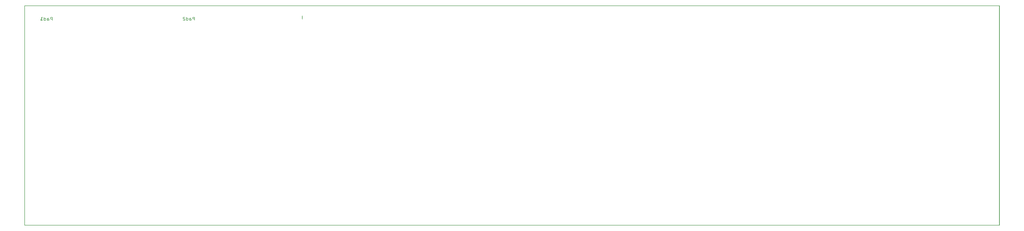
<source format=gbo>
G04 MADE WITH FRITZING*
G04 WWW.FRITZING.ORG*
G04 DOUBLE SIDED*
G04 HOLES PLATED*
G04 CONTOUR ON CENTER OF CONTOUR VECTOR*
%ASAXBY*%
%FSLAX23Y23*%
%MOIN*%
%OFA0B0*%
%SFA1.0B1.0*%
%ADD10R,0.001000X0.001000*%
%LNSILK0*%
G90*
G70*
G54D10*
X0Y3425D02*
X15156Y3425D01*
X0Y3424D02*
X15156Y3424D01*
X0Y3423D02*
X15156Y3423D01*
X0Y3422D02*
X15156Y3422D01*
X0Y3421D02*
X15156Y3421D01*
X0Y3420D02*
X15156Y3420D01*
X0Y3419D02*
X15156Y3419D01*
X0Y3418D02*
X469Y3418D01*
X1394Y3418D02*
X15156Y3418D01*
X0Y3417D02*
X7Y3417D01*
X15149Y3417D02*
X15156Y3417D01*
X0Y3416D02*
X7Y3416D01*
X15149Y3416D02*
X15156Y3416D01*
X0Y3415D02*
X7Y3415D01*
X15149Y3415D02*
X15156Y3415D01*
X0Y3414D02*
X7Y3414D01*
X15149Y3414D02*
X15156Y3414D01*
X0Y3413D02*
X7Y3413D01*
X15149Y3413D02*
X15156Y3413D01*
X0Y3412D02*
X7Y3412D01*
X15149Y3412D02*
X15156Y3412D01*
X0Y3411D02*
X7Y3411D01*
X15149Y3411D02*
X15156Y3411D01*
X0Y3410D02*
X7Y3410D01*
X15149Y3410D02*
X15156Y3410D01*
X0Y3409D02*
X7Y3409D01*
X15149Y3409D02*
X15156Y3409D01*
X0Y3408D02*
X7Y3408D01*
X15149Y3408D02*
X15156Y3408D01*
X0Y3407D02*
X7Y3407D01*
X15149Y3407D02*
X15156Y3407D01*
X0Y3406D02*
X7Y3406D01*
X15149Y3406D02*
X15156Y3406D01*
X0Y3405D02*
X7Y3405D01*
X15149Y3405D02*
X15156Y3405D01*
X0Y3404D02*
X7Y3404D01*
X15149Y3404D02*
X15156Y3404D01*
X0Y3403D02*
X7Y3403D01*
X15149Y3403D02*
X15156Y3403D01*
X0Y3402D02*
X7Y3402D01*
X15149Y3402D02*
X15156Y3402D01*
X0Y3401D02*
X7Y3401D01*
X15149Y3401D02*
X15156Y3401D01*
X0Y3400D02*
X7Y3400D01*
X15149Y3400D02*
X15156Y3400D01*
X0Y3399D02*
X7Y3399D01*
X15149Y3399D02*
X15156Y3399D01*
X0Y3398D02*
X7Y3398D01*
X15149Y3398D02*
X15156Y3398D01*
X0Y3397D02*
X7Y3397D01*
X15149Y3397D02*
X15156Y3397D01*
X0Y3396D02*
X7Y3396D01*
X15149Y3396D02*
X15156Y3396D01*
X0Y3395D02*
X7Y3395D01*
X15149Y3395D02*
X15156Y3395D01*
X0Y3394D02*
X7Y3394D01*
X15149Y3394D02*
X15156Y3394D01*
X0Y3393D02*
X7Y3393D01*
X15149Y3393D02*
X15156Y3393D01*
X0Y3392D02*
X7Y3392D01*
X15149Y3392D02*
X15156Y3392D01*
X0Y3391D02*
X7Y3391D01*
X15149Y3391D02*
X15156Y3391D01*
X0Y3390D02*
X7Y3390D01*
X15149Y3390D02*
X15156Y3390D01*
X0Y3389D02*
X7Y3389D01*
X15149Y3389D02*
X15156Y3389D01*
X0Y3388D02*
X7Y3388D01*
X15149Y3388D02*
X15156Y3388D01*
X0Y3387D02*
X7Y3387D01*
X15149Y3387D02*
X15156Y3387D01*
X0Y3386D02*
X7Y3386D01*
X15149Y3386D02*
X15156Y3386D01*
X0Y3385D02*
X7Y3385D01*
X15149Y3385D02*
X15156Y3385D01*
X0Y3384D02*
X7Y3384D01*
X15149Y3384D02*
X15156Y3384D01*
X0Y3383D02*
X7Y3383D01*
X15149Y3383D02*
X15156Y3383D01*
X0Y3382D02*
X7Y3382D01*
X15149Y3382D02*
X15156Y3382D01*
X0Y3381D02*
X7Y3381D01*
X15149Y3381D02*
X15156Y3381D01*
X0Y3380D02*
X7Y3380D01*
X15149Y3380D02*
X15156Y3380D01*
X0Y3379D02*
X7Y3379D01*
X15149Y3379D02*
X15156Y3379D01*
X0Y3378D02*
X7Y3378D01*
X15149Y3378D02*
X15156Y3378D01*
X0Y3377D02*
X7Y3377D01*
X15149Y3377D02*
X15156Y3377D01*
X0Y3376D02*
X7Y3376D01*
X15149Y3376D02*
X15156Y3376D01*
X0Y3375D02*
X7Y3375D01*
X15149Y3375D02*
X15156Y3375D01*
X0Y3374D02*
X7Y3374D01*
X15149Y3374D02*
X15156Y3374D01*
X0Y3373D02*
X7Y3373D01*
X15149Y3373D02*
X15156Y3373D01*
X0Y3372D02*
X7Y3372D01*
X15149Y3372D02*
X15156Y3372D01*
X0Y3371D02*
X7Y3371D01*
X15149Y3371D02*
X15156Y3371D01*
X0Y3370D02*
X7Y3370D01*
X15149Y3370D02*
X15156Y3370D01*
X0Y3369D02*
X7Y3369D01*
X15149Y3369D02*
X15156Y3369D01*
X0Y3368D02*
X7Y3368D01*
X15149Y3368D02*
X15156Y3368D01*
X0Y3367D02*
X7Y3367D01*
X15149Y3367D02*
X15156Y3367D01*
X0Y3366D02*
X7Y3366D01*
X15149Y3366D02*
X15156Y3366D01*
X0Y3365D02*
X7Y3365D01*
X15149Y3365D02*
X15156Y3365D01*
X0Y3364D02*
X7Y3364D01*
X15149Y3364D02*
X15156Y3364D01*
X0Y3363D02*
X7Y3363D01*
X15149Y3363D02*
X15156Y3363D01*
X0Y3362D02*
X7Y3362D01*
X15149Y3362D02*
X15156Y3362D01*
X0Y3361D02*
X7Y3361D01*
X15149Y3361D02*
X15156Y3361D01*
X0Y3360D02*
X7Y3360D01*
X15149Y3360D02*
X15156Y3360D01*
X0Y3359D02*
X7Y3359D01*
X15149Y3359D02*
X15156Y3359D01*
X0Y3358D02*
X7Y3358D01*
X15149Y3358D02*
X15156Y3358D01*
X0Y3357D02*
X7Y3357D01*
X15149Y3357D02*
X15156Y3357D01*
X0Y3356D02*
X7Y3356D01*
X15149Y3356D02*
X15156Y3356D01*
X0Y3355D02*
X7Y3355D01*
X15149Y3355D02*
X15156Y3355D01*
X0Y3354D02*
X7Y3354D01*
X15149Y3354D02*
X15156Y3354D01*
X0Y3353D02*
X7Y3353D01*
X15149Y3353D02*
X15156Y3353D01*
X0Y3352D02*
X7Y3352D01*
X15149Y3352D02*
X15156Y3352D01*
X0Y3351D02*
X7Y3351D01*
X15149Y3351D02*
X15156Y3351D01*
X0Y3350D02*
X7Y3350D01*
X15149Y3350D02*
X15156Y3350D01*
X0Y3349D02*
X7Y3349D01*
X15149Y3349D02*
X15156Y3349D01*
X0Y3348D02*
X7Y3348D01*
X15149Y3348D02*
X15156Y3348D01*
X0Y3347D02*
X7Y3347D01*
X15149Y3347D02*
X15156Y3347D01*
X0Y3346D02*
X7Y3346D01*
X15149Y3346D02*
X15156Y3346D01*
X0Y3345D02*
X7Y3345D01*
X15149Y3345D02*
X15156Y3345D01*
X0Y3344D02*
X7Y3344D01*
X15149Y3344D02*
X15156Y3344D01*
X0Y3343D02*
X7Y3343D01*
X15149Y3343D02*
X15156Y3343D01*
X0Y3342D02*
X7Y3342D01*
X15149Y3342D02*
X15156Y3342D01*
X0Y3341D02*
X7Y3341D01*
X15149Y3341D02*
X15156Y3341D01*
X0Y3340D02*
X7Y3340D01*
X15149Y3340D02*
X15156Y3340D01*
X0Y3339D02*
X7Y3339D01*
X15149Y3339D02*
X15156Y3339D01*
X0Y3338D02*
X7Y3338D01*
X15149Y3338D02*
X15156Y3338D01*
X0Y3337D02*
X7Y3337D01*
X15149Y3337D02*
X15156Y3337D01*
X0Y3336D02*
X7Y3336D01*
X15149Y3336D02*
X15156Y3336D01*
X0Y3335D02*
X7Y3335D01*
X15149Y3335D02*
X15156Y3335D01*
X0Y3334D02*
X7Y3334D01*
X15149Y3334D02*
X15156Y3334D01*
X0Y3333D02*
X7Y3333D01*
X15149Y3333D02*
X15156Y3333D01*
X0Y3332D02*
X7Y3332D01*
X15149Y3332D02*
X15156Y3332D01*
X0Y3331D02*
X7Y3331D01*
X15149Y3331D02*
X15156Y3331D01*
X0Y3330D02*
X7Y3330D01*
X15149Y3330D02*
X15156Y3330D01*
X0Y3329D02*
X7Y3329D01*
X15149Y3329D02*
X15156Y3329D01*
X0Y3328D02*
X7Y3328D01*
X15149Y3328D02*
X15156Y3328D01*
X0Y3327D02*
X7Y3327D01*
X15149Y3327D02*
X15156Y3327D01*
X0Y3326D02*
X7Y3326D01*
X15149Y3326D02*
X15156Y3326D01*
X0Y3325D02*
X7Y3325D01*
X15149Y3325D02*
X15156Y3325D01*
X0Y3324D02*
X7Y3324D01*
X15149Y3324D02*
X15156Y3324D01*
X0Y3323D02*
X7Y3323D01*
X15149Y3323D02*
X15156Y3323D01*
X0Y3322D02*
X7Y3322D01*
X15149Y3322D02*
X15156Y3322D01*
X0Y3321D02*
X7Y3321D01*
X15149Y3321D02*
X15156Y3321D01*
X0Y3320D02*
X7Y3320D01*
X15149Y3320D02*
X15156Y3320D01*
X0Y3319D02*
X7Y3319D01*
X15149Y3319D02*
X15156Y3319D01*
X0Y3318D02*
X7Y3318D01*
X15149Y3318D02*
X15156Y3318D01*
X0Y3317D02*
X7Y3317D01*
X15149Y3317D02*
X15156Y3317D01*
X0Y3316D02*
X7Y3316D01*
X15149Y3316D02*
X15156Y3316D01*
X0Y3315D02*
X7Y3315D01*
X15149Y3315D02*
X15156Y3315D01*
X0Y3314D02*
X7Y3314D01*
X15149Y3314D02*
X15156Y3314D01*
X0Y3313D02*
X7Y3313D01*
X15149Y3313D02*
X15156Y3313D01*
X0Y3312D02*
X7Y3312D01*
X15149Y3312D02*
X15156Y3312D01*
X0Y3311D02*
X7Y3311D01*
X15149Y3311D02*
X15156Y3311D01*
X0Y3310D02*
X7Y3310D01*
X15149Y3310D02*
X15156Y3310D01*
X0Y3309D02*
X7Y3309D01*
X15149Y3309D02*
X15156Y3309D01*
X0Y3308D02*
X7Y3308D01*
X15149Y3308D02*
X15156Y3308D01*
X0Y3307D02*
X7Y3307D01*
X15149Y3307D02*
X15156Y3307D01*
X0Y3306D02*
X7Y3306D01*
X15149Y3306D02*
X15156Y3306D01*
X0Y3305D02*
X7Y3305D01*
X15149Y3305D02*
X15156Y3305D01*
X0Y3304D02*
X7Y3304D01*
X15149Y3304D02*
X15156Y3304D01*
X0Y3303D02*
X7Y3303D01*
X15149Y3303D02*
X15156Y3303D01*
X0Y3302D02*
X7Y3302D01*
X15149Y3302D02*
X15156Y3302D01*
X0Y3301D02*
X7Y3301D01*
X15149Y3301D02*
X15156Y3301D01*
X0Y3300D02*
X7Y3300D01*
X15149Y3300D02*
X15156Y3300D01*
X0Y3299D02*
X7Y3299D01*
X15149Y3299D02*
X15156Y3299D01*
X0Y3298D02*
X7Y3298D01*
X15149Y3298D02*
X15156Y3298D01*
X0Y3297D02*
X7Y3297D01*
X15149Y3297D02*
X15156Y3297D01*
X0Y3296D02*
X7Y3296D01*
X15149Y3296D02*
X15156Y3296D01*
X0Y3295D02*
X7Y3295D01*
X15149Y3295D02*
X15156Y3295D01*
X0Y3294D02*
X7Y3294D01*
X15149Y3294D02*
X15156Y3294D01*
X0Y3293D02*
X7Y3293D01*
X15149Y3293D02*
X15156Y3293D01*
X0Y3292D02*
X7Y3292D01*
X15149Y3292D02*
X15156Y3292D01*
X0Y3291D02*
X7Y3291D01*
X15149Y3291D02*
X15156Y3291D01*
X0Y3290D02*
X7Y3290D01*
X15149Y3290D02*
X15156Y3290D01*
X0Y3289D02*
X7Y3289D01*
X15149Y3289D02*
X15156Y3289D01*
X0Y3288D02*
X7Y3288D01*
X15149Y3288D02*
X15156Y3288D01*
X0Y3287D02*
X7Y3287D01*
X15149Y3287D02*
X15156Y3287D01*
X0Y3286D02*
X7Y3286D01*
X15149Y3286D02*
X15156Y3286D01*
X0Y3285D02*
X7Y3285D01*
X15149Y3285D02*
X15156Y3285D01*
X0Y3284D02*
X7Y3284D01*
X15149Y3284D02*
X15156Y3284D01*
X0Y3283D02*
X7Y3283D01*
X15149Y3283D02*
X15156Y3283D01*
X0Y3282D02*
X7Y3282D01*
X15149Y3282D02*
X15156Y3282D01*
X0Y3281D02*
X7Y3281D01*
X15149Y3281D02*
X15156Y3281D01*
X0Y3280D02*
X7Y3280D01*
X15149Y3280D02*
X15156Y3280D01*
X0Y3279D02*
X7Y3279D01*
X15149Y3279D02*
X15156Y3279D01*
X0Y3278D02*
X7Y3278D01*
X15149Y3278D02*
X15156Y3278D01*
X0Y3277D02*
X7Y3277D01*
X15149Y3277D02*
X15156Y3277D01*
X0Y3276D02*
X7Y3276D01*
X15149Y3276D02*
X15156Y3276D01*
X0Y3275D02*
X7Y3275D01*
X15149Y3275D02*
X15156Y3275D01*
X0Y3274D02*
X7Y3274D01*
X15149Y3274D02*
X15156Y3274D01*
X0Y3273D02*
X7Y3273D01*
X15149Y3273D02*
X15156Y3273D01*
X0Y3272D02*
X7Y3272D01*
X15149Y3272D02*
X15156Y3272D01*
X0Y3271D02*
X7Y3271D01*
X15149Y3271D02*
X15156Y3271D01*
X0Y3270D02*
X7Y3270D01*
X15149Y3270D02*
X15156Y3270D01*
X0Y3269D02*
X7Y3269D01*
X15149Y3269D02*
X15156Y3269D01*
X0Y3268D02*
X7Y3268D01*
X15149Y3268D02*
X15156Y3268D01*
X0Y3267D02*
X7Y3267D01*
X15149Y3267D02*
X15156Y3267D01*
X0Y3266D02*
X7Y3266D01*
X4316Y3266D02*
X4325Y3266D01*
X15149Y3266D02*
X15156Y3266D01*
X0Y3265D02*
X7Y3265D01*
X4315Y3265D02*
X4325Y3265D01*
X15149Y3265D02*
X15156Y3265D01*
X0Y3264D02*
X7Y3264D01*
X4314Y3264D02*
X4325Y3264D01*
X15149Y3264D02*
X15156Y3264D01*
X0Y3263D02*
X7Y3263D01*
X4314Y3263D02*
X4325Y3263D01*
X15149Y3263D02*
X15156Y3263D01*
X0Y3262D02*
X7Y3262D01*
X4313Y3262D02*
X4325Y3262D01*
X15149Y3262D02*
X15156Y3262D01*
X0Y3261D02*
X7Y3261D01*
X4313Y3261D02*
X4325Y3261D01*
X15149Y3261D02*
X15156Y3261D01*
X0Y3260D02*
X7Y3260D01*
X4313Y3260D02*
X4325Y3260D01*
X15149Y3260D02*
X15156Y3260D01*
X0Y3259D02*
X7Y3259D01*
X4313Y3259D02*
X4319Y3259D01*
X15149Y3259D02*
X15156Y3259D01*
X0Y3258D02*
X7Y3258D01*
X4313Y3258D02*
X4319Y3258D01*
X15149Y3258D02*
X15156Y3258D01*
X0Y3257D02*
X7Y3257D01*
X4313Y3257D02*
X4319Y3257D01*
X15149Y3257D02*
X15156Y3257D01*
X0Y3256D02*
X7Y3256D01*
X4313Y3256D02*
X4319Y3256D01*
X15149Y3256D02*
X15156Y3256D01*
X0Y3255D02*
X7Y3255D01*
X4313Y3255D02*
X4319Y3255D01*
X15149Y3255D02*
X15156Y3255D01*
X0Y3254D02*
X7Y3254D01*
X4313Y3254D02*
X4319Y3254D01*
X15149Y3254D02*
X15156Y3254D01*
X0Y3253D02*
X7Y3253D01*
X4313Y3253D02*
X4319Y3253D01*
X15149Y3253D02*
X15156Y3253D01*
X0Y3252D02*
X7Y3252D01*
X4313Y3252D02*
X4319Y3252D01*
X15149Y3252D02*
X15156Y3252D01*
X0Y3251D02*
X7Y3251D01*
X4313Y3251D02*
X4319Y3251D01*
X15149Y3251D02*
X15156Y3251D01*
X0Y3250D02*
X7Y3250D01*
X4313Y3250D02*
X4319Y3250D01*
X15149Y3250D02*
X15156Y3250D01*
X0Y3249D02*
X7Y3249D01*
X4313Y3249D02*
X4319Y3249D01*
X15149Y3249D02*
X15156Y3249D01*
X0Y3248D02*
X7Y3248D01*
X4313Y3248D02*
X4319Y3248D01*
X15149Y3248D02*
X15156Y3248D01*
X0Y3247D02*
X7Y3247D01*
X4313Y3247D02*
X4319Y3247D01*
X15149Y3247D02*
X15156Y3247D01*
X0Y3246D02*
X7Y3246D01*
X2467Y3246D02*
X2495Y3246D01*
X2515Y3246D02*
X2517Y3246D01*
X2621Y3246D02*
X2647Y3246D01*
X4313Y3246D02*
X4319Y3246D01*
X15149Y3246D02*
X15156Y3246D01*
X0Y3245D02*
X7Y3245D01*
X2466Y3245D02*
X2496Y3245D01*
X2514Y3245D02*
X2518Y3245D01*
X2619Y3245D02*
X2647Y3245D01*
X4313Y3245D02*
X4319Y3245D01*
X15149Y3245D02*
X15156Y3245D01*
X0Y3244D02*
X7Y3244D01*
X266Y3244D02*
X284Y3244D01*
X304Y3244D02*
X307Y3244D01*
X409Y3244D02*
X436Y3244D01*
X2465Y3244D02*
X2496Y3244D01*
X2513Y3244D02*
X2519Y3244D01*
X2617Y3244D02*
X2647Y3244D01*
X4313Y3244D02*
X4320Y3244D01*
X15149Y3244D02*
X15156Y3244D01*
X0Y3243D02*
X7Y3243D01*
X266Y3243D02*
X285Y3243D01*
X303Y3243D02*
X307Y3243D01*
X407Y3243D02*
X436Y3243D01*
X2464Y3243D02*
X2496Y3243D01*
X2513Y3243D02*
X2519Y3243D01*
X2616Y3243D02*
X2647Y3243D01*
X4314Y3243D02*
X4325Y3243D01*
X15149Y3243D02*
X15156Y3243D01*
X0Y3242D02*
X7Y3242D01*
X266Y3242D02*
X285Y3242D01*
X302Y3242D02*
X308Y3242D01*
X406Y3242D02*
X436Y3242D01*
X2463Y3242D02*
X2496Y3242D01*
X2513Y3242D02*
X2519Y3242D01*
X2615Y3242D02*
X2647Y3242D01*
X4314Y3242D02*
X4325Y3242D01*
X15149Y3242D02*
X15156Y3242D01*
X0Y3241D02*
X7Y3241D01*
X266Y3241D02*
X285Y3241D01*
X302Y3241D02*
X308Y3241D01*
X405Y3241D02*
X436Y3241D01*
X2463Y3241D02*
X2496Y3241D01*
X2513Y3241D02*
X2519Y3241D01*
X2615Y3241D02*
X2647Y3241D01*
X4315Y3241D02*
X4325Y3241D01*
X15149Y3241D02*
X15156Y3241D01*
X0Y3240D02*
X7Y3240D01*
X266Y3240D02*
X285Y3240D01*
X302Y3240D02*
X308Y3240D01*
X404Y3240D02*
X436Y3240D01*
X2463Y3240D02*
X2495Y3240D01*
X2513Y3240D02*
X2519Y3240D01*
X2614Y3240D02*
X2647Y3240D01*
X4315Y3240D02*
X4325Y3240D01*
X15149Y3240D02*
X15156Y3240D01*
X0Y3239D02*
X7Y3239D01*
X266Y3239D02*
X285Y3239D01*
X302Y3239D02*
X308Y3239D01*
X404Y3239D02*
X436Y3239D01*
X2463Y3239D02*
X2469Y3239D01*
X2513Y3239D02*
X2519Y3239D01*
X2614Y3239D02*
X2621Y3239D01*
X2641Y3239D02*
X2647Y3239D01*
X4315Y3239D02*
X4325Y3239D01*
X15149Y3239D02*
X15156Y3239D01*
X0Y3238D02*
X7Y3238D01*
X266Y3238D02*
X283Y3238D01*
X302Y3238D02*
X308Y3238D01*
X403Y3238D02*
X436Y3238D01*
X2463Y3238D02*
X2469Y3238D01*
X2513Y3238D02*
X2519Y3238D01*
X2614Y3238D02*
X2620Y3238D01*
X2641Y3238D02*
X2647Y3238D01*
X4314Y3238D02*
X4325Y3238D01*
X15149Y3238D02*
X15156Y3238D01*
X0Y3237D02*
X7Y3237D01*
X266Y3237D02*
X272Y3237D01*
X302Y3237D02*
X308Y3237D01*
X403Y3237D02*
X410Y3237D01*
X430Y3237D02*
X436Y3237D01*
X2463Y3237D02*
X2469Y3237D01*
X2513Y3237D02*
X2519Y3237D01*
X2614Y3237D02*
X2620Y3237D01*
X2641Y3237D02*
X2647Y3237D01*
X4314Y3237D02*
X4325Y3237D01*
X15149Y3237D02*
X15156Y3237D01*
X0Y3236D02*
X7Y3236D01*
X266Y3236D02*
X272Y3236D01*
X302Y3236D02*
X308Y3236D01*
X403Y3236D02*
X409Y3236D01*
X430Y3236D02*
X436Y3236D01*
X2463Y3236D02*
X2469Y3236D01*
X2513Y3236D02*
X2519Y3236D01*
X2613Y3236D02*
X2619Y3236D01*
X2641Y3236D02*
X2647Y3236D01*
X4313Y3236D02*
X4321Y3236D01*
X15149Y3236D02*
X15156Y3236D01*
X0Y3235D02*
X7Y3235D01*
X266Y3235D02*
X272Y3235D01*
X302Y3235D02*
X308Y3235D01*
X402Y3235D02*
X409Y3235D01*
X430Y3235D02*
X436Y3235D01*
X2463Y3235D02*
X2469Y3235D01*
X2513Y3235D02*
X2519Y3235D01*
X2613Y3235D02*
X2619Y3235D01*
X2641Y3235D02*
X2647Y3235D01*
X4313Y3235D02*
X4320Y3235D01*
X15149Y3235D02*
X15156Y3235D01*
X0Y3234D02*
X7Y3234D01*
X266Y3234D02*
X272Y3234D01*
X302Y3234D02*
X308Y3234D01*
X402Y3234D02*
X408Y3234D01*
X430Y3234D02*
X436Y3234D01*
X2463Y3234D02*
X2469Y3234D01*
X2513Y3234D02*
X2519Y3234D01*
X2613Y3234D02*
X2619Y3234D01*
X2641Y3234D02*
X2647Y3234D01*
X4313Y3234D02*
X4319Y3234D01*
X15149Y3234D02*
X15156Y3234D01*
X0Y3233D02*
X7Y3233D01*
X266Y3233D02*
X272Y3233D01*
X302Y3233D02*
X308Y3233D01*
X402Y3233D02*
X408Y3233D01*
X430Y3233D02*
X436Y3233D01*
X2463Y3233D02*
X2469Y3233D01*
X2513Y3233D02*
X2519Y3233D01*
X2613Y3233D02*
X2619Y3233D01*
X2641Y3233D02*
X2647Y3233D01*
X4313Y3233D02*
X4319Y3233D01*
X15149Y3233D02*
X15156Y3233D01*
X0Y3232D02*
X7Y3232D01*
X266Y3232D02*
X272Y3232D01*
X302Y3232D02*
X308Y3232D01*
X402Y3232D02*
X408Y3232D01*
X430Y3232D02*
X436Y3232D01*
X2463Y3232D02*
X2469Y3232D01*
X2513Y3232D02*
X2519Y3232D01*
X2613Y3232D02*
X2619Y3232D01*
X2641Y3232D02*
X2647Y3232D01*
X4313Y3232D02*
X4319Y3232D01*
X15149Y3232D02*
X15156Y3232D01*
X0Y3231D02*
X7Y3231D01*
X266Y3231D02*
X272Y3231D01*
X302Y3231D02*
X308Y3231D01*
X402Y3231D02*
X408Y3231D01*
X430Y3231D02*
X436Y3231D01*
X2463Y3231D02*
X2469Y3231D01*
X2513Y3231D02*
X2519Y3231D01*
X2525Y3231D02*
X2538Y3231D01*
X2570Y3231D02*
X2589Y3231D01*
X2613Y3231D02*
X2619Y3231D01*
X2641Y3231D02*
X2647Y3231D01*
X4313Y3231D02*
X4319Y3231D01*
X15149Y3231D02*
X15156Y3231D01*
X0Y3230D02*
X7Y3230D01*
X266Y3230D02*
X272Y3230D01*
X302Y3230D02*
X308Y3230D01*
X319Y3230D02*
X322Y3230D01*
X364Y3230D02*
X375Y3230D01*
X402Y3230D02*
X408Y3230D01*
X430Y3230D02*
X436Y3230D01*
X2463Y3230D02*
X2469Y3230D01*
X2513Y3230D02*
X2519Y3230D01*
X2524Y3230D02*
X2540Y3230D01*
X2569Y3230D02*
X2589Y3230D01*
X2613Y3230D02*
X2619Y3230D01*
X2641Y3230D02*
X2647Y3230D01*
X4313Y3230D02*
X4319Y3230D01*
X15149Y3230D02*
X15156Y3230D01*
X0Y3229D02*
X7Y3229D01*
X266Y3229D02*
X272Y3229D01*
X302Y3229D02*
X308Y3229D01*
X314Y3229D02*
X327Y3229D01*
X359Y3229D02*
X378Y3229D01*
X402Y3229D02*
X408Y3229D01*
X430Y3229D02*
X436Y3229D01*
X2463Y3229D02*
X2469Y3229D01*
X2513Y3229D02*
X2519Y3229D01*
X2522Y3229D02*
X2541Y3229D01*
X2567Y3229D02*
X2590Y3229D01*
X2613Y3229D02*
X2619Y3229D01*
X2641Y3229D02*
X2647Y3229D01*
X4313Y3229D02*
X4319Y3229D01*
X15149Y3229D02*
X15156Y3229D01*
X0Y3228D02*
X7Y3228D01*
X266Y3228D02*
X272Y3228D01*
X302Y3228D02*
X308Y3228D01*
X312Y3228D02*
X329Y3228D01*
X357Y3228D02*
X379Y3228D01*
X402Y3228D02*
X408Y3228D01*
X430Y3228D02*
X436Y3228D01*
X2463Y3228D02*
X2469Y3228D01*
X2513Y3228D02*
X2519Y3228D01*
X2521Y3228D02*
X2542Y3228D01*
X2567Y3228D02*
X2590Y3228D01*
X2613Y3228D02*
X2619Y3228D01*
X2641Y3228D02*
X2647Y3228D01*
X4313Y3228D02*
X4319Y3228D01*
X15149Y3228D02*
X15156Y3228D01*
X0Y3227D02*
X7Y3227D01*
X266Y3227D02*
X272Y3227D01*
X302Y3227D02*
X308Y3227D01*
X311Y3227D02*
X330Y3227D01*
X356Y3227D02*
X379Y3227D01*
X402Y3227D02*
X408Y3227D01*
X430Y3227D02*
X436Y3227D01*
X2463Y3227D02*
X2469Y3227D01*
X2513Y3227D02*
X2543Y3227D01*
X2566Y3227D02*
X2590Y3227D01*
X2613Y3227D02*
X2619Y3227D01*
X2641Y3227D02*
X2647Y3227D01*
X4313Y3227D02*
X4319Y3227D01*
X15149Y3227D02*
X15156Y3227D01*
X0Y3226D02*
X7Y3226D01*
X266Y3226D02*
X272Y3226D01*
X302Y3226D02*
X308Y3226D01*
X310Y3226D02*
X331Y3226D01*
X355Y3226D02*
X379Y3226D01*
X402Y3226D02*
X408Y3226D01*
X430Y3226D02*
X436Y3226D01*
X2463Y3226D02*
X2469Y3226D01*
X2513Y3226D02*
X2544Y3226D01*
X2565Y3226D02*
X2589Y3226D01*
X2613Y3226D02*
X2619Y3226D01*
X2641Y3226D02*
X2647Y3226D01*
X4313Y3226D02*
X4319Y3226D01*
X15149Y3226D02*
X15156Y3226D01*
X0Y3225D02*
X7Y3225D01*
X266Y3225D02*
X272Y3225D01*
X302Y3225D02*
X332Y3225D01*
X355Y3225D02*
X379Y3225D01*
X402Y3225D02*
X408Y3225D01*
X430Y3225D02*
X436Y3225D01*
X2463Y3225D02*
X2469Y3225D01*
X2513Y3225D02*
X2545Y3225D01*
X2565Y3225D02*
X2587Y3225D01*
X2613Y3225D02*
X2619Y3225D01*
X2641Y3225D02*
X2647Y3225D01*
X4313Y3225D02*
X4319Y3225D01*
X15149Y3225D02*
X15156Y3225D01*
X0Y3224D02*
X7Y3224D01*
X266Y3224D02*
X272Y3224D01*
X302Y3224D02*
X333Y3224D01*
X354Y3224D02*
X378Y3224D01*
X402Y3224D02*
X408Y3224D01*
X430Y3224D02*
X436Y3224D01*
X2463Y3224D02*
X2469Y3224D01*
X2513Y3224D02*
X2526Y3224D01*
X2537Y3224D02*
X2545Y3224D01*
X2564Y3224D02*
X2571Y3224D01*
X2613Y3224D02*
X2619Y3224D01*
X2641Y3224D02*
X2647Y3224D01*
X4313Y3224D02*
X4319Y3224D01*
X15149Y3224D02*
X15156Y3224D01*
X0Y3223D02*
X7Y3223D01*
X266Y3223D02*
X272Y3223D01*
X302Y3223D02*
X334Y3223D01*
X354Y3223D02*
X375Y3223D01*
X402Y3223D02*
X408Y3223D01*
X430Y3223D02*
X436Y3223D01*
X2463Y3223D02*
X2469Y3223D01*
X2513Y3223D02*
X2525Y3223D01*
X2538Y3223D02*
X2546Y3223D01*
X2564Y3223D02*
X2571Y3223D01*
X2614Y3223D02*
X2620Y3223D01*
X2641Y3223D02*
X2647Y3223D01*
X4313Y3223D02*
X4319Y3223D01*
X15149Y3223D02*
X15156Y3223D01*
X0Y3222D02*
X7Y3222D01*
X266Y3222D02*
X272Y3222D01*
X302Y3222D02*
X315Y3222D01*
X326Y3222D02*
X334Y3222D01*
X353Y3222D02*
X360Y3222D01*
X402Y3222D02*
X408Y3222D01*
X430Y3222D02*
X436Y3222D01*
X2463Y3222D02*
X2493Y3222D01*
X2513Y3222D02*
X2524Y3222D01*
X2539Y3222D02*
X2546Y3222D01*
X2564Y3222D02*
X2570Y3222D01*
X2614Y3222D02*
X2620Y3222D01*
X2641Y3222D02*
X2647Y3222D01*
X4313Y3222D02*
X4319Y3222D01*
X15149Y3222D02*
X15156Y3222D01*
X0Y3221D02*
X7Y3221D01*
X266Y3221D02*
X272Y3221D01*
X302Y3221D02*
X314Y3221D01*
X327Y3221D02*
X335Y3221D01*
X353Y3221D02*
X360Y3221D01*
X402Y3221D02*
X409Y3221D01*
X430Y3221D02*
X436Y3221D01*
X2463Y3221D02*
X2494Y3221D01*
X2513Y3221D02*
X2523Y3221D01*
X2540Y3221D02*
X2546Y3221D01*
X2564Y3221D02*
X2570Y3221D01*
X2614Y3221D02*
X2621Y3221D01*
X2641Y3221D02*
X2647Y3221D01*
X4313Y3221D02*
X4319Y3221D01*
X15149Y3221D02*
X15156Y3221D01*
X0Y3220D02*
X7Y3220D01*
X266Y3220D02*
X272Y3220D01*
X302Y3220D02*
X313Y3220D01*
X328Y3220D02*
X335Y3220D01*
X353Y3220D02*
X359Y3220D01*
X403Y3220D02*
X409Y3220D01*
X430Y3220D02*
X436Y3220D01*
X2464Y3220D02*
X2495Y3220D01*
X2513Y3220D02*
X2522Y3220D01*
X2540Y3220D02*
X2547Y3220D01*
X2564Y3220D02*
X2570Y3220D01*
X2614Y3220D02*
X2647Y3220D01*
X4313Y3220D02*
X4319Y3220D01*
X15149Y3220D02*
X15156Y3220D01*
X0Y3219D02*
X7Y3219D01*
X266Y3219D02*
X272Y3219D01*
X302Y3219D02*
X312Y3219D01*
X329Y3219D02*
X335Y3219D01*
X353Y3219D02*
X359Y3219D01*
X403Y3219D02*
X410Y3219D01*
X430Y3219D02*
X436Y3219D01*
X2464Y3219D02*
X2496Y3219D01*
X2513Y3219D02*
X2520Y3219D01*
X2541Y3219D02*
X2547Y3219D01*
X2564Y3219D02*
X2570Y3219D01*
X2615Y3219D02*
X2647Y3219D01*
X4313Y3219D02*
X4325Y3219D01*
X15149Y3219D02*
X15156Y3219D01*
X0Y3218D02*
X7Y3218D01*
X266Y3218D02*
X272Y3218D01*
X302Y3218D02*
X310Y3218D01*
X329Y3218D02*
X336Y3218D01*
X353Y3218D02*
X359Y3218D01*
X403Y3218D02*
X436Y3218D01*
X2465Y3218D02*
X2496Y3218D01*
X2513Y3218D02*
X2520Y3218D01*
X2541Y3218D02*
X2547Y3218D01*
X2564Y3218D02*
X2570Y3218D01*
X2615Y3218D02*
X2647Y3218D01*
X4313Y3218D02*
X4325Y3218D01*
X15149Y3218D02*
X15156Y3218D01*
X0Y3217D02*
X7Y3217D01*
X266Y3217D02*
X272Y3217D01*
X302Y3217D02*
X309Y3217D01*
X330Y3217D02*
X336Y3217D01*
X353Y3217D02*
X359Y3217D01*
X404Y3217D02*
X436Y3217D01*
X2466Y3217D02*
X2496Y3217D01*
X2513Y3217D02*
X2519Y3217D01*
X2541Y3217D02*
X2547Y3217D01*
X2564Y3217D02*
X2570Y3217D01*
X2573Y3217D02*
X2588Y3217D01*
X2616Y3217D02*
X2647Y3217D01*
X4313Y3217D02*
X4325Y3217D01*
X15149Y3217D02*
X15156Y3217D01*
X0Y3216D02*
X7Y3216D01*
X266Y3216D02*
X272Y3216D01*
X302Y3216D02*
X309Y3216D01*
X330Y3216D02*
X336Y3216D01*
X353Y3216D02*
X359Y3216D01*
X404Y3216D02*
X436Y3216D01*
X2490Y3216D02*
X2496Y3216D01*
X2513Y3216D02*
X2519Y3216D01*
X2541Y3216D02*
X2547Y3216D01*
X2564Y3216D02*
X2591Y3216D01*
X2617Y3216D02*
X2647Y3216D01*
X4314Y3216D02*
X4325Y3216D01*
X15149Y3216D02*
X15156Y3216D01*
X0Y3215D02*
X7Y3215D01*
X254Y3215D02*
X256Y3215D01*
X266Y3215D02*
X272Y3215D01*
X302Y3215D02*
X308Y3215D01*
X330Y3215D02*
X336Y3215D01*
X353Y3215D02*
X359Y3215D01*
X361Y3215D02*
X378Y3215D01*
X405Y3215D02*
X436Y3215D01*
X2490Y3215D02*
X2496Y3215D01*
X2513Y3215D02*
X2519Y3215D01*
X2541Y3215D02*
X2547Y3215D01*
X2564Y3215D02*
X2593Y3215D01*
X2618Y3215D02*
X2647Y3215D01*
X4315Y3215D02*
X4325Y3215D01*
X15149Y3215D02*
X15156Y3215D01*
X0Y3214D02*
X7Y3214D01*
X253Y3214D02*
X257Y3214D01*
X266Y3214D02*
X272Y3214D01*
X302Y3214D02*
X308Y3214D01*
X330Y3214D02*
X336Y3214D01*
X353Y3214D02*
X380Y3214D01*
X406Y3214D02*
X436Y3214D01*
X2490Y3214D02*
X2496Y3214D01*
X2513Y3214D02*
X2519Y3214D01*
X2541Y3214D02*
X2547Y3214D01*
X2564Y3214D02*
X2594Y3214D01*
X2620Y3214D02*
X2647Y3214D01*
X4316Y3214D02*
X4325Y3214D01*
X15149Y3214D02*
X15156Y3214D01*
X0Y3213D02*
X7Y3213D01*
X252Y3213D02*
X258Y3213D01*
X266Y3213D02*
X272Y3213D01*
X302Y3213D02*
X308Y3213D01*
X330Y3213D02*
X336Y3213D01*
X353Y3213D02*
X382Y3213D01*
X407Y3213D02*
X436Y3213D01*
X2490Y3213D02*
X2496Y3213D01*
X2513Y3213D02*
X2519Y3213D01*
X2541Y3213D02*
X2547Y3213D01*
X2564Y3213D02*
X2595Y3213D01*
X2641Y3213D02*
X2647Y3213D01*
X4318Y3213D02*
X4325Y3213D01*
X15149Y3213D02*
X15156Y3213D01*
X0Y3212D02*
X7Y3212D01*
X252Y3212D02*
X258Y3212D01*
X266Y3212D02*
X272Y3212D01*
X302Y3212D02*
X308Y3212D01*
X330Y3212D02*
X336Y3212D01*
X353Y3212D02*
X383Y3212D01*
X409Y3212D02*
X436Y3212D01*
X2490Y3212D02*
X2496Y3212D01*
X2513Y3212D02*
X2519Y3212D01*
X2541Y3212D02*
X2547Y3212D01*
X2564Y3212D02*
X2595Y3212D01*
X2641Y3212D02*
X2647Y3212D01*
X15149Y3212D02*
X15156Y3212D01*
X0Y3211D02*
X7Y3211D01*
X252Y3211D02*
X258Y3211D01*
X266Y3211D02*
X272Y3211D01*
X302Y3211D02*
X308Y3211D01*
X330Y3211D02*
X336Y3211D01*
X353Y3211D02*
X384Y3211D01*
X430Y3211D02*
X436Y3211D01*
X2490Y3211D02*
X2496Y3211D01*
X2513Y3211D02*
X2519Y3211D01*
X2541Y3211D02*
X2547Y3211D01*
X2564Y3211D02*
X2596Y3211D01*
X2641Y3211D02*
X2647Y3211D01*
X15149Y3211D02*
X15156Y3211D01*
X0Y3210D02*
X7Y3210D01*
X252Y3210D02*
X258Y3210D01*
X266Y3210D02*
X272Y3210D01*
X302Y3210D02*
X308Y3210D01*
X330Y3210D02*
X336Y3210D01*
X353Y3210D02*
X384Y3210D01*
X430Y3210D02*
X436Y3210D01*
X2490Y3210D02*
X2496Y3210D01*
X2513Y3210D02*
X2519Y3210D01*
X2541Y3210D02*
X2547Y3210D01*
X2564Y3210D02*
X2573Y3210D01*
X2588Y3210D02*
X2596Y3210D01*
X2641Y3210D02*
X2647Y3210D01*
X15149Y3210D02*
X15156Y3210D01*
X0Y3209D02*
X7Y3209D01*
X252Y3209D02*
X258Y3209D01*
X266Y3209D02*
X272Y3209D01*
X302Y3209D02*
X308Y3209D01*
X330Y3209D02*
X336Y3209D01*
X353Y3209D02*
X385Y3209D01*
X430Y3209D02*
X436Y3209D01*
X2490Y3209D02*
X2496Y3209D01*
X2513Y3209D02*
X2519Y3209D01*
X2541Y3209D02*
X2547Y3209D01*
X2564Y3209D02*
X2571Y3209D01*
X2590Y3209D02*
X2597Y3209D01*
X2641Y3209D02*
X2647Y3209D01*
X15149Y3209D02*
X15156Y3209D01*
X0Y3208D02*
X7Y3208D01*
X252Y3208D02*
X258Y3208D01*
X266Y3208D02*
X272Y3208D01*
X302Y3208D02*
X308Y3208D01*
X330Y3208D02*
X336Y3208D01*
X353Y3208D02*
X361Y3208D01*
X378Y3208D02*
X385Y3208D01*
X430Y3208D02*
X436Y3208D01*
X2490Y3208D02*
X2496Y3208D01*
X2513Y3208D02*
X2519Y3208D01*
X2541Y3208D02*
X2547Y3208D01*
X2564Y3208D02*
X2570Y3208D01*
X2591Y3208D02*
X2597Y3208D01*
X2641Y3208D02*
X2647Y3208D01*
X15149Y3208D02*
X15156Y3208D01*
X0Y3207D02*
X7Y3207D01*
X252Y3207D02*
X258Y3207D01*
X266Y3207D02*
X272Y3207D01*
X302Y3207D02*
X308Y3207D01*
X330Y3207D02*
X336Y3207D01*
X353Y3207D02*
X360Y3207D01*
X379Y3207D02*
X386Y3207D01*
X430Y3207D02*
X436Y3207D01*
X2490Y3207D02*
X2496Y3207D01*
X2513Y3207D02*
X2519Y3207D01*
X2541Y3207D02*
X2547Y3207D01*
X2564Y3207D02*
X2570Y3207D01*
X2591Y3207D02*
X2597Y3207D01*
X2641Y3207D02*
X2647Y3207D01*
X15149Y3207D02*
X15156Y3207D01*
X0Y3206D02*
X7Y3206D01*
X252Y3206D02*
X258Y3206D01*
X266Y3206D02*
X272Y3206D01*
X302Y3206D02*
X308Y3206D01*
X330Y3206D02*
X336Y3206D01*
X353Y3206D02*
X359Y3206D01*
X380Y3206D02*
X386Y3206D01*
X430Y3206D02*
X436Y3206D01*
X2490Y3206D02*
X2496Y3206D01*
X2513Y3206D02*
X2520Y3206D01*
X2541Y3206D02*
X2547Y3206D01*
X2564Y3206D02*
X2570Y3206D01*
X2591Y3206D02*
X2597Y3206D01*
X2641Y3206D02*
X2647Y3206D01*
X15149Y3206D02*
X15156Y3206D01*
X0Y3205D02*
X7Y3205D01*
X252Y3205D02*
X258Y3205D01*
X266Y3205D02*
X272Y3205D01*
X302Y3205D02*
X308Y3205D01*
X330Y3205D02*
X336Y3205D01*
X353Y3205D02*
X359Y3205D01*
X380Y3205D02*
X386Y3205D01*
X430Y3205D02*
X436Y3205D01*
X2490Y3205D02*
X2496Y3205D01*
X2513Y3205D02*
X2521Y3205D01*
X2541Y3205D02*
X2547Y3205D01*
X2564Y3205D02*
X2570Y3205D01*
X2591Y3205D02*
X2597Y3205D01*
X2641Y3205D02*
X2647Y3205D01*
X15149Y3205D02*
X15156Y3205D01*
X0Y3204D02*
X7Y3204D01*
X252Y3204D02*
X258Y3204D01*
X266Y3204D02*
X272Y3204D01*
X302Y3204D02*
X309Y3204D01*
X330Y3204D02*
X336Y3204D01*
X353Y3204D02*
X359Y3204D01*
X380Y3204D02*
X386Y3204D01*
X430Y3204D02*
X436Y3204D01*
X2490Y3204D02*
X2496Y3204D01*
X2513Y3204D02*
X2522Y3204D01*
X2540Y3204D02*
X2547Y3204D01*
X2564Y3204D02*
X2570Y3204D01*
X2591Y3204D02*
X2597Y3204D01*
X2641Y3204D02*
X2647Y3204D01*
X15149Y3204D02*
X15156Y3204D01*
X0Y3203D02*
X7Y3203D01*
X252Y3203D02*
X258Y3203D01*
X266Y3203D02*
X272Y3203D01*
X302Y3203D02*
X310Y3203D01*
X330Y3203D02*
X336Y3203D01*
X353Y3203D02*
X359Y3203D01*
X380Y3203D02*
X386Y3203D01*
X430Y3203D02*
X436Y3203D01*
X2490Y3203D02*
X2496Y3203D01*
X2513Y3203D02*
X2523Y3203D01*
X2540Y3203D02*
X2546Y3203D01*
X2563Y3203D02*
X2571Y3203D01*
X2591Y3203D02*
X2597Y3203D01*
X2641Y3203D02*
X2647Y3203D01*
X15149Y3203D02*
X15156Y3203D01*
X0Y3202D02*
X7Y3202D01*
X252Y3202D02*
X258Y3202D01*
X266Y3202D02*
X272Y3202D01*
X302Y3202D02*
X311Y3202D01*
X329Y3202D02*
X335Y3202D01*
X352Y3202D02*
X359Y3202D01*
X380Y3202D02*
X386Y3202D01*
X430Y3202D02*
X436Y3202D01*
X2490Y3202D02*
X2496Y3202D01*
X2513Y3202D02*
X2524Y3202D01*
X2539Y3202D02*
X2546Y3202D01*
X2563Y3202D02*
X2573Y3202D01*
X2591Y3202D02*
X2597Y3202D01*
X2641Y3202D02*
X2647Y3202D01*
X15149Y3202D02*
X15156Y3202D01*
X0Y3201D02*
X7Y3201D01*
X252Y3201D02*
X258Y3201D01*
X266Y3201D02*
X272Y3201D01*
X302Y3201D02*
X312Y3201D01*
X329Y3201D02*
X335Y3201D01*
X352Y3201D02*
X360Y3201D01*
X380Y3201D02*
X386Y3201D01*
X430Y3201D02*
X436Y3201D01*
X2490Y3201D02*
X2496Y3201D01*
X2513Y3201D02*
X2525Y3201D01*
X2538Y3201D02*
X2546Y3201D01*
X2563Y3201D02*
X2574Y3201D01*
X2590Y3201D02*
X2597Y3201D01*
X2641Y3201D02*
X2647Y3201D01*
X15149Y3201D02*
X15156Y3201D01*
X0Y3200D02*
X7Y3200D01*
X252Y3200D02*
X258Y3200D01*
X266Y3200D02*
X272Y3200D01*
X302Y3200D02*
X313Y3200D01*
X328Y3200D02*
X335Y3200D01*
X352Y3200D02*
X362Y3200D01*
X380Y3200D02*
X386Y3200D01*
X430Y3200D02*
X436Y3200D01*
X2490Y3200D02*
X2496Y3200D01*
X2513Y3200D02*
X2527Y3200D01*
X2536Y3200D02*
X2545Y3200D01*
X2563Y3200D02*
X2576Y3200D01*
X2589Y3200D02*
X2596Y3200D01*
X2641Y3200D02*
X2647Y3200D01*
X15149Y3200D02*
X15156Y3200D01*
X0Y3199D02*
X7Y3199D01*
X252Y3199D02*
X258Y3199D01*
X266Y3199D02*
X272Y3199D01*
X302Y3199D02*
X315Y3199D01*
X327Y3199D02*
X335Y3199D01*
X352Y3199D02*
X364Y3199D01*
X379Y3199D02*
X386Y3199D01*
X430Y3199D02*
X436Y3199D01*
X2465Y3199D02*
X2496Y3199D01*
X2513Y3199D02*
X2545Y3199D01*
X2563Y3199D02*
X2596Y3199D01*
X2641Y3199D02*
X2647Y3199D01*
X15149Y3199D02*
X15156Y3199D01*
X0Y3198D02*
X7Y3198D01*
X252Y3198D02*
X258Y3198D01*
X266Y3198D02*
X272Y3198D01*
X302Y3198D02*
X316Y3198D01*
X325Y3198D02*
X334Y3198D01*
X352Y3198D02*
X365Y3198D01*
X378Y3198D02*
X385Y3198D01*
X430Y3198D02*
X436Y3198D01*
X2464Y3198D02*
X2496Y3198D01*
X2513Y3198D02*
X2544Y3198D01*
X2563Y3198D02*
X2596Y3198D01*
X2641Y3198D02*
X2647Y3198D01*
X15149Y3198D02*
X15156Y3198D01*
X0Y3197D02*
X7Y3197D01*
X252Y3197D02*
X284Y3197D01*
X302Y3197D02*
X334Y3197D01*
X352Y3197D02*
X385Y3197D01*
X430Y3197D02*
X436Y3197D01*
X2463Y3197D02*
X2496Y3197D01*
X2513Y3197D02*
X2543Y3197D01*
X2563Y3197D02*
X2595Y3197D01*
X2641Y3197D02*
X2647Y3197D01*
X15149Y3197D02*
X15156Y3197D01*
X0Y3196D02*
X7Y3196D01*
X252Y3196D02*
X285Y3196D01*
X302Y3196D02*
X333Y3196D01*
X352Y3196D02*
X384Y3196D01*
X430Y3196D02*
X436Y3196D01*
X2463Y3196D02*
X2496Y3196D01*
X2513Y3196D02*
X2519Y3196D01*
X2521Y3196D02*
X2542Y3196D01*
X2563Y3196D02*
X2594Y3196D01*
X2641Y3196D02*
X2647Y3196D01*
X15149Y3196D02*
X15156Y3196D01*
X0Y3195D02*
X7Y3195D01*
X252Y3195D02*
X285Y3195D01*
X302Y3195D02*
X332Y3195D01*
X352Y3195D02*
X384Y3195D01*
X430Y3195D02*
X436Y3195D01*
X2463Y3195D02*
X2496Y3195D01*
X2513Y3195D02*
X2519Y3195D01*
X2522Y3195D02*
X2541Y3195D01*
X2563Y3195D02*
X2569Y3195D01*
X2572Y3195D02*
X2593Y3195D01*
X2641Y3195D02*
X2647Y3195D01*
X15149Y3195D02*
X15156Y3195D01*
X0Y3194D02*
X7Y3194D01*
X252Y3194D02*
X285Y3194D01*
X302Y3194D02*
X308Y3194D01*
X310Y3194D02*
X331Y3194D01*
X352Y3194D02*
X383Y3194D01*
X430Y3194D02*
X436Y3194D01*
X2463Y3194D02*
X2496Y3194D01*
X2514Y3194D02*
X2518Y3194D01*
X2524Y3194D02*
X2539Y3194D01*
X2564Y3194D02*
X2569Y3194D01*
X2574Y3194D02*
X2592Y3194D01*
X2642Y3194D02*
X2646Y3194D01*
X15149Y3194D02*
X15156Y3194D01*
X0Y3193D02*
X7Y3193D01*
X252Y3193D02*
X285Y3193D01*
X302Y3193D02*
X308Y3193D01*
X312Y3193D02*
X329Y3193D01*
X352Y3193D02*
X358Y3193D01*
X361Y3193D02*
X382Y3193D01*
X430Y3193D02*
X436Y3193D01*
X2465Y3193D02*
X2496Y3193D01*
X2515Y3193D02*
X2517Y3193D01*
X2526Y3193D02*
X2537Y3193D01*
X2565Y3193D02*
X2568Y3193D01*
X2575Y3193D02*
X2590Y3193D01*
X2643Y3193D02*
X2645Y3193D01*
X15149Y3193D02*
X15156Y3193D01*
X0Y3192D02*
X7Y3192D01*
X253Y3192D02*
X285Y3192D01*
X303Y3192D02*
X307Y3192D01*
X313Y3192D02*
X328Y3192D01*
X353Y3192D02*
X357Y3192D01*
X363Y3192D02*
X381Y3192D01*
X431Y3192D02*
X435Y3192D01*
X15149Y3192D02*
X15156Y3192D01*
X0Y3191D02*
X7Y3191D01*
X254Y3191D02*
X283Y3191D01*
X304Y3191D02*
X306Y3191D01*
X316Y3191D02*
X326Y3191D01*
X354Y3191D02*
X356Y3191D01*
X364Y3191D02*
X378Y3191D01*
X432Y3191D02*
X434Y3191D01*
X15149Y3191D02*
X15156Y3191D01*
X0Y3190D02*
X7Y3190D01*
X15149Y3190D02*
X15156Y3190D01*
X0Y3189D02*
X7Y3189D01*
X15149Y3189D02*
X15156Y3189D01*
X0Y3188D02*
X7Y3188D01*
X15149Y3188D02*
X15156Y3188D01*
X0Y3187D02*
X7Y3187D01*
X15149Y3187D02*
X15156Y3187D01*
X0Y3186D02*
X7Y3186D01*
X15149Y3186D02*
X15156Y3186D01*
X0Y3185D02*
X7Y3185D01*
X15149Y3185D02*
X15156Y3185D01*
X0Y3184D02*
X7Y3184D01*
X15149Y3184D02*
X15156Y3184D01*
X0Y3183D02*
X7Y3183D01*
X15149Y3183D02*
X15156Y3183D01*
X0Y3182D02*
X7Y3182D01*
X15149Y3182D02*
X15156Y3182D01*
X0Y3181D02*
X7Y3181D01*
X15149Y3181D02*
X15156Y3181D01*
X0Y3180D02*
X7Y3180D01*
X15149Y3180D02*
X15156Y3180D01*
X0Y3179D02*
X7Y3179D01*
X15149Y3179D02*
X15156Y3179D01*
X0Y3178D02*
X7Y3178D01*
X15149Y3178D02*
X15156Y3178D01*
X0Y3177D02*
X7Y3177D01*
X15149Y3177D02*
X15156Y3177D01*
X0Y3176D02*
X7Y3176D01*
X15149Y3176D02*
X15156Y3176D01*
X0Y3175D02*
X7Y3175D01*
X15149Y3175D02*
X15156Y3175D01*
X0Y3174D02*
X7Y3174D01*
X15149Y3174D02*
X15156Y3174D01*
X0Y3173D02*
X7Y3173D01*
X15149Y3173D02*
X15156Y3173D01*
X0Y3172D02*
X7Y3172D01*
X15149Y3172D02*
X15156Y3172D01*
X0Y3171D02*
X7Y3171D01*
X15149Y3171D02*
X15156Y3171D01*
X0Y3170D02*
X7Y3170D01*
X15149Y3170D02*
X15156Y3170D01*
X0Y3169D02*
X7Y3169D01*
X15149Y3169D02*
X15156Y3169D01*
X0Y3168D02*
X7Y3168D01*
X15149Y3168D02*
X15156Y3168D01*
X0Y3167D02*
X7Y3167D01*
X15149Y3167D02*
X15156Y3167D01*
X0Y3166D02*
X7Y3166D01*
X15149Y3166D02*
X15156Y3166D01*
X0Y3165D02*
X7Y3165D01*
X15149Y3165D02*
X15156Y3165D01*
X0Y3164D02*
X7Y3164D01*
X15149Y3164D02*
X15156Y3164D01*
X0Y3163D02*
X7Y3163D01*
X15149Y3163D02*
X15156Y3163D01*
X0Y3162D02*
X7Y3162D01*
X15149Y3162D02*
X15156Y3162D01*
X0Y3161D02*
X7Y3161D01*
X15149Y3161D02*
X15156Y3161D01*
X0Y3160D02*
X7Y3160D01*
X15149Y3160D02*
X15156Y3160D01*
X0Y3159D02*
X7Y3159D01*
X15149Y3159D02*
X15156Y3159D01*
X0Y3158D02*
X7Y3158D01*
X15149Y3158D02*
X15156Y3158D01*
X0Y3157D02*
X7Y3157D01*
X15149Y3157D02*
X15156Y3157D01*
X0Y3156D02*
X7Y3156D01*
X15149Y3156D02*
X15156Y3156D01*
X0Y3155D02*
X7Y3155D01*
X15149Y3155D02*
X15156Y3155D01*
X0Y3154D02*
X7Y3154D01*
X15149Y3154D02*
X15156Y3154D01*
X0Y3153D02*
X7Y3153D01*
X15149Y3153D02*
X15156Y3153D01*
X0Y3152D02*
X7Y3152D01*
X15149Y3152D02*
X15156Y3152D01*
X0Y3151D02*
X7Y3151D01*
X15149Y3151D02*
X15156Y3151D01*
X0Y3150D02*
X7Y3150D01*
X15149Y3150D02*
X15156Y3150D01*
X0Y3149D02*
X7Y3149D01*
X15149Y3149D02*
X15156Y3149D01*
X0Y3148D02*
X7Y3148D01*
X15149Y3148D02*
X15156Y3148D01*
X0Y3147D02*
X7Y3147D01*
X15149Y3147D02*
X15156Y3147D01*
X0Y3146D02*
X7Y3146D01*
X15149Y3146D02*
X15156Y3146D01*
X0Y3145D02*
X7Y3145D01*
X15149Y3145D02*
X15156Y3145D01*
X0Y3144D02*
X7Y3144D01*
X15149Y3144D02*
X15156Y3144D01*
X0Y3143D02*
X7Y3143D01*
X15149Y3143D02*
X15156Y3143D01*
X0Y3142D02*
X7Y3142D01*
X15149Y3142D02*
X15156Y3142D01*
X0Y3141D02*
X7Y3141D01*
X15149Y3141D02*
X15156Y3141D01*
X0Y3140D02*
X7Y3140D01*
X15149Y3140D02*
X15156Y3140D01*
X0Y3139D02*
X7Y3139D01*
X15149Y3139D02*
X15156Y3139D01*
X0Y3138D02*
X7Y3138D01*
X15149Y3138D02*
X15156Y3138D01*
X0Y3137D02*
X7Y3137D01*
X15149Y3137D02*
X15156Y3137D01*
X0Y3136D02*
X7Y3136D01*
X15149Y3136D02*
X15156Y3136D01*
X0Y3135D02*
X7Y3135D01*
X15149Y3135D02*
X15156Y3135D01*
X0Y3134D02*
X7Y3134D01*
X15149Y3134D02*
X15156Y3134D01*
X0Y3133D02*
X7Y3133D01*
X15149Y3133D02*
X15156Y3133D01*
X0Y3132D02*
X7Y3132D01*
X15149Y3132D02*
X15156Y3132D01*
X0Y3131D02*
X7Y3131D01*
X15149Y3131D02*
X15156Y3131D01*
X0Y3130D02*
X7Y3130D01*
X15149Y3130D02*
X15156Y3130D01*
X0Y3129D02*
X7Y3129D01*
X15149Y3129D02*
X15156Y3129D01*
X0Y3128D02*
X7Y3128D01*
X15149Y3128D02*
X15156Y3128D01*
X0Y3127D02*
X7Y3127D01*
X15149Y3127D02*
X15156Y3127D01*
X0Y3126D02*
X7Y3126D01*
X15149Y3126D02*
X15156Y3126D01*
X0Y3125D02*
X7Y3125D01*
X15149Y3125D02*
X15156Y3125D01*
X0Y3124D02*
X7Y3124D01*
X15149Y3124D02*
X15156Y3124D01*
X0Y3123D02*
X7Y3123D01*
X15149Y3123D02*
X15156Y3123D01*
X0Y3122D02*
X7Y3122D01*
X15149Y3122D02*
X15156Y3122D01*
X0Y3121D02*
X7Y3121D01*
X15149Y3121D02*
X15156Y3121D01*
X0Y3120D02*
X7Y3120D01*
X15149Y3120D02*
X15156Y3120D01*
X0Y3119D02*
X7Y3119D01*
X15149Y3119D02*
X15156Y3119D01*
X0Y3118D02*
X7Y3118D01*
X15149Y3118D02*
X15156Y3118D01*
X0Y3117D02*
X7Y3117D01*
X15149Y3117D02*
X15156Y3117D01*
X0Y3116D02*
X7Y3116D01*
X15149Y3116D02*
X15156Y3116D01*
X0Y3115D02*
X7Y3115D01*
X15149Y3115D02*
X15156Y3115D01*
X0Y3114D02*
X7Y3114D01*
X15149Y3114D02*
X15156Y3114D01*
X0Y3113D02*
X7Y3113D01*
X15149Y3113D02*
X15156Y3113D01*
X0Y3112D02*
X7Y3112D01*
X15149Y3112D02*
X15156Y3112D01*
X0Y3111D02*
X7Y3111D01*
X15149Y3111D02*
X15156Y3111D01*
X0Y3110D02*
X7Y3110D01*
X15149Y3110D02*
X15156Y3110D01*
X0Y3109D02*
X7Y3109D01*
X15149Y3109D02*
X15156Y3109D01*
X0Y3108D02*
X7Y3108D01*
X15149Y3108D02*
X15156Y3108D01*
X0Y3107D02*
X7Y3107D01*
X15149Y3107D02*
X15156Y3107D01*
X0Y3106D02*
X7Y3106D01*
X15149Y3106D02*
X15156Y3106D01*
X0Y3105D02*
X7Y3105D01*
X15149Y3105D02*
X15156Y3105D01*
X0Y3104D02*
X7Y3104D01*
X15149Y3104D02*
X15156Y3104D01*
X0Y3103D02*
X7Y3103D01*
X15149Y3103D02*
X15156Y3103D01*
X0Y3102D02*
X7Y3102D01*
X15149Y3102D02*
X15156Y3102D01*
X0Y3101D02*
X7Y3101D01*
X15149Y3101D02*
X15156Y3101D01*
X0Y3100D02*
X7Y3100D01*
X15149Y3100D02*
X15156Y3100D01*
X0Y3099D02*
X7Y3099D01*
X15149Y3099D02*
X15156Y3099D01*
X0Y3098D02*
X7Y3098D01*
X15149Y3098D02*
X15156Y3098D01*
X0Y3097D02*
X7Y3097D01*
X15149Y3097D02*
X15156Y3097D01*
X0Y3096D02*
X7Y3096D01*
X15149Y3096D02*
X15156Y3096D01*
X0Y3095D02*
X7Y3095D01*
X15149Y3095D02*
X15156Y3095D01*
X0Y3094D02*
X7Y3094D01*
X15149Y3094D02*
X15156Y3094D01*
X0Y3093D02*
X7Y3093D01*
X15149Y3093D02*
X15156Y3093D01*
X0Y3092D02*
X7Y3092D01*
X15149Y3092D02*
X15156Y3092D01*
X0Y3091D02*
X7Y3091D01*
X15149Y3091D02*
X15156Y3091D01*
X0Y3090D02*
X7Y3090D01*
X15149Y3090D02*
X15156Y3090D01*
X0Y3089D02*
X7Y3089D01*
X15149Y3089D02*
X15156Y3089D01*
X0Y3088D02*
X7Y3088D01*
X15149Y3088D02*
X15156Y3088D01*
X0Y3087D02*
X7Y3087D01*
X15149Y3087D02*
X15156Y3087D01*
X0Y3086D02*
X7Y3086D01*
X15149Y3086D02*
X15156Y3086D01*
X0Y3085D02*
X7Y3085D01*
X15149Y3085D02*
X15156Y3085D01*
X0Y3084D02*
X7Y3084D01*
X15149Y3084D02*
X15156Y3084D01*
X0Y3083D02*
X7Y3083D01*
X15149Y3083D02*
X15156Y3083D01*
X0Y3082D02*
X7Y3082D01*
X15149Y3082D02*
X15156Y3082D01*
X0Y3081D02*
X7Y3081D01*
X15149Y3081D02*
X15156Y3081D01*
X0Y3080D02*
X7Y3080D01*
X15149Y3080D02*
X15156Y3080D01*
X0Y3079D02*
X7Y3079D01*
X15149Y3079D02*
X15156Y3079D01*
X0Y3078D02*
X7Y3078D01*
X15149Y3078D02*
X15156Y3078D01*
X0Y3077D02*
X7Y3077D01*
X15149Y3077D02*
X15156Y3077D01*
X0Y3076D02*
X7Y3076D01*
X15149Y3076D02*
X15156Y3076D01*
X0Y3075D02*
X7Y3075D01*
X15149Y3075D02*
X15156Y3075D01*
X0Y3074D02*
X7Y3074D01*
X15149Y3074D02*
X15156Y3074D01*
X0Y3073D02*
X7Y3073D01*
X15149Y3073D02*
X15156Y3073D01*
X0Y3072D02*
X7Y3072D01*
X15149Y3072D02*
X15156Y3072D01*
X0Y3071D02*
X7Y3071D01*
X15149Y3071D02*
X15156Y3071D01*
X0Y3070D02*
X7Y3070D01*
X15149Y3070D02*
X15156Y3070D01*
X0Y3069D02*
X7Y3069D01*
X15149Y3069D02*
X15156Y3069D01*
X0Y3068D02*
X7Y3068D01*
X15149Y3068D02*
X15156Y3068D01*
X0Y3067D02*
X7Y3067D01*
X15149Y3067D02*
X15156Y3067D01*
X0Y3066D02*
X7Y3066D01*
X15149Y3066D02*
X15156Y3066D01*
X0Y3065D02*
X7Y3065D01*
X15149Y3065D02*
X15156Y3065D01*
X0Y3064D02*
X7Y3064D01*
X15149Y3064D02*
X15156Y3064D01*
X0Y3063D02*
X7Y3063D01*
X15149Y3063D02*
X15156Y3063D01*
X0Y3062D02*
X7Y3062D01*
X15149Y3062D02*
X15156Y3062D01*
X0Y3061D02*
X7Y3061D01*
X15149Y3061D02*
X15156Y3061D01*
X0Y3060D02*
X7Y3060D01*
X15149Y3060D02*
X15156Y3060D01*
X0Y3059D02*
X7Y3059D01*
X15149Y3059D02*
X15156Y3059D01*
X0Y3058D02*
X7Y3058D01*
X15149Y3058D02*
X15156Y3058D01*
X0Y3057D02*
X7Y3057D01*
X15149Y3057D02*
X15156Y3057D01*
X0Y3056D02*
X7Y3056D01*
X15149Y3056D02*
X15156Y3056D01*
X0Y3055D02*
X7Y3055D01*
X15149Y3055D02*
X15156Y3055D01*
X0Y3054D02*
X7Y3054D01*
X15149Y3054D02*
X15156Y3054D01*
X0Y3053D02*
X7Y3053D01*
X15149Y3053D02*
X15156Y3053D01*
X0Y3052D02*
X7Y3052D01*
X15149Y3052D02*
X15156Y3052D01*
X0Y3051D02*
X7Y3051D01*
X15149Y3051D02*
X15156Y3051D01*
X0Y3050D02*
X7Y3050D01*
X15149Y3050D02*
X15156Y3050D01*
X0Y3049D02*
X7Y3049D01*
X15149Y3049D02*
X15156Y3049D01*
X0Y3048D02*
X7Y3048D01*
X15149Y3048D02*
X15156Y3048D01*
X0Y3047D02*
X7Y3047D01*
X15149Y3047D02*
X15156Y3047D01*
X0Y3046D02*
X7Y3046D01*
X15149Y3046D02*
X15156Y3046D01*
X0Y3045D02*
X7Y3045D01*
X15149Y3045D02*
X15156Y3045D01*
X0Y3044D02*
X7Y3044D01*
X15149Y3044D02*
X15156Y3044D01*
X0Y3043D02*
X7Y3043D01*
X15149Y3043D02*
X15156Y3043D01*
X0Y3042D02*
X7Y3042D01*
X15149Y3042D02*
X15156Y3042D01*
X0Y3041D02*
X7Y3041D01*
X15149Y3041D02*
X15156Y3041D01*
X0Y3040D02*
X7Y3040D01*
X15149Y3040D02*
X15156Y3040D01*
X0Y3039D02*
X7Y3039D01*
X15149Y3039D02*
X15156Y3039D01*
X0Y3038D02*
X7Y3038D01*
X15149Y3038D02*
X15156Y3038D01*
X0Y3037D02*
X7Y3037D01*
X15149Y3037D02*
X15156Y3037D01*
X0Y3036D02*
X7Y3036D01*
X15149Y3036D02*
X15156Y3036D01*
X0Y3035D02*
X7Y3035D01*
X15149Y3035D02*
X15156Y3035D01*
X0Y3034D02*
X7Y3034D01*
X15149Y3034D02*
X15156Y3034D01*
X0Y3033D02*
X7Y3033D01*
X15149Y3033D02*
X15156Y3033D01*
X0Y3032D02*
X7Y3032D01*
X15149Y3032D02*
X15156Y3032D01*
X0Y3031D02*
X7Y3031D01*
X15149Y3031D02*
X15156Y3031D01*
X0Y3030D02*
X7Y3030D01*
X15149Y3030D02*
X15156Y3030D01*
X0Y3029D02*
X7Y3029D01*
X15149Y3029D02*
X15156Y3029D01*
X0Y3028D02*
X7Y3028D01*
X15149Y3028D02*
X15156Y3028D01*
X0Y3027D02*
X7Y3027D01*
X15149Y3027D02*
X15156Y3027D01*
X0Y3026D02*
X7Y3026D01*
X15149Y3026D02*
X15156Y3026D01*
X0Y3025D02*
X7Y3025D01*
X15149Y3025D02*
X15156Y3025D01*
X0Y3024D02*
X7Y3024D01*
X15149Y3024D02*
X15156Y3024D01*
X0Y3023D02*
X7Y3023D01*
X15149Y3023D02*
X15156Y3023D01*
X0Y3022D02*
X7Y3022D01*
X15149Y3022D02*
X15156Y3022D01*
X0Y3021D02*
X7Y3021D01*
X15149Y3021D02*
X15156Y3021D01*
X0Y3020D02*
X7Y3020D01*
X15149Y3020D02*
X15156Y3020D01*
X0Y3019D02*
X7Y3019D01*
X15149Y3019D02*
X15156Y3019D01*
X0Y3018D02*
X7Y3018D01*
X15149Y3018D02*
X15156Y3018D01*
X0Y3017D02*
X7Y3017D01*
X15149Y3017D02*
X15156Y3017D01*
X0Y3016D02*
X7Y3016D01*
X15149Y3016D02*
X15156Y3016D01*
X0Y3015D02*
X7Y3015D01*
X15149Y3015D02*
X15156Y3015D01*
X0Y3014D02*
X7Y3014D01*
X15149Y3014D02*
X15156Y3014D01*
X0Y3013D02*
X7Y3013D01*
X15149Y3013D02*
X15156Y3013D01*
X0Y3012D02*
X7Y3012D01*
X15149Y3012D02*
X15156Y3012D01*
X0Y3011D02*
X7Y3011D01*
X15149Y3011D02*
X15156Y3011D01*
X0Y3010D02*
X7Y3010D01*
X15149Y3010D02*
X15156Y3010D01*
X0Y3009D02*
X7Y3009D01*
X15149Y3009D02*
X15156Y3009D01*
X0Y3008D02*
X7Y3008D01*
X15149Y3008D02*
X15156Y3008D01*
X0Y3007D02*
X7Y3007D01*
X15149Y3007D02*
X15156Y3007D01*
X0Y3006D02*
X7Y3006D01*
X15149Y3006D02*
X15156Y3006D01*
X0Y3005D02*
X7Y3005D01*
X15149Y3005D02*
X15156Y3005D01*
X0Y3004D02*
X7Y3004D01*
X15149Y3004D02*
X15156Y3004D01*
X0Y3003D02*
X7Y3003D01*
X15149Y3003D02*
X15156Y3003D01*
X0Y3002D02*
X7Y3002D01*
X15149Y3002D02*
X15156Y3002D01*
X0Y3001D02*
X7Y3001D01*
X15149Y3001D02*
X15156Y3001D01*
X0Y3000D02*
X7Y3000D01*
X15149Y3000D02*
X15156Y3000D01*
X0Y2999D02*
X7Y2999D01*
X15149Y2999D02*
X15156Y2999D01*
X0Y2998D02*
X7Y2998D01*
X15149Y2998D02*
X15156Y2998D01*
X0Y2997D02*
X7Y2997D01*
X15149Y2997D02*
X15156Y2997D01*
X0Y2996D02*
X7Y2996D01*
X15149Y2996D02*
X15156Y2996D01*
X0Y2995D02*
X7Y2995D01*
X15149Y2995D02*
X15156Y2995D01*
X0Y2994D02*
X7Y2994D01*
X15149Y2994D02*
X15156Y2994D01*
X0Y2993D02*
X7Y2993D01*
X15149Y2993D02*
X15156Y2993D01*
X0Y2992D02*
X7Y2992D01*
X15149Y2992D02*
X15156Y2992D01*
X0Y2991D02*
X7Y2991D01*
X15149Y2991D02*
X15156Y2991D01*
X0Y2990D02*
X7Y2990D01*
X15149Y2990D02*
X15156Y2990D01*
X0Y2989D02*
X7Y2989D01*
X15149Y2989D02*
X15156Y2989D01*
X0Y2988D02*
X7Y2988D01*
X15149Y2988D02*
X15156Y2988D01*
X0Y2987D02*
X7Y2987D01*
X15149Y2987D02*
X15156Y2987D01*
X0Y2986D02*
X7Y2986D01*
X15149Y2986D02*
X15156Y2986D01*
X0Y2985D02*
X7Y2985D01*
X15149Y2985D02*
X15156Y2985D01*
X0Y2984D02*
X7Y2984D01*
X15149Y2984D02*
X15156Y2984D01*
X0Y2983D02*
X7Y2983D01*
X15149Y2983D02*
X15156Y2983D01*
X0Y2982D02*
X7Y2982D01*
X15149Y2982D02*
X15156Y2982D01*
X0Y2981D02*
X7Y2981D01*
X15149Y2981D02*
X15156Y2981D01*
X0Y2980D02*
X7Y2980D01*
X15149Y2980D02*
X15156Y2980D01*
X0Y2979D02*
X7Y2979D01*
X15149Y2979D02*
X15156Y2979D01*
X0Y2978D02*
X7Y2978D01*
X15149Y2978D02*
X15156Y2978D01*
X0Y2977D02*
X7Y2977D01*
X15149Y2977D02*
X15156Y2977D01*
X0Y2976D02*
X7Y2976D01*
X15149Y2976D02*
X15156Y2976D01*
X0Y2975D02*
X7Y2975D01*
X15149Y2975D02*
X15156Y2975D01*
X0Y2974D02*
X7Y2974D01*
X15149Y2974D02*
X15156Y2974D01*
X0Y2973D02*
X7Y2973D01*
X15149Y2973D02*
X15156Y2973D01*
X0Y2972D02*
X7Y2972D01*
X15149Y2972D02*
X15156Y2972D01*
X0Y2971D02*
X7Y2971D01*
X15149Y2971D02*
X15156Y2971D01*
X0Y2970D02*
X7Y2970D01*
X15149Y2970D02*
X15156Y2970D01*
X0Y2969D02*
X7Y2969D01*
X15149Y2969D02*
X15156Y2969D01*
X0Y2968D02*
X7Y2968D01*
X15149Y2968D02*
X15156Y2968D01*
X0Y2967D02*
X7Y2967D01*
X15149Y2967D02*
X15156Y2967D01*
X0Y2966D02*
X7Y2966D01*
X15149Y2966D02*
X15156Y2966D01*
X0Y2965D02*
X7Y2965D01*
X15149Y2965D02*
X15156Y2965D01*
X0Y2964D02*
X7Y2964D01*
X15149Y2964D02*
X15156Y2964D01*
X0Y2963D02*
X7Y2963D01*
X15149Y2963D02*
X15156Y2963D01*
X0Y2962D02*
X7Y2962D01*
X15149Y2962D02*
X15156Y2962D01*
X0Y2961D02*
X7Y2961D01*
X15149Y2961D02*
X15156Y2961D01*
X0Y2960D02*
X7Y2960D01*
X15149Y2960D02*
X15156Y2960D01*
X0Y2959D02*
X7Y2959D01*
X15149Y2959D02*
X15156Y2959D01*
X0Y2958D02*
X7Y2958D01*
X15149Y2958D02*
X15156Y2958D01*
X0Y2957D02*
X7Y2957D01*
X15149Y2957D02*
X15156Y2957D01*
X0Y2956D02*
X7Y2956D01*
X15149Y2956D02*
X15156Y2956D01*
X0Y2955D02*
X7Y2955D01*
X15149Y2955D02*
X15156Y2955D01*
X0Y2954D02*
X7Y2954D01*
X15149Y2954D02*
X15156Y2954D01*
X0Y2953D02*
X7Y2953D01*
X15149Y2953D02*
X15156Y2953D01*
X0Y2952D02*
X7Y2952D01*
X15149Y2952D02*
X15156Y2952D01*
X0Y2951D02*
X7Y2951D01*
X15149Y2951D02*
X15156Y2951D01*
X0Y2950D02*
X7Y2950D01*
X15149Y2950D02*
X15156Y2950D01*
X0Y2949D02*
X7Y2949D01*
X15149Y2949D02*
X15156Y2949D01*
X0Y2948D02*
X7Y2948D01*
X15149Y2948D02*
X15156Y2948D01*
X0Y2947D02*
X7Y2947D01*
X15149Y2947D02*
X15156Y2947D01*
X0Y2946D02*
X7Y2946D01*
X15149Y2946D02*
X15156Y2946D01*
X0Y2945D02*
X7Y2945D01*
X15149Y2945D02*
X15156Y2945D01*
X0Y2944D02*
X7Y2944D01*
X15149Y2944D02*
X15156Y2944D01*
X0Y2943D02*
X7Y2943D01*
X15149Y2943D02*
X15156Y2943D01*
X0Y2942D02*
X7Y2942D01*
X15149Y2942D02*
X15156Y2942D01*
X0Y2941D02*
X7Y2941D01*
X15149Y2941D02*
X15156Y2941D01*
X0Y2940D02*
X7Y2940D01*
X15149Y2940D02*
X15156Y2940D01*
X0Y2939D02*
X7Y2939D01*
X15149Y2939D02*
X15156Y2939D01*
X0Y2938D02*
X7Y2938D01*
X15149Y2938D02*
X15156Y2938D01*
X0Y2937D02*
X7Y2937D01*
X15149Y2937D02*
X15156Y2937D01*
X0Y2936D02*
X7Y2936D01*
X15149Y2936D02*
X15156Y2936D01*
X0Y2935D02*
X7Y2935D01*
X15149Y2935D02*
X15156Y2935D01*
X0Y2934D02*
X7Y2934D01*
X15149Y2934D02*
X15156Y2934D01*
X0Y2933D02*
X7Y2933D01*
X15149Y2933D02*
X15156Y2933D01*
X0Y2932D02*
X7Y2932D01*
X15149Y2932D02*
X15156Y2932D01*
X0Y2931D02*
X7Y2931D01*
X15149Y2931D02*
X15156Y2931D01*
X0Y2930D02*
X7Y2930D01*
X15149Y2930D02*
X15156Y2930D01*
X0Y2929D02*
X7Y2929D01*
X15149Y2929D02*
X15156Y2929D01*
X0Y2928D02*
X7Y2928D01*
X15149Y2928D02*
X15156Y2928D01*
X0Y2927D02*
X7Y2927D01*
X15149Y2927D02*
X15156Y2927D01*
X0Y2926D02*
X7Y2926D01*
X15149Y2926D02*
X15156Y2926D01*
X0Y2925D02*
X7Y2925D01*
X15149Y2925D02*
X15156Y2925D01*
X0Y2924D02*
X7Y2924D01*
X15149Y2924D02*
X15156Y2924D01*
X0Y2923D02*
X7Y2923D01*
X15149Y2923D02*
X15156Y2923D01*
X0Y2922D02*
X7Y2922D01*
X15149Y2922D02*
X15156Y2922D01*
X0Y2921D02*
X7Y2921D01*
X15149Y2921D02*
X15156Y2921D01*
X0Y2920D02*
X7Y2920D01*
X15149Y2920D02*
X15156Y2920D01*
X0Y2919D02*
X7Y2919D01*
X15149Y2919D02*
X15156Y2919D01*
X0Y2918D02*
X7Y2918D01*
X15149Y2918D02*
X15156Y2918D01*
X0Y2917D02*
X7Y2917D01*
X15149Y2917D02*
X15156Y2917D01*
X0Y2916D02*
X7Y2916D01*
X15149Y2916D02*
X15156Y2916D01*
X0Y2915D02*
X7Y2915D01*
X15149Y2915D02*
X15156Y2915D01*
X0Y2914D02*
X7Y2914D01*
X15149Y2914D02*
X15156Y2914D01*
X0Y2913D02*
X7Y2913D01*
X15149Y2913D02*
X15156Y2913D01*
X0Y2912D02*
X7Y2912D01*
X15149Y2912D02*
X15156Y2912D01*
X0Y2911D02*
X7Y2911D01*
X15149Y2911D02*
X15156Y2911D01*
X0Y2910D02*
X7Y2910D01*
X15149Y2910D02*
X15156Y2910D01*
X0Y2909D02*
X7Y2909D01*
X15149Y2909D02*
X15156Y2909D01*
X0Y2908D02*
X7Y2908D01*
X15149Y2908D02*
X15156Y2908D01*
X0Y2907D02*
X7Y2907D01*
X15149Y2907D02*
X15156Y2907D01*
X0Y2906D02*
X7Y2906D01*
X15149Y2906D02*
X15156Y2906D01*
X0Y2905D02*
X7Y2905D01*
X15149Y2905D02*
X15156Y2905D01*
X0Y2904D02*
X7Y2904D01*
X15149Y2904D02*
X15156Y2904D01*
X0Y2903D02*
X7Y2903D01*
X15149Y2903D02*
X15156Y2903D01*
X0Y2902D02*
X7Y2902D01*
X15149Y2902D02*
X15156Y2902D01*
X0Y2901D02*
X7Y2901D01*
X15149Y2901D02*
X15156Y2901D01*
X0Y2900D02*
X7Y2900D01*
X15149Y2900D02*
X15156Y2900D01*
X0Y2899D02*
X7Y2899D01*
X15149Y2899D02*
X15156Y2899D01*
X0Y2898D02*
X7Y2898D01*
X15149Y2898D02*
X15156Y2898D01*
X0Y2897D02*
X7Y2897D01*
X15149Y2897D02*
X15156Y2897D01*
X0Y2896D02*
X7Y2896D01*
X15149Y2896D02*
X15156Y2896D01*
X0Y2895D02*
X7Y2895D01*
X15149Y2895D02*
X15156Y2895D01*
X0Y2894D02*
X7Y2894D01*
X15149Y2894D02*
X15156Y2894D01*
X0Y2893D02*
X7Y2893D01*
X15149Y2893D02*
X15156Y2893D01*
X0Y2892D02*
X7Y2892D01*
X15149Y2892D02*
X15156Y2892D01*
X0Y2891D02*
X7Y2891D01*
X15149Y2891D02*
X15156Y2891D01*
X0Y2890D02*
X7Y2890D01*
X15149Y2890D02*
X15156Y2890D01*
X0Y2889D02*
X7Y2889D01*
X15149Y2889D02*
X15156Y2889D01*
X0Y2888D02*
X7Y2888D01*
X15149Y2888D02*
X15156Y2888D01*
X0Y2887D02*
X7Y2887D01*
X15149Y2887D02*
X15156Y2887D01*
X0Y2886D02*
X7Y2886D01*
X15149Y2886D02*
X15156Y2886D01*
X0Y2885D02*
X7Y2885D01*
X15149Y2885D02*
X15156Y2885D01*
X0Y2884D02*
X7Y2884D01*
X15149Y2884D02*
X15156Y2884D01*
X0Y2883D02*
X7Y2883D01*
X15149Y2883D02*
X15156Y2883D01*
X0Y2882D02*
X7Y2882D01*
X15149Y2882D02*
X15156Y2882D01*
X0Y2881D02*
X7Y2881D01*
X15149Y2881D02*
X15156Y2881D01*
X0Y2880D02*
X7Y2880D01*
X15149Y2880D02*
X15156Y2880D01*
X0Y2879D02*
X7Y2879D01*
X15149Y2879D02*
X15156Y2879D01*
X0Y2878D02*
X7Y2878D01*
X15149Y2878D02*
X15156Y2878D01*
X0Y2877D02*
X7Y2877D01*
X15149Y2877D02*
X15156Y2877D01*
X0Y2876D02*
X7Y2876D01*
X15149Y2876D02*
X15156Y2876D01*
X0Y2875D02*
X7Y2875D01*
X15149Y2875D02*
X15156Y2875D01*
X0Y2874D02*
X7Y2874D01*
X15149Y2874D02*
X15156Y2874D01*
X0Y2873D02*
X7Y2873D01*
X15149Y2873D02*
X15156Y2873D01*
X0Y2872D02*
X7Y2872D01*
X15149Y2872D02*
X15156Y2872D01*
X0Y2871D02*
X7Y2871D01*
X15149Y2871D02*
X15156Y2871D01*
X0Y2870D02*
X7Y2870D01*
X15149Y2870D02*
X15156Y2870D01*
X0Y2869D02*
X7Y2869D01*
X15149Y2869D02*
X15156Y2869D01*
X0Y2868D02*
X7Y2868D01*
X15149Y2868D02*
X15156Y2868D01*
X0Y2867D02*
X7Y2867D01*
X15149Y2867D02*
X15156Y2867D01*
X0Y2866D02*
X7Y2866D01*
X15149Y2866D02*
X15156Y2866D01*
X0Y2865D02*
X7Y2865D01*
X15149Y2865D02*
X15156Y2865D01*
X0Y2864D02*
X7Y2864D01*
X15149Y2864D02*
X15156Y2864D01*
X0Y2863D02*
X7Y2863D01*
X15149Y2863D02*
X15156Y2863D01*
X0Y2862D02*
X7Y2862D01*
X15149Y2862D02*
X15156Y2862D01*
X0Y2861D02*
X7Y2861D01*
X15149Y2861D02*
X15156Y2861D01*
X0Y2860D02*
X7Y2860D01*
X15149Y2860D02*
X15156Y2860D01*
X0Y2859D02*
X7Y2859D01*
X15149Y2859D02*
X15156Y2859D01*
X0Y2858D02*
X7Y2858D01*
X15149Y2858D02*
X15156Y2858D01*
X0Y2857D02*
X7Y2857D01*
X15149Y2857D02*
X15156Y2857D01*
X0Y2856D02*
X7Y2856D01*
X15149Y2856D02*
X15156Y2856D01*
X0Y2855D02*
X7Y2855D01*
X15149Y2855D02*
X15156Y2855D01*
X0Y2854D02*
X7Y2854D01*
X15149Y2854D02*
X15156Y2854D01*
X0Y2853D02*
X7Y2853D01*
X15149Y2853D02*
X15156Y2853D01*
X0Y2852D02*
X7Y2852D01*
X15149Y2852D02*
X15156Y2852D01*
X0Y2851D02*
X7Y2851D01*
X15149Y2851D02*
X15156Y2851D01*
X0Y2850D02*
X7Y2850D01*
X15149Y2850D02*
X15156Y2850D01*
X0Y2849D02*
X7Y2849D01*
X15149Y2849D02*
X15156Y2849D01*
X0Y2848D02*
X7Y2848D01*
X15149Y2848D02*
X15156Y2848D01*
X0Y2847D02*
X7Y2847D01*
X15149Y2847D02*
X15156Y2847D01*
X0Y2846D02*
X7Y2846D01*
X15149Y2846D02*
X15156Y2846D01*
X0Y2845D02*
X7Y2845D01*
X15149Y2845D02*
X15156Y2845D01*
X0Y2844D02*
X7Y2844D01*
X15149Y2844D02*
X15156Y2844D01*
X0Y2843D02*
X7Y2843D01*
X15149Y2843D02*
X15156Y2843D01*
X0Y2842D02*
X7Y2842D01*
X15149Y2842D02*
X15156Y2842D01*
X0Y2841D02*
X7Y2841D01*
X15149Y2841D02*
X15156Y2841D01*
X0Y2840D02*
X7Y2840D01*
X15149Y2840D02*
X15156Y2840D01*
X0Y2839D02*
X7Y2839D01*
X15149Y2839D02*
X15156Y2839D01*
X0Y2838D02*
X7Y2838D01*
X15149Y2838D02*
X15156Y2838D01*
X0Y2837D02*
X7Y2837D01*
X15149Y2837D02*
X15156Y2837D01*
X0Y2836D02*
X7Y2836D01*
X15149Y2836D02*
X15156Y2836D01*
X0Y2835D02*
X7Y2835D01*
X15149Y2835D02*
X15156Y2835D01*
X0Y2834D02*
X7Y2834D01*
X15149Y2834D02*
X15156Y2834D01*
X0Y2833D02*
X7Y2833D01*
X15149Y2833D02*
X15156Y2833D01*
X0Y2832D02*
X7Y2832D01*
X15149Y2832D02*
X15156Y2832D01*
X0Y2831D02*
X7Y2831D01*
X15149Y2831D02*
X15156Y2831D01*
X0Y2830D02*
X7Y2830D01*
X15149Y2830D02*
X15156Y2830D01*
X0Y2829D02*
X7Y2829D01*
X15149Y2829D02*
X15156Y2829D01*
X0Y2828D02*
X7Y2828D01*
X15149Y2828D02*
X15156Y2828D01*
X0Y2827D02*
X7Y2827D01*
X15149Y2827D02*
X15156Y2827D01*
X0Y2826D02*
X7Y2826D01*
X15149Y2826D02*
X15156Y2826D01*
X0Y2825D02*
X7Y2825D01*
X15149Y2825D02*
X15156Y2825D01*
X0Y2824D02*
X7Y2824D01*
X15149Y2824D02*
X15156Y2824D01*
X0Y2823D02*
X7Y2823D01*
X15149Y2823D02*
X15156Y2823D01*
X0Y2822D02*
X7Y2822D01*
X15149Y2822D02*
X15156Y2822D01*
X0Y2821D02*
X7Y2821D01*
X15149Y2821D02*
X15156Y2821D01*
X0Y2820D02*
X7Y2820D01*
X15149Y2820D02*
X15156Y2820D01*
X0Y2819D02*
X7Y2819D01*
X15149Y2819D02*
X15156Y2819D01*
X0Y2818D02*
X7Y2818D01*
X15149Y2818D02*
X15156Y2818D01*
X0Y2817D02*
X7Y2817D01*
X15149Y2817D02*
X15156Y2817D01*
X0Y2816D02*
X7Y2816D01*
X15149Y2816D02*
X15156Y2816D01*
X0Y2815D02*
X7Y2815D01*
X15149Y2815D02*
X15156Y2815D01*
X0Y2814D02*
X7Y2814D01*
X15149Y2814D02*
X15156Y2814D01*
X0Y2813D02*
X7Y2813D01*
X15149Y2813D02*
X15156Y2813D01*
X0Y2812D02*
X7Y2812D01*
X15149Y2812D02*
X15156Y2812D01*
X0Y2811D02*
X7Y2811D01*
X15149Y2811D02*
X15156Y2811D01*
X0Y2810D02*
X7Y2810D01*
X15149Y2810D02*
X15156Y2810D01*
X0Y2809D02*
X7Y2809D01*
X15149Y2809D02*
X15156Y2809D01*
X0Y2808D02*
X7Y2808D01*
X15149Y2808D02*
X15156Y2808D01*
X0Y2807D02*
X7Y2807D01*
X15149Y2807D02*
X15156Y2807D01*
X0Y2806D02*
X7Y2806D01*
X15149Y2806D02*
X15156Y2806D01*
X0Y2805D02*
X7Y2805D01*
X15149Y2805D02*
X15156Y2805D01*
X0Y2804D02*
X7Y2804D01*
X15149Y2804D02*
X15156Y2804D01*
X0Y2803D02*
X7Y2803D01*
X15149Y2803D02*
X15156Y2803D01*
X0Y2802D02*
X7Y2802D01*
X15149Y2802D02*
X15156Y2802D01*
X0Y2801D02*
X7Y2801D01*
X15149Y2801D02*
X15156Y2801D01*
X0Y2800D02*
X7Y2800D01*
X15149Y2800D02*
X15156Y2800D01*
X0Y2799D02*
X7Y2799D01*
X15149Y2799D02*
X15156Y2799D01*
X0Y2798D02*
X7Y2798D01*
X15149Y2798D02*
X15156Y2798D01*
X0Y2797D02*
X7Y2797D01*
X15149Y2797D02*
X15156Y2797D01*
X0Y2796D02*
X7Y2796D01*
X15149Y2796D02*
X15156Y2796D01*
X0Y2795D02*
X7Y2795D01*
X15149Y2795D02*
X15156Y2795D01*
X0Y2794D02*
X7Y2794D01*
X15149Y2794D02*
X15156Y2794D01*
X0Y2793D02*
X7Y2793D01*
X15149Y2793D02*
X15156Y2793D01*
X0Y2792D02*
X7Y2792D01*
X15149Y2792D02*
X15156Y2792D01*
X0Y2791D02*
X7Y2791D01*
X15149Y2791D02*
X15156Y2791D01*
X0Y2790D02*
X7Y2790D01*
X15149Y2790D02*
X15156Y2790D01*
X0Y2789D02*
X7Y2789D01*
X15149Y2789D02*
X15156Y2789D01*
X0Y2788D02*
X7Y2788D01*
X15149Y2788D02*
X15156Y2788D01*
X0Y2787D02*
X7Y2787D01*
X15149Y2787D02*
X15156Y2787D01*
X0Y2786D02*
X7Y2786D01*
X15149Y2786D02*
X15156Y2786D01*
X0Y2785D02*
X7Y2785D01*
X15149Y2785D02*
X15156Y2785D01*
X0Y2784D02*
X7Y2784D01*
X15149Y2784D02*
X15156Y2784D01*
X0Y2783D02*
X7Y2783D01*
X15149Y2783D02*
X15156Y2783D01*
X0Y2782D02*
X7Y2782D01*
X15149Y2782D02*
X15156Y2782D01*
X0Y2781D02*
X7Y2781D01*
X15149Y2781D02*
X15156Y2781D01*
X0Y2780D02*
X7Y2780D01*
X15149Y2780D02*
X15156Y2780D01*
X0Y2779D02*
X7Y2779D01*
X15149Y2779D02*
X15156Y2779D01*
X0Y2778D02*
X7Y2778D01*
X15149Y2778D02*
X15156Y2778D01*
X0Y2777D02*
X7Y2777D01*
X15149Y2777D02*
X15156Y2777D01*
X0Y2776D02*
X7Y2776D01*
X15149Y2776D02*
X15156Y2776D01*
X0Y2775D02*
X7Y2775D01*
X15149Y2775D02*
X15156Y2775D01*
X0Y2774D02*
X7Y2774D01*
X15149Y2774D02*
X15156Y2774D01*
X0Y2773D02*
X7Y2773D01*
X15149Y2773D02*
X15156Y2773D01*
X0Y2772D02*
X7Y2772D01*
X15149Y2772D02*
X15156Y2772D01*
X0Y2771D02*
X7Y2771D01*
X15149Y2771D02*
X15156Y2771D01*
X0Y2770D02*
X7Y2770D01*
X15149Y2770D02*
X15156Y2770D01*
X0Y2769D02*
X7Y2769D01*
X15149Y2769D02*
X15156Y2769D01*
X0Y2768D02*
X7Y2768D01*
X15149Y2768D02*
X15156Y2768D01*
X0Y2767D02*
X7Y2767D01*
X15149Y2767D02*
X15156Y2767D01*
X0Y2766D02*
X7Y2766D01*
X15149Y2766D02*
X15156Y2766D01*
X0Y2765D02*
X7Y2765D01*
X15149Y2765D02*
X15156Y2765D01*
X0Y2764D02*
X7Y2764D01*
X15149Y2764D02*
X15156Y2764D01*
X0Y2763D02*
X7Y2763D01*
X15149Y2763D02*
X15156Y2763D01*
X0Y2762D02*
X7Y2762D01*
X15149Y2762D02*
X15156Y2762D01*
X0Y2761D02*
X7Y2761D01*
X15149Y2761D02*
X15156Y2761D01*
X0Y2760D02*
X7Y2760D01*
X15149Y2760D02*
X15156Y2760D01*
X0Y2759D02*
X7Y2759D01*
X15149Y2759D02*
X15156Y2759D01*
X0Y2758D02*
X7Y2758D01*
X15149Y2758D02*
X15156Y2758D01*
X0Y2757D02*
X7Y2757D01*
X15149Y2757D02*
X15156Y2757D01*
X0Y2756D02*
X7Y2756D01*
X15149Y2756D02*
X15156Y2756D01*
X0Y2755D02*
X7Y2755D01*
X15149Y2755D02*
X15156Y2755D01*
X0Y2754D02*
X7Y2754D01*
X15149Y2754D02*
X15156Y2754D01*
X0Y2753D02*
X7Y2753D01*
X15149Y2753D02*
X15156Y2753D01*
X0Y2752D02*
X7Y2752D01*
X15149Y2752D02*
X15156Y2752D01*
X0Y2751D02*
X7Y2751D01*
X15149Y2751D02*
X15156Y2751D01*
X0Y2750D02*
X7Y2750D01*
X15149Y2750D02*
X15156Y2750D01*
X0Y2749D02*
X7Y2749D01*
X15149Y2749D02*
X15156Y2749D01*
X0Y2748D02*
X7Y2748D01*
X15149Y2748D02*
X15156Y2748D01*
X0Y2747D02*
X7Y2747D01*
X15149Y2747D02*
X15156Y2747D01*
X0Y2746D02*
X7Y2746D01*
X15149Y2746D02*
X15156Y2746D01*
X0Y2745D02*
X7Y2745D01*
X15149Y2745D02*
X15156Y2745D01*
X0Y2744D02*
X7Y2744D01*
X15149Y2744D02*
X15156Y2744D01*
X0Y2743D02*
X7Y2743D01*
X15149Y2743D02*
X15156Y2743D01*
X0Y2742D02*
X7Y2742D01*
X15149Y2742D02*
X15156Y2742D01*
X0Y2741D02*
X7Y2741D01*
X15149Y2741D02*
X15156Y2741D01*
X0Y2740D02*
X7Y2740D01*
X15149Y2740D02*
X15156Y2740D01*
X0Y2739D02*
X7Y2739D01*
X15149Y2739D02*
X15156Y2739D01*
X0Y2738D02*
X7Y2738D01*
X15149Y2738D02*
X15156Y2738D01*
X0Y2737D02*
X7Y2737D01*
X15149Y2737D02*
X15156Y2737D01*
X0Y2736D02*
X7Y2736D01*
X15149Y2736D02*
X15156Y2736D01*
X0Y2735D02*
X7Y2735D01*
X15149Y2735D02*
X15156Y2735D01*
X0Y2734D02*
X7Y2734D01*
X15149Y2734D02*
X15156Y2734D01*
X0Y2733D02*
X7Y2733D01*
X15149Y2733D02*
X15156Y2733D01*
X0Y2732D02*
X7Y2732D01*
X15149Y2732D02*
X15156Y2732D01*
X0Y2731D02*
X7Y2731D01*
X15149Y2731D02*
X15156Y2731D01*
X0Y2730D02*
X7Y2730D01*
X15149Y2730D02*
X15156Y2730D01*
X0Y2729D02*
X7Y2729D01*
X15149Y2729D02*
X15156Y2729D01*
X0Y2728D02*
X7Y2728D01*
X15149Y2728D02*
X15156Y2728D01*
X0Y2727D02*
X7Y2727D01*
X15149Y2727D02*
X15156Y2727D01*
X0Y2726D02*
X7Y2726D01*
X15149Y2726D02*
X15156Y2726D01*
X0Y2725D02*
X7Y2725D01*
X15149Y2725D02*
X15156Y2725D01*
X0Y2724D02*
X7Y2724D01*
X15149Y2724D02*
X15156Y2724D01*
X0Y2723D02*
X7Y2723D01*
X15149Y2723D02*
X15156Y2723D01*
X0Y2722D02*
X7Y2722D01*
X15149Y2722D02*
X15156Y2722D01*
X0Y2721D02*
X7Y2721D01*
X15149Y2721D02*
X15156Y2721D01*
X0Y2720D02*
X7Y2720D01*
X15149Y2720D02*
X15156Y2720D01*
X0Y2719D02*
X7Y2719D01*
X15149Y2719D02*
X15156Y2719D01*
X0Y2718D02*
X7Y2718D01*
X15149Y2718D02*
X15156Y2718D01*
X0Y2717D02*
X7Y2717D01*
X15149Y2717D02*
X15156Y2717D01*
X0Y2716D02*
X7Y2716D01*
X15149Y2716D02*
X15156Y2716D01*
X0Y2715D02*
X7Y2715D01*
X15149Y2715D02*
X15156Y2715D01*
X0Y2714D02*
X7Y2714D01*
X15149Y2714D02*
X15156Y2714D01*
X0Y2713D02*
X7Y2713D01*
X15149Y2713D02*
X15156Y2713D01*
X0Y2712D02*
X7Y2712D01*
X15149Y2712D02*
X15156Y2712D01*
X0Y2711D02*
X7Y2711D01*
X15149Y2711D02*
X15156Y2711D01*
X0Y2710D02*
X7Y2710D01*
X15149Y2710D02*
X15156Y2710D01*
X0Y2709D02*
X7Y2709D01*
X15149Y2709D02*
X15156Y2709D01*
X0Y2708D02*
X7Y2708D01*
X15149Y2708D02*
X15156Y2708D01*
X0Y2707D02*
X7Y2707D01*
X15149Y2707D02*
X15156Y2707D01*
X0Y2706D02*
X7Y2706D01*
X15149Y2706D02*
X15156Y2706D01*
X0Y2705D02*
X7Y2705D01*
X15149Y2705D02*
X15156Y2705D01*
X0Y2704D02*
X7Y2704D01*
X15149Y2704D02*
X15156Y2704D01*
X0Y2703D02*
X7Y2703D01*
X15149Y2703D02*
X15156Y2703D01*
X0Y2702D02*
X7Y2702D01*
X15149Y2702D02*
X15156Y2702D01*
X0Y2701D02*
X7Y2701D01*
X15149Y2701D02*
X15156Y2701D01*
X0Y2700D02*
X7Y2700D01*
X15149Y2700D02*
X15156Y2700D01*
X0Y2699D02*
X7Y2699D01*
X15149Y2699D02*
X15156Y2699D01*
X0Y2698D02*
X7Y2698D01*
X15149Y2698D02*
X15156Y2698D01*
X0Y2697D02*
X7Y2697D01*
X15149Y2697D02*
X15156Y2697D01*
X0Y2696D02*
X7Y2696D01*
X15149Y2696D02*
X15156Y2696D01*
X0Y2695D02*
X7Y2695D01*
X15149Y2695D02*
X15156Y2695D01*
X0Y2694D02*
X7Y2694D01*
X15149Y2694D02*
X15156Y2694D01*
X0Y2693D02*
X7Y2693D01*
X15149Y2693D02*
X15156Y2693D01*
X0Y2692D02*
X7Y2692D01*
X15149Y2692D02*
X15156Y2692D01*
X0Y2691D02*
X7Y2691D01*
X15149Y2691D02*
X15156Y2691D01*
X0Y2690D02*
X7Y2690D01*
X15149Y2690D02*
X15156Y2690D01*
X0Y2689D02*
X7Y2689D01*
X15149Y2689D02*
X15156Y2689D01*
X0Y2688D02*
X7Y2688D01*
X15149Y2688D02*
X15156Y2688D01*
X0Y2687D02*
X7Y2687D01*
X15149Y2687D02*
X15156Y2687D01*
X0Y2686D02*
X7Y2686D01*
X15149Y2686D02*
X15156Y2686D01*
X0Y2685D02*
X7Y2685D01*
X15149Y2685D02*
X15156Y2685D01*
X0Y2684D02*
X7Y2684D01*
X15149Y2684D02*
X15156Y2684D01*
X0Y2683D02*
X7Y2683D01*
X15149Y2683D02*
X15156Y2683D01*
X0Y2682D02*
X7Y2682D01*
X15149Y2682D02*
X15156Y2682D01*
X0Y2681D02*
X7Y2681D01*
X15149Y2681D02*
X15156Y2681D01*
X0Y2680D02*
X7Y2680D01*
X15149Y2680D02*
X15156Y2680D01*
X0Y2679D02*
X7Y2679D01*
X15149Y2679D02*
X15156Y2679D01*
X0Y2678D02*
X7Y2678D01*
X15149Y2678D02*
X15156Y2678D01*
X0Y2677D02*
X7Y2677D01*
X15149Y2677D02*
X15156Y2677D01*
X0Y2676D02*
X7Y2676D01*
X15149Y2676D02*
X15156Y2676D01*
X0Y2675D02*
X7Y2675D01*
X15149Y2675D02*
X15156Y2675D01*
X0Y2674D02*
X7Y2674D01*
X15149Y2674D02*
X15156Y2674D01*
X0Y2673D02*
X7Y2673D01*
X15149Y2673D02*
X15156Y2673D01*
X0Y2672D02*
X7Y2672D01*
X15149Y2672D02*
X15156Y2672D01*
X0Y2671D02*
X7Y2671D01*
X15149Y2671D02*
X15156Y2671D01*
X0Y2670D02*
X7Y2670D01*
X15149Y2670D02*
X15156Y2670D01*
X0Y2669D02*
X7Y2669D01*
X15149Y2669D02*
X15156Y2669D01*
X0Y2668D02*
X7Y2668D01*
X15149Y2668D02*
X15156Y2668D01*
X0Y2667D02*
X7Y2667D01*
X15149Y2667D02*
X15156Y2667D01*
X0Y2666D02*
X7Y2666D01*
X15149Y2666D02*
X15156Y2666D01*
X0Y2665D02*
X7Y2665D01*
X15149Y2665D02*
X15156Y2665D01*
X0Y2664D02*
X7Y2664D01*
X15149Y2664D02*
X15156Y2664D01*
X0Y2663D02*
X7Y2663D01*
X15149Y2663D02*
X15156Y2663D01*
X0Y2662D02*
X7Y2662D01*
X15149Y2662D02*
X15156Y2662D01*
X0Y2661D02*
X7Y2661D01*
X15149Y2661D02*
X15156Y2661D01*
X0Y2660D02*
X7Y2660D01*
X15149Y2660D02*
X15156Y2660D01*
X0Y2659D02*
X7Y2659D01*
X15149Y2659D02*
X15156Y2659D01*
X0Y2658D02*
X7Y2658D01*
X15149Y2658D02*
X15156Y2658D01*
X0Y2657D02*
X7Y2657D01*
X15149Y2657D02*
X15156Y2657D01*
X0Y2656D02*
X7Y2656D01*
X15149Y2656D02*
X15156Y2656D01*
X0Y2655D02*
X7Y2655D01*
X15149Y2655D02*
X15156Y2655D01*
X0Y2654D02*
X7Y2654D01*
X15149Y2654D02*
X15156Y2654D01*
X0Y2653D02*
X7Y2653D01*
X15149Y2653D02*
X15156Y2653D01*
X0Y2652D02*
X7Y2652D01*
X15149Y2652D02*
X15156Y2652D01*
X0Y2651D02*
X7Y2651D01*
X15149Y2651D02*
X15156Y2651D01*
X0Y2650D02*
X7Y2650D01*
X15149Y2650D02*
X15156Y2650D01*
X0Y2649D02*
X7Y2649D01*
X15149Y2649D02*
X15156Y2649D01*
X0Y2648D02*
X7Y2648D01*
X15149Y2648D02*
X15156Y2648D01*
X0Y2647D02*
X7Y2647D01*
X15149Y2647D02*
X15156Y2647D01*
X0Y2646D02*
X7Y2646D01*
X15149Y2646D02*
X15156Y2646D01*
X0Y2645D02*
X7Y2645D01*
X15149Y2645D02*
X15156Y2645D01*
X0Y2644D02*
X7Y2644D01*
X15149Y2644D02*
X15156Y2644D01*
X0Y2643D02*
X7Y2643D01*
X15149Y2643D02*
X15156Y2643D01*
X0Y2642D02*
X7Y2642D01*
X15149Y2642D02*
X15156Y2642D01*
X0Y2641D02*
X7Y2641D01*
X15149Y2641D02*
X15156Y2641D01*
X0Y2640D02*
X7Y2640D01*
X15149Y2640D02*
X15156Y2640D01*
X0Y2639D02*
X7Y2639D01*
X15149Y2639D02*
X15156Y2639D01*
X0Y2638D02*
X7Y2638D01*
X15149Y2638D02*
X15156Y2638D01*
X0Y2637D02*
X7Y2637D01*
X15149Y2637D02*
X15156Y2637D01*
X0Y2636D02*
X7Y2636D01*
X15149Y2636D02*
X15156Y2636D01*
X0Y2635D02*
X7Y2635D01*
X15149Y2635D02*
X15156Y2635D01*
X0Y2634D02*
X7Y2634D01*
X15149Y2634D02*
X15156Y2634D01*
X0Y2633D02*
X7Y2633D01*
X15149Y2633D02*
X15156Y2633D01*
X0Y2632D02*
X7Y2632D01*
X15149Y2632D02*
X15156Y2632D01*
X0Y2631D02*
X7Y2631D01*
X15149Y2631D02*
X15156Y2631D01*
X0Y2630D02*
X7Y2630D01*
X15149Y2630D02*
X15156Y2630D01*
X0Y2629D02*
X7Y2629D01*
X15149Y2629D02*
X15156Y2629D01*
X0Y2628D02*
X7Y2628D01*
X15149Y2628D02*
X15156Y2628D01*
X0Y2627D02*
X7Y2627D01*
X15149Y2627D02*
X15156Y2627D01*
X0Y2626D02*
X7Y2626D01*
X15149Y2626D02*
X15156Y2626D01*
X0Y2625D02*
X7Y2625D01*
X15149Y2625D02*
X15156Y2625D01*
X0Y2624D02*
X7Y2624D01*
X15149Y2624D02*
X15156Y2624D01*
X0Y2623D02*
X7Y2623D01*
X15149Y2623D02*
X15156Y2623D01*
X0Y2622D02*
X7Y2622D01*
X15149Y2622D02*
X15156Y2622D01*
X0Y2621D02*
X7Y2621D01*
X15149Y2621D02*
X15156Y2621D01*
X0Y2620D02*
X7Y2620D01*
X15149Y2620D02*
X15156Y2620D01*
X0Y2619D02*
X7Y2619D01*
X15149Y2619D02*
X15156Y2619D01*
X0Y2618D02*
X7Y2618D01*
X15149Y2618D02*
X15156Y2618D01*
X0Y2617D02*
X7Y2617D01*
X15149Y2617D02*
X15156Y2617D01*
X0Y2616D02*
X7Y2616D01*
X15149Y2616D02*
X15156Y2616D01*
X0Y2615D02*
X7Y2615D01*
X15149Y2615D02*
X15156Y2615D01*
X0Y2614D02*
X7Y2614D01*
X15149Y2614D02*
X15156Y2614D01*
X0Y2613D02*
X7Y2613D01*
X15149Y2613D02*
X15156Y2613D01*
X0Y2612D02*
X7Y2612D01*
X15149Y2612D02*
X15156Y2612D01*
X0Y2611D02*
X7Y2611D01*
X15149Y2611D02*
X15156Y2611D01*
X0Y2610D02*
X7Y2610D01*
X15149Y2610D02*
X15156Y2610D01*
X0Y2609D02*
X7Y2609D01*
X15149Y2609D02*
X15156Y2609D01*
X0Y2608D02*
X7Y2608D01*
X15149Y2608D02*
X15156Y2608D01*
X0Y2607D02*
X7Y2607D01*
X15149Y2607D02*
X15156Y2607D01*
X0Y2606D02*
X7Y2606D01*
X15149Y2606D02*
X15156Y2606D01*
X0Y2605D02*
X7Y2605D01*
X15149Y2605D02*
X15156Y2605D01*
X0Y2604D02*
X7Y2604D01*
X15149Y2604D02*
X15156Y2604D01*
X0Y2603D02*
X7Y2603D01*
X15149Y2603D02*
X15156Y2603D01*
X0Y2602D02*
X7Y2602D01*
X15149Y2602D02*
X15156Y2602D01*
X0Y2601D02*
X7Y2601D01*
X15149Y2601D02*
X15156Y2601D01*
X0Y2600D02*
X7Y2600D01*
X15149Y2600D02*
X15156Y2600D01*
X0Y2599D02*
X7Y2599D01*
X15149Y2599D02*
X15156Y2599D01*
X0Y2598D02*
X7Y2598D01*
X15149Y2598D02*
X15156Y2598D01*
X0Y2597D02*
X7Y2597D01*
X15149Y2597D02*
X15156Y2597D01*
X0Y2596D02*
X7Y2596D01*
X15149Y2596D02*
X15156Y2596D01*
X0Y2595D02*
X7Y2595D01*
X15149Y2595D02*
X15156Y2595D01*
X0Y2594D02*
X7Y2594D01*
X15149Y2594D02*
X15156Y2594D01*
X0Y2593D02*
X7Y2593D01*
X15149Y2593D02*
X15156Y2593D01*
X0Y2592D02*
X7Y2592D01*
X15149Y2592D02*
X15156Y2592D01*
X0Y2591D02*
X7Y2591D01*
X15149Y2591D02*
X15156Y2591D01*
X0Y2590D02*
X7Y2590D01*
X15149Y2590D02*
X15156Y2590D01*
X0Y2589D02*
X7Y2589D01*
X15149Y2589D02*
X15156Y2589D01*
X0Y2588D02*
X7Y2588D01*
X15149Y2588D02*
X15156Y2588D01*
X0Y2587D02*
X7Y2587D01*
X15149Y2587D02*
X15156Y2587D01*
X0Y2586D02*
X7Y2586D01*
X15149Y2586D02*
X15156Y2586D01*
X0Y2585D02*
X7Y2585D01*
X15149Y2585D02*
X15156Y2585D01*
X0Y2584D02*
X7Y2584D01*
X15149Y2584D02*
X15156Y2584D01*
X0Y2583D02*
X7Y2583D01*
X15149Y2583D02*
X15156Y2583D01*
X0Y2582D02*
X7Y2582D01*
X15149Y2582D02*
X15156Y2582D01*
X0Y2581D02*
X7Y2581D01*
X15149Y2581D02*
X15156Y2581D01*
X0Y2580D02*
X7Y2580D01*
X15149Y2580D02*
X15156Y2580D01*
X0Y2579D02*
X7Y2579D01*
X15149Y2579D02*
X15156Y2579D01*
X0Y2578D02*
X7Y2578D01*
X15149Y2578D02*
X15156Y2578D01*
X0Y2577D02*
X7Y2577D01*
X15149Y2577D02*
X15156Y2577D01*
X0Y2576D02*
X7Y2576D01*
X15149Y2576D02*
X15156Y2576D01*
X0Y2575D02*
X7Y2575D01*
X15149Y2575D02*
X15156Y2575D01*
X0Y2574D02*
X7Y2574D01*
X15149Y2574D02*
X15156Y2574D01*
X0Y2573D02*
X7Y2573D01*
X15149Y2573D02*
X15156Y2573D01*
X0Y2572D02*
X7Y2572D01*
X15149Y2572D02*
X15156Y2572D01*
X0Y2571D02*
X7Y2571D01*
X15149Y2571D02*
X15156Y2571D01*
X0Y2570D02*
X7Y2570D01*
X15149Y2570D02*
X15156Y2570D01*
X0Y2569D02*
X7Y2569D01*
X15149Y2569D02*
X15156Y2569D01*
X0Y2568D02*
X7Y2568D01*
X15149Y2568D02*
X15156Y2568D01*
X0Y2567D02*
X7Y2567D01*
X15149Y2567D02*
X15156Y2567D01*
X0Y2566D02*
X7Y2566D01*
X15149Y2566D02*
X15156Y2566D01*
X0Y2565D02*
X7Y2565D01*
X15149Y2565D02*
X15156Y2565D01*
X0Y2564D02*
X7Y2564D01*
X15149Y2564D02*
X15156Y2564D01*
X0Y2563D02*
X7Y2563D01*
X15149Y2563D02*
X15156Y2563D01*
X0Y2562D02*
X7Y2562D01*
X15149Y2562D02*
X15156Y2562D01*
X0Y2561D02*
X7Y2561D01*
X15149Y2561D02*
X15156Y2561D01*
X0Y2560D02*
X7Y2560D01*
X15149Y2560D02*
X15156Y2560D01*
X0Y2559D02*
X7Y2559D01*
X15149Y2559D02*
X15156Y2559D01*
X0Y2558D02*
X7Y2558D01*
X15149Y2558D02*
X15156Y2558D01*
X0Y2557D02*
X7Y2557D01*
X15149Y2557D02*
X15156Y2557D01*
X0Y2556D02*
X7Y2556D01*
X15149Y2556D02*
X15156Y2556D01*
X0Y2555D02*
X7Y2555D01*
X15149Y2555D02*
X15156Y2555D01*
X0Y2554D02*
X7Y2554D01*
X15149Y2554D02*
X15156Y2554D01*
X0Y2553D02*
X7Y2553D01*
X15149Y2553D02*
X15156Y2553D01*
X0Y2552D02*
X7Y2552D01*
X15149Y2552D02*
X15156Y2552D01*
X0Y2551D02*
X7Y2551D01*
X15149Y2551D02*
X15156Y2551D01*
X0Y2550D02*
X7Y2550D01*
X15149Y2550D02*
X15156Y2550D01*
X0Y2549D02*
X7Y2549D01*
X15149Y2549D02*
X15156Y2549D01*
X0Y2548D02*
X7Y2548D01*
X15149Y2548D02*
X15156Y2548D01*
X0Y2547D02*
X7Y2547D01*
X15149Y2547D02*
X15156Y2547D01*
X0Y2546D02*
X7Y2546D01*
X15149Y2546D02*
X15156Y2546D01*
X0Y2545D02*
X7Y2545D01*
X15149Y2545D02*
X15156Y2545D01*
X0Y2544D02*
X7Y2544D01*
X15149Y2544D02*
X15156Y2544D01*
X0Y2543D02*
X7Y2543D01*
X15149Y2543D02*
X15156Y2543D01*
X0Y2542D02*
X7Y2542D01*
X15149Y2542D02*
X15156Y2542D01*
X0Y2541D02*
X7Y2541D01*
X15149Y2541D02*
X15156Y2541D01*
X0Y2540D02*
X7Y2540D01*
X15149Y2540D02*
X15156Y2540D01*
X0Y2539D02*
X7Y2539D01*
X15149Y2539D02*
X15156Y2539D01*
X0Y2538D02*
X7Y2538D01*
X15149Y2538D02*
X15156Y2538D01*
X0Y2537D02*
X7Y2537D01*
X15149Y2537D02*
X15156Y2537D01*
X0Y2536D02*
X7Y2536D01*
X15149Y2536D02*
X15156Y2536D01*
X0Y2535D02*
X7Y2535D01*
X15149Y2535D02*
X15156Y2535D01*
X0Y2534D02*
X7Y2534D01*
X15149Y2534D02*
X15156Y2534D01*
X0Y2533D02*
X7Y2533D01*
X15149Y2533D02*
X15156Y2533D01*
X0Y2532D02*
X7Y2532D01*
X15149Y2532D02*
X15156Y2532D01*
X0Y2531D02*
X7Y2531D01*
X15149Y2531D02*
X15156Y2531D01*
X0Y2530D02*
X7Y2530D01*
X15149Y2530D02*
X15156Y2530D01*
X0Y2529D02*
X7Y2529D01*
X15149Y2529D02*
X15156Y2529D01*
X0Y2528D02*
X7Y2528D01*
X15149Y2528D02*
X15156Y2528D01*
X0Y2527D02*
X7Y2527D01*
X15149Y2527D02*
X15156Y2527D01*
X0Y2526D02*
X7Y2526D01*
X15149Y2526D02*
X15156Y2526D01*
X0Y2525D02*
X7Y2525D01*
X15149Y2525D02*
X15156Y2525D01*
X0Y2524D02*
X7Y2524D01*
X15149Y2524D02*
X15156Y2524D01*
X0Y2523D02*
X7Y2523D01*
X15149Y2523D02*
X15156Y2523D01*
X0Y2522D02*
X7Y2522D01*
X15149Y2522D02*
X15156Y2522D01*
X0Y2521D02*
X7Y2521D01*
X15149Y2521D02*
X15156Y2521D01*
X0Y2520D02*
X7Y2520D01*
X15149Y2520D02*
X15156Y2520D01*
X0Y2519D02*
X7Y2519D01*
X15149Y2519D02*
X15156Y2519D01*
X0Y2518D02*
X7Y2518D01*
X15149Y2518D02*
X15156Y2518D01*
X0Y2517D02*
X7Y2517D01*
X15149Y2517D02*
X15156Y2517D01*
X0Y2516D02*
X7Y2516D01*
X15149Y2516D02*
X15156Y2516D01*
X0Y2515D02*
X7Y2515D01*
X15149Y2515D02*
X15156Y2515D01*
X0Y2514D02*
X7Y2514D01*
X15149Y2514D02*
X15156Y2514D01*
X0Y2513D02*
X7Y2513D01*
X15149Y2513D02*
X15156Y2513D01*
X0Y2512D02*
X7Y2512D01*
X15149Y2512D02*
X15156Y2512D01*
X0Y2511D02*
X7Y2511D01*
X15149Y2511D02*
X15156Y2511D01*
X0Y2510D02*
X7Y2510D01*
X15149Y2510D02*
X15156Y2510D01*
X0Y2509D02*
X7Y2509D01*
X15149Y2509D02*
X15156Y2509D01*
X0Y2508D02*
X7Y2508D01*
X15149Y2508D02*
X15156Y2508D01*
X0Y2507D02*
X7Y2507D01*
X15149Y2507D02*
X15156Y2507D01*
X0Y2506D02*
X7Y2506D01*
X15149Y2506D02*
X15156Y2506D01*
X0Y2505D02*
X7Y2505D01*
X15149Y2505D02*
X15156Y2505D01*
X0Y2504D02*
X7Y2504D01*
X15149Y2504D02*
X15156Y2504D01*
X0Y2503D02*
X7Y2503D01*
X15149Y2503D02*
X15156Y2503D01*
X0Y2502D02*
X7Y2502D01*
X15149Y2502D02*
X15156Y2502D01*
X0Y2501D02*
X7Y2501D01*
X15149Y2501D02*
X15156Y2501D01*
X0Y2500D02*
X7Y2500D01*
X15149Y2500D02*
X15156Y2500D01*
X0Y2499D02*
X7Y2499D01*
X15149Y2499D02*
X15156Y2499D01*
X0Y2498D02*
X7Y2498D01*
X15149Y2498D02*
X15156Y2498D01*
X0Y2497D02*
X7Y2497D01*
X15149Y2497D02*
X15156Y2497D01*
X0Y2496D02*
X7Y2496D01*
X15149Y2496D02*
X15156Y2496D01*
X0Y2495D02*
X7Y2495D01*
X15149Y2495D02*
X15156Y2495D01*
X0Y2494D02*
X7Y2494D01*
X15149Y2494D02*
X15156Y2494D01*
X0Y2493D02*
X7Y2493D01*
X15149Y2493D02*
X15156Y2493D01*
X0Y2492D02*
X7Y2492D01*
X15149Y2492D02*
X15156Y2492D01*
X0Y2491D02*
X7Y2491D01*
X15149Y2491D02*
X15156Y2491D01*
X0Y2490D02*
X7Y2490D01*
X15149Y2490D02*
X15156Y2490D01*
X0Y2489D02*
X7Y2489D01*
X15149Y2489D02*
X15156Y2489D01*
X0Y2488D02*
X7Y2488D01*
X15149Y2488D02*
X15156Y2488D01*
X0Y2487D02*
X7Y2487D01*
X15149Y2487D02*
X15156Y2487D01*
X0Y2486D02*
X7Y2486D01*
X15149Y2486D02*
X15156Y2486D01*
X0Y2485D02*
X7Y2485D01*
X15149Y2485D02*
X15156Y2485D01*
X0Y2484D02*
X7Y2484D01*
X15149Y2484D02*
X15156Y2484D01*
X0Y2483D02*
X7Y2483D01*
X15149Y2483D02*
X15156Y2483D01*
X0Y2482D02*
X7Y2482D01*
X15149Y2482D02*
X15156Y2482D01*
X0Y2481D02*
X7Y2481D01*
X15149Y2481D02*
X15156Y2481D01*
X0Y2480D02*
X7Y2480D01*
X15149Y2480D02*
X15156Y2480D01*
X0Y2479D02*
X7Y2479D01*
X15149Y2479D02*
X15156Y2479D01*
X0Y2478D02*
X7Y2478D01*
X15149Y2478D02*
X15156Y2478D01*
X0Y2477D02*
X7Y2477D01*
X15149Y2477D02*
X15156Y2477D01*
X0Y2476D02*
X7Y2476D01*
X15149Y2476D02*
X15156Y2476D01*
X0Y2475D02*
X7Y2475D01*
X15149Y2475D02*
X15156Y2475D01*
X0Y2474D02*
X7Y2474D01*
X15149Y2474D02*
X15156Y2474D01*
X0Y2473D02*
X7Y2473D01*
X15149Y2473D02*
X15156Y2473D01*
X0Y2472D02*
X7Y2472D01*
X15149Y2472D02*
X15156Y2472D01*
X0Y2471D02*
X7Y2471D01*
X15149Y2471D02*
X15156Y2471D01*
X0Y2470D02*
X7Y2470D01*
X15149Y2470D02*
X15156Y2470D01*
X0Y2469D02*
X7Y2469D01*
X15149Y2469D02*
X15156Y2469D01*
X0Y2468D02*
X7Y2468D01*
X15149Y2468D02*
X15156Y2468D01*
X0Y2467D02*
X7Y2467D01*
X15149Y2467D02*
X15156Y2467D01*
X0Y2466D02*
X7Y2466D01*
X15149Y2466D02*
X15156Y2466D01*
X0Y2465D02*
X7Y2465D01*
X15149Y2465D02*
X15156Y2465D01*
X0Y2464D02*
X7Y2464D01*
X15149Y2464D02*
X15156Y2464D01*
X0Y2463D02*
X7Y2463D01*
X15149Y2463D02*
X15156Y2463D01*
X0Y2462D02*
X7Y2462D01*
X15149Y2462D02*
X15156Y2462D01*
X0Y2461D02*
X7Y2461D01*
X15149Y2461D02*
X15156Y2461D01*
X0Y2460D02*
X7Y2460D01*
X15149Y2460D02*
X15156Y2460D01*
X0Y2459D02*
X7Y2459D01*
X15149Y2459D02*
X15156Y2459D01*
X0Y2458D02*
X7Y2458D01*
X15149Y2458D02*
X15156Y2458D01*
X0Y2457D02*
X7Y2457D01*
X15149Y2457D02*
X15156Y2457D01*
X0Y2456D02*
X7Y2456D01*
X15149Y2456D02*
X15156Y2456D01*
X0Y2455D02*
X7Y2455D01*
X15149Y2455D02*
X15156Y2455D01*
X0Y2454D02*
X7Y2454D01*
X15149Y2454D02*
X15156Y2454D01*
X0Y2453D02*
X7Y2453D01*
X15149Y2453D02*
X15156Y2453D01*
X0Y2452D02*
X7Y2452D01*
X15149Y2452D02*
X15156Y2452D01*
X0Y2451D02*
X7Y2451D01*
X15149Y2451D02*
X15156Y2451D01*
X0Y2450D02*
X7Y2450D01*
X15149Y2450D02*
X15156Y2450D01*
X0Y2449D02*
X7Y2449D01*
X15149Y2449D02*
X15156Y2449D01*
X0Y2448D02*
X7Y2448D01*
X15149Y2448D02*
X15156Y2448D01*
X0Y2447D02*
X7Y2447D01*
X15149Y2447D02*
X15156Y2447D01*
X0Y2446D02*
X7Y2446D01*
X15149Y2446D02*
X15156Y2446D01*
X0Y2445D02*
X7Y2445D01*
X15149Y2445D02*
X15156Y2445D01*
X0Y2444D02*
X7Y2444D01*
X15149Y2444D02*
X15156Y2444D01*
X0Y2443D02*
X7Y2443D01*
X15149Y2443D02*
X15156Y2443D01*
X0Y2442D02*
X7Y2442D01*
X15149Y2442D02*
X15156Y2442D01*
X0Y2441D02*
X7Y2441D01*
X15149Y2441D02*
X15156Y2441D01*
X0Y2440D02*
X7Y2440D01*
X15149Y2440D02*
X15156Y2440D01*
X0Y2439D02*
X7Y2439D01*
X15149Y2439D02*
X15156Y2439D01*
X0Y2438D02*
X7Y2438D01*
X15149Y2438D02*
X15156Y2438D01*
X0Y2437D02*
X7Y2437D01*
X15149Y2437D02*
X15156Y2437D01*
X0Y2436D02*
X7Y2436D01*
X15149Y2436D02*
X15156Y2436D01*
X0Y2435D02*
X7Y2435D01*
X15149Y2435D02*
X15156Y2435D01*
X0Y2434D02*
X7Y2434D01*
X15149Y2434D02*
X15156Y2434D01*
X0Y2433D02*
X7Y2433D01*
X15149Y2433D02*
X15156Y2433D01*
X0Y2432D02*
X7Y2432D01*
X15149Y2432D02*
X15156Y2432D01*
X0Y2431D02*
X7Y2431D01*
X15149Y2431D02*
X15156Y2431D01*
X0Y2430D02*
X7Y2430D01*
X15149Y2430D02*
X15156Y2430D01*
X0Y2429D02*
X7Y2429D01*
X15149Y2429D02*
X15156Y2429D01*
X0Y2428D02*
X7Y2428D01*
X15149Y2428D02*
X15156Y2428D01*
X0Y2427D02*
X7Y2427D01*
X15149Y2427D02*
X15156Y2427D01*
X0Y2426D02*
X7Y2426D01*
X15149Y2426D02*
X15156Y2426D01*
X0Y2425D02*
X7Y2425D01*
X15149Y2425D02*
X15156Y2425D01*
X0Y2424D02*
X7Y2424D01*
X15149Y2424D02*
X15156Y2424D01*
X0Y2423D02*
X7Y2423D01*
X15149Y2423D02*
X15156Y2423D01*
X0Y2422D02*
X7Y2422D01*
X15149Y2422D02*
X15156Y2422D01*
X0Y2421D02*
X7Y2421D01*
X15149Y2421D02*
X15156Y2421D01*
X0Y2420D02*
X7Y2420D01*
X15149Y2420D02*
X15156Y2420D01*
X0Y2419D02*
X7Y2419D01*
X15149Y2419D02*
X15156Y2419D01*
X0Y2418D02*
X7Y2418D01*
X15149Y2418D02*
X15156Y2418D01*
X0Y2417D02*
X7Y2417D01*
X15149Y2417D02*
X15156Y2417D01*
X0Y2416D02*
X7Y2416D01*
X15149Y2416D02*
X15156Y2416D01*
X0Y2415D02*
X7Y2415D01*
X15149Y2415D02*
X15156Y2415D01*
X0Y2414D02*
X7Y2414D01*
X15149Y2414D02*
X15156Y2414D01*
X0Y2413D02*
X7Y2413D01*
X15149Y2413D02*
X15156Y2413D01*
X0Y2412D02*
X7Y2412D01*
X15149Y2412D02*
X15156Y2412D01*
X0Y2411D02*
X7Y2411D01*
X15149Y2411D02*
X15156Y2411D01*
X0Y2410D02*
X7Y2410D01*
X15149Y2410D02*
X15156Y2410D01*
X0Y2409D02*
X7Y2409D01*
X15149Y2409D02*
X15156Y2409D01*
X0Y2408D02*
X7Y2408D01*
X15149Y2408D02*
X15156Y2408D01*
X0Y2407D02*
X7Y2407D01*
X15149Y2407D02*
X15156Y2407D01*
X0Y2406D02*
X7Y2406D01*
X15149Y2406D02*
X15156Y2406D01*
X0Y2405D02*
X7Y2405D01*
X15149Y2405D02*
X15156Y2405D01*
X0Y2404D02*
X7Y2404D01*
X15149Y2404D02*
X15156Y2404D01*
X0Y2403D02*
X7Y2403D01*
X15149Y2403D02*
X15156Y2403D01*
X0Y2402D02*
X7Y2402D01*
X15149Y2402D02*
X15156Y2402D01*
X0Y2401D02*
X7Y2401D01*
X15149Y2401D02*
X15156Y2401D01*
X0Y2400D02*
X7Y2400D01*
X15149Y2400D02*
X15156Y2400D01*
X0Y2399D02*
X7Y2399D01*
X15149Y2399D02*
X15156Y2399D01*
X0Y2398D02*
X7Y2398D01*
X15149Y2398D02*
X15156Y2398D01*
X0Y2397D02*
X7Y2397D01*
X15149Y2397D02*
X15156Y2397D01*
X0Y2396D02*
X7Y2396D01*
X15149Y2396D02*
X15156Y2396D01*
X0Y2395D02*
X7Y2395D01*
X15149Y2395D02*
X15156Y2395D01*
X0Y2394D02*
X7Y2394D01*
X15149Y2394D02*
X15156Y2394D01*
X0Y2393D02*
X7Y2393D01*
X15149Y2393D02*
X15156Y2393D01*
X0Y2392D02*
X7Y2392D01*
X15149Y2392D02*
X15156Y2392D01*
X0Y2391D02*
X7Y2391D01*
X15149Y2391D02*
X15156Y2391D01*
X0Y2390D02*
X7Y2390D01*
X15149Y2390D02*
X15156Y2390D01*
X0Y2389D02*
X7Y2389D01*
X15149Y2389D02*
X15156Y2389D01*
X0Y2388D02*
X7Y2388D01*
X15149Y2388D02*
X15156Y2388D01*
X0Y2387D02*
X7Y2387D01*
X15149Y2387D02*
X15156Y2387D01*
X0Y2386D02*
X7Y2386D01*
X15149Y2386D02*
X15156Y2386D01*
X0Y2385D02*
X7Y2385D01*
X15149Y2385D02*
X15156Y2385D01*
X0Y2384D02*
X7Y2384D01*
X15149Y2384D02*
X15156Y2384D01*
X0Y2383D02*
X7Y2383D01*
X15149Y2383D02*
X15156Y2383D01*
X0Y2382D02*
X7Y2382D01*
X15149Y2382D02*
X15156Y2382D01*
X0Y2381D02*
X7Y2381D01*
X15149Y2381D02*
X15156Y2381D01*
X0Y2380D02*
X7Y2380D01*
X15149Y2380D02*
X15156Y2380D01*
X0Y2379D02*
X7Y2379D01*
X15149Y2379D02*
X15156Y2379D01*
X0Y2378D02*
X7Y2378D01*
X15149Y2378D02*
X15156Y2378D01*
X0Y2377D02*
X7Y2377D01*
X15149Y2377D02*
X15156Y2377D01*
X0Y2376D02*
X7Y2376D01*
X15149Y2376D02*
X15156Y2376D01*
X0Y2375D02*
X7Y2375D01*
X15149Y2375D02*
X15156Y2375D01*
X0Y2374D02*
X7Y2374D01*
X15149Y2374D02*
X15156Y2374D01*
X0Y2373D02*
X7Y2373D01*
X15149Y2373D02*
X15156Y2373D01*
X0Y2372D02*
X7Y2372D01*
X15149Y2372D02*
X15156Y2372D01*
X0Y2371D02*
X7Y2371D01*
X15149Y2371D02*
X15156Y2371D01*
X0Y2370D02*
X7Y2370D01*
X15149Y2370D02*
X15156Y2370D01*
X0Y2369D02*
X7Y2369D01*
X15149Y2369D02*
X15156Y2369D01*
X0Y2368D02*
X7Y2368D01*
X15149Y2368D02*
X15156Y2368D01*
X0Y2367D02*
X7Y2367D01*
X15149Y2367D02*
X15156Y2367D01*
X0Y2366D02*
X7Y2366D01*
X15149Y2366D02*
X15156Y2366D01*
X0Y2365D02*
X7Y2365D01*
X15149Y2365D02*
X15156Y2365D01*
X0Y2364D02*
X7Y2364D01*
X15149Y2364D02*
X15156Y2364D01*
X0Y2363D02*
X7Y2363D01*
X15149Y2363D02*
X15156Y2363D01*
X0Y2362D02*
X7Y2362D01*
X15149Y2362D02*
X15156Y2362D01*
X0Y2361D02*
X7Y2361D01*
X15149Y2361D02*
X15156Y2361D01*
X0Y2360D02*
X7Y2360D01*
X15149Y2360D02*
X15156Y2360D01*
X0Y2359D02*
X7Y2359D01*
X15149Y2359D02*
X15156Y2359D01*
X0Y2358D02*
X7Y2358D01*
X15149Y2358D02*
X15156Y2358D01*
X0Y2357D02*
X7Y2357D01*
X15149Y2357D02*
X15156Y2357D01*
X0Y2356D02*
X7Y2356D01*
X15149Y2356D02*
X15156Y2356D01*
X0Y2355D02*
X7Y2355D01*
X15149Y2355D02*
X15156Y2355D01*
X0Y2354D02*
X7Y2354D01*
X15149Y2354D02*
X15156Y2354D01*
X0Y2353D02*
X7Y2353D01*
X15149Y2353D02*
X15156Y2353D01*
X0Y2352D02*
X7Y2352D01*
X15149Y2352D02*
X15156Y2352D01*
X0Y2351D02*
X7Y2351D01*
X15149Y2351D02*
X15156Y2351D01*
X0Y2350D02*
X7Y2350D01*
X15149Y2350D02*
X15156Y2350D01*
X0Y2349D02*
X7Y2349D01*
X15149Y2349D02*
X15156Y2349D01*
X0Y2348D02*
X7Y2348D01*
X15149Y2348D02*
X15156Y2348D01*
X0Y2347D02*
X7Y2347D01*
X15149Y2347D02*
X15156Y2347D01*
X0Y2346D02*
X7Y2346D01*
X15149Y2346D02*
X15156Y2346D01*
X0Y2345D02*
X7Y2345D01*
X15149Y2345D02*
X15156Y2345D01*
X0Y2344D02*
X7Y2344D01*
X15149Y2344D02*
X15156Y2344D01*
X0Y2343D02*
X7Y2343D01*
X15149Y2343D02*
X15156Y2343D01*
X0Y2342D02*
X7Y2342D01*
X15149Y2342D02*
X15156Y2342D01*
X0Y2341D02*
X7Y2341D01*
X15149Y2341D02*
X15156Y2341D01*
X0Y2340D02*
X7Y2340D01*
X15149Y2340D02*
X15156Y2340D01*
X0Y2339D02*
X7Y2339D01*
X15149Y2339D02*
X15156Y2339D01*
X0Y2338D02*
X7Y2338D01*
X15149Y2338D02*
X15156Y2338D01*
X0Y2337D02*
X7Y2337D01*
X15149Y2337D02*
X15156Y2337D01*
X0Y2336D02*
X7Y2336D01*
X15149Y2336D02*
X15156Y2336D01*
X0Y2335D02*
X7Y2335D01*
X15149Y2335D02*
X15156Y2335D01*
X0Y2334D02*
X7Y2334D01*
X15149Y2334D02*
X15156Y2334D01*
X0Y2333D02*
X7Y2333D01*
X15149Y2333D02*
X15156Y2333D01*
X0Y2332D02*
X7Y2332D01*
X15149Y2332D02*
X15156Y2332D01*
X0Y2331D02*
X7Y2331D01*
X15149Y2331D02*
X15156Y2331D01*
X0Y2330D02*
X7Y2330D01*
X15149Y2330D02*
X15156Y2330D01*
X0Y2329D02*
X7Y2329D01*
X15149Y2329D02*
X15156Y2329D01*
X0Y2328D02*
X7Y2328D01*
X15149Y2328D02*
X15156Y2328D01*
X0Y2327D02*
X7Y2327D01*
X15149Y2327D02*
X15156Y2327D01*
X0Y2326D02*
X7Y2326D01*
X15149Y2326D02*
X15156Y2326D01*
X0Y2325D02*
X7Y2325D01*
X15149Y2325D02*
X15156Y2325D01*
X0Y2324D02*
X7Y2324D01*
X15149Y2324D02*
X15156Y2324D01*
X0Y2323D02*
X7Y2323D01*
X15149Y2323D02*
X15156Y2323D01*
X0Y2322D02*
X7Y2322D01*
X15149Y2322D02*
X15156Y2322D01*
X0Y2321D02*
X7Y2321D01*
X15149Y2321D02*
X15156Y2321D01*
X0Y2320D02*
X7Y2320D01*
X15149Y2320D02*
X15156Y2320D01*
X0Y2319D02*
X7Y2319D01*
X15149Y2319D02*
X15156Y2319D01*
X0Y2318D02*
X7Y2318D01*
X15149Y2318D02*
X15156Y2318D01*
X0Y2317D02*
X7Y2317D01*
X15149Y2317D02*
X15156Y2317D01*
X0Y2316D02*
X7Y2316D01*
X15149Y2316D02*
X15156Y2316D01*
X0Y2315D02*
X7Y2315D01*
X15149Y2315D02*
X15156Y2315D01*
X0Y2314D02*
X7Y2314D01*
X15149Y2314D02*
X15156Y2314D01*
X0Y2313D02*
X7Y2313D01*
X15149Y2313D02*
X15156Y2313D01*
X0Y2312D02*
X7Y2312D01*
X15149Y2312D02*
X15156Y2312D01*
X0Y2311D02*
X7Y2311D01*
X15149Y2311D02*
X15156Y2311D01*
X0Y2310D02*
X7Y2310D01*
X15149Y2310D02*
X15156Y2310D01*
X0Y2309D02*
X7Y2309D01*
X15149Y2309D02*
X15156Y2309D01*
X0Y2308D02*
X7Y2308D01*
X15149Y2308D02*
X15156Y2308D01*
X0Y2307D02*
X7Y2307D01*
X15149Y2307D02*
X15156Y2307D01*
X0Y2306D02*
X7Y2306D01*
X15149Y2306D02*
X15156Y2306D01*
X0Y2305D02*
X7Y2305D01*
X15149Y2305D02*
X15156Y2305D01*
X0Y2304D02*
X7Y2304D01*
X15149Y2304D02*
X15156Y2304D01*
X0Y2303D02*
X7Y2303D01*
X15149Y2303D02*
X15156Y2303D01*
X0Y2302D02*
X7Y2302D01*
X15149Y2302D02*
X15156Y2302D01*
X0Y2301D02*
X7Y2301D01*
X15149Y2301D02*
X15156Y2301D01*
X0Y2300D02*
X7Y2300D01*
X15149Y2300D02*
X15156Y2300D01*
X0Y2299D02*
X7Y2299D01*
X15149Y2299D02*
X15156Y2299D01*
X0Y2298D02*
X7Y2298D01*
X15149Y2298D02*
X15156Y2298D01*
X0Y2297D02*
X7Y2297D01*
X15149Y2297D02*
X15156Y2297D01*
X0Y2296D02*
X7Y2296D01*
X15149Y2296D02*
X15156Y2296D01*
X0Y2295D02*
X7Y2295D01*
X15149Y2295D02*
X15156Y2295D01*
X0Y2294D02*
X7Y2294D01*
X15149Y2294D02*
X15156Y2294D01*
X0Y2293D02*
X7Y2293D01*
X15149Y2293D02*
X15156Y2293D01*
X0Y2292D02*
X7Y2292D01*
X15149Y2292D02*
X15156Y2292D01*
X0Y2291D02*
X7Y2291D01*
X15149Y2291D02*
X15156Y2291D01*
X0Y2290D02*
X7Y2290D01*
X15149Y2290D02*
X15156Y2290D01*
X0Y2289D02*
X7Y2289D01*
X15149Y2289D02*
X15156Y2289D01*
X0Y2288D02*
X7Y2288D01*
X15149Y2288D02*
X15156Y2288D01*
X0Y2287D02*
X7Y2287D01*
X15149Y2287D02*
X15156Y2287D01*
X0Y2286D02*
X7Y2286D01*
X15149Y2286D02*
X15156Y2286D01*
X0Y2285D02*
X7Y2285D01*
X15149Y2285D02*
X15156Y2285D01*
X0Y2284D02*
X7Y2284D01*
X15149Y2284D02*
X15156Y2284D01*
X0Y2283D02*
X7Y2283D01*
X15149Y2283D02*
X15156Y2283D01*
X0Y2282D02*
X7Y2282D01*
X15149Y2282D02*
X15156Y2282D01*
X0Y2281D02*
X7Y2281D01*
X15149Y2281D02*
X15156Y2281D01*
X0Y2280D02*
X7Y2280D01*
X15149Y2280D02*
X15156Y2280D01*
X0Y2279D02*
X7Y2279D01*
X15149Y2279D02*
X15156Y2279D01*
X0Y2278D02*
X7Y2278D01*
X15149Y2278D02*
X15156Y2278D01*
X0Y2277D02*
X7Y2277D01*
X15149Y2277D02*
X15156Y2277D01*
X0Y2276D02*
X7Y2276D01*
X15149Y2276D02*
X15156Y2276D01*
X0Y2275D02*
X7Y2275D01*
X15149Y2275D02*
X15156Y2275D01*
X0Y2274D02*
X7Y2274D01*
X15149Y2274D02*
X15156Y2274D01*
X0Y2273D02*
X7Y2273D01*
X15149Y2273D02*
X15156Y2273D01*
X0Y2272D02*
X7Y2272D01*
X15149Y2272D02*
X15156Y2272D01*
X0Y2271D02*
X7Y2271D01*
X15149Y2271D02*
X15156Y2271D01*
X0Y2270D02*
X7Y2270D01*
X15149Y2270D02*
X15156Y2270D01*
X0Y2269D02*
X7Y2269D01*
X15149Y2269D02*
X15156Y2269D01*
X0Y2268D02*
X7Y2268D01*
X15149Y2268D02*
X15156Y2268D01*
X0Y2267D02*
X7Y2267D01*
X15149Y2267D02*
X15156Y2267D01*
X0Y2266D02*
X7Y2266D01*
X15149Y2266D02*
X15156Y2266D01*
X0Y2265D02*
X7Y2265D01*
X15149Y2265D02*
X15156Y2265D01*
X0Y2264D02*
X7Y2264D01*
X15149Y2264D02*
X15156Y2264D01*
X0Y2263D02*
X7Y2263D01*
X15149Y2263D02*
X15156Y2263D01*
X0Y2262D02*
X7Y2262D01*
X15149Y2262D02*
X15156Y2262D01*
X0Y2261D02*
X7Y2261D01*
X15149Y2261D02*
X15156Y2261D01*
X0Y2260D02*
X7Y2260D01*
X15149Y2260D02*
X15156Y2260D01*
X0Y2259D02*
X7Y2259D01*
X15149Y2259D02*
X15156Y2259D01*
X0Y2258D02*
X7Y2258D01*
X15149Y2258D02*
X15156Y2258D01*
X0Y2257D02*
X7Y2257D01*
X15149Y2257D02*
X15156Y2257D01*
X0Y2256D02*
X7Y2256D01*
X15149Y2256D02*
X15156Y2256D01*
X0Y2255D02*
X7Y2255D01*
X15149Y2255D02*
X15156Y2255D01*
X0Y2254D02*
X7Y2254D01*
X15149Y2254D02*
X15156Y2254D01*
X0Y2253D02*
X7Y2253D01*
X15149Y2253D02*
X15156Y2253D01*
X0Y2252D02*
X7Y2252D01*
X15149Y2252D02*
X15156Y2252D01*
X0Y2251D02*
X7Y2251D01*
X15149Y2251D02*
X15156Y2251D01*
X0Y2250D02*
X7Y2250D01*
X15149Y2250D02*
X15156Y2250D01*
X0Y2249D02*
X7Y2249D01*
X15149Y2249D02*
X15156Y2249D01*
X0Y2248D02*
X7Y2248D01*
X15149Y2248D02*
X15156Y2248D01*
X0Y2247D02*
X7Y2247D01*
X15149Y2247D02*
X15156Y2247D01*
X0Y2246D02*
X7Y2246D01*
X15149Y2246D02*
X15156Y2246D01*
X0Y2245D02*
X7Y2245D01*
X15149Y2245D02*
X15156Y2245D01*
X0Y2244D02*
X7Y2244D01*
X15149Y2244D02*
X15156Y2244D01*
X0Y2243D02*
X7Y2243D01*
X15149Y2243D02*
X15156Y2243D01*
X0Y2242D02*
X7Y2242D01*
X15149Y2242D02*
X15156Y2242D01*
X0Y2241D02*
X7Y2241D01*
X15149Y2241D02*
X15156Y2241D01*
X0Y2240D02*
X7Y2240D01*
X15149Y2240D02*
X15156Y2240D01*
X0Y2239D02*
X7Y2239D01*
X15149Y2239D02*
X15156Y2239D01*
X0Y2238D02*
X7Y2238D01*
X15149Y2238D02*
X15156Y2238D01*
X0Y2237D02*
X7Y2237D01*
X15149Y2237D02*
X15156Y2237D01*
X0Y2236D02*
X7Y2236D01*
X15149Y2236D02*
X15156Y2236D01*
X0Y2235D02*
X7Y2235D01*
X15149Y2235D02*
X15156Y2235D01*
X0Y2234D02*
X7Y2234D01*
X15149Y2234D02*
X15156Y2234D01*
X0Y2233D02*
X7Y2233D01*
X15149Y2233D02*
X15156Y2233D01*
X0Y2232D02*
X7Y2232D01*
X15149Y2232D02*
X15156Y2232D01*
X0Y2231D02*
X7Y2231D01*
X15149Y2231D02*
X15156Y2231D01*
X0Y2230D02*
X7Y2230D01*
X15149Y2230D02*
X15156Y2230D01*
X0Y2229D02*
X7Y2229D01*
X15149Y2229D02*
X15156Y2229D01*
X0Y2228D02*
X7Y2228D01*
X15149Y2228D02*
X15156Y2228D01*
X0Y2227D02*
X7Y2227D01*
X15149Y2227D02*
X15156Y2227D01*
X0Y2226D02*
X7Y2226D01*
X15149Y2226D02*
X15156Y2226D01*
X0Y2225D02*
X7Y2225D01*
X15149Y2225D02*
X15156Y2225D01*
X0Y2224D02*
X7Y2224D01*
X15149Y2224D02*
X15156Y2224D01*
X0Y2223D02*
X7Y2223D01*
X15149Y2223D02*
X15156Y2223D01*
X0Y2222D02*
X7Y2222D01*
X15149Y2222D02*
X15156Y2222D01*
X0Y2221D02*
X7Y2221D01*
X15149Y2221D02*
X15156Y2221D01*
X0Y2220D02*
X7Y2220D01*
X15149Y2220D02*
X15156Y2220D01*
X0Y2219D02*
X7Y2219D01*
X15149Y2219D02*
X15156Y2219D01*
X0Y2218D02*
X7Y2218D01*
X15149Y2218D02*
X15156Y2218D01*
X0Y2217D02*
X7Y2217D01*
X15149Y2217D02*
X15156Y2217D01*
X0Y2216D02*
X7Y2216D01*
X15149Y2216D02*
X15156Y2216D01*
X0Y2215D02*
X7Y2215D01*
X15149Y2215D02*
X15156Y2215D01*
X0Y2214D02*
X7Y2214D01*
X15149Y2214D02*
X15156Y2214D01*
X0Y2213D02*
X7Y2213D01*
X15149Y2213D02*
X15156Y2213D01*
X0Y2212D02*
X7Y2212D01*
X15149Y2212D02*
X15156Y2212D01*
X0Y2211D02*
X7Y2211D01*
X15149Y2211D02*
X15156Y2211D01*
X0Y2210D02*
X7Y2210D01*
X15149Y2210D02*
X15156Y2210D01*
X0Y2209D02*
X7Y2209D01*
X15149Y2209D02*
X15156Y2209D01*
X0Y2208D02*
X7Y2208D01*
X15149Y2208D02*
X15156Y2208D01*
X0Y2207D02*
X7Y2207D01*
X15149Y2207D02*
X15156Y2207D01*
X0Y2206D02*
X7Y2206D01*
X15149Y2206D02*
X15156Y2206D01*
X0Y2205D02*
X7Y2205D01*
X15149Y2205D02*
X15156Y2205D01*
X0Y2204D02*
X7Y2204D01*
X15149Y2204D02*
X15156Y2204D01*
X0Y2203D02*
X7Y2203D01*
X15149Y2203D02*
X15156Y2203D01*
X0Y2202D02*
X7Y2202D01*
X15149Y2202D02*
X15156Y2202D01*
X0Y2201D02*
X7Y2201D01*
X15149Y2201D02*
X15156Y2201D01*
X0Y2200D02*
X7Y2200D01*
X15149Y2200D02*
X15156Y2200D01*
X0Y2199D02*
X7Y2199D01*
X15149Y2199D02*
X15156Y2199D01*
X0Y2198D02*
X7Y2198D01*
X15149Y2198D02*
X15156Y2198D01*
X0Y2197D02*
X7Y2197D01*
X15149Y2197D02*
X15156Y2197D01*
X0Y2196D02*
X7Y2196D01*
X15149Y2196D02*
X15156Y2196D01*
X0Y2195D02*
X7Y2195D01*
X15149Y2195D02*
X15156Y2195D01*
X0Y2194D02*
X7Y2194D01*
X15149Y2194D02*
X15156Y2194D01*
X0Y2193D02*
X7Y2193D01*
X15149Y2193D02*
X15156Y2193D01*
X0Y2192D02*
X7Y2192D01*
X15149Y2192D02*
X15156Y2192D01*
X0Y2191D02*
X7Y2191D01*
X15149Y2191D02*
X15156Y2191D01*
X0Y2190D02*
X7Y2190D01*
X15149Y2190D02*
X15156Y2190D01*
X0Y2189D02*
X7Y2189D01*
X15149Y2189D02*
X15156Y2189D01*
X0Y2188D02*
X7Y2188D01*
X15149Y2188D02*
X15156Y2188D01*
X0Y2187D02*
X7Y2187D01*
X15149Y2187D02*
X15156Y2187D01*
X0Y2186D02*
X7Y2186D01*
X15149Y2186D02*
X15156Y2186D01*
X0Y2185D02*
X7Y2185D01*
X15149Y2185D02*
X15156Y2185D01*
X0Y2184D02*
X7Y2184D01*
X15149Y2184D02*
X15156Y2184D01*
X0Y2183D02*
X7Y2183D01*
X15149Y2183D02*
X15156Y2183D01*
X0Y2182D02*
X7Y2182D01*
X15149Y2182D02*
X15156Y2182D01*
X0Y2181D02*
X7Y2181D01*
X15149Y2181D02*
X15156Y2181D01*
X0Y2180D02*
X7Y2180D01*
X15149Y2180D02*
X15156Y2180D01*
X0Y2179D02*
X7Y2179D01*
X15149Y2179D02*
X15156Y2179D01*
X0Y2178D02*
X7Y2178D01*
X15149Y2178D02*
X15156Y2178D01*
X0Y2177D02*
X7Y2177D01*
X15149Y2177D02*
X15156Y2177D01*
X0Y2176D02*
X7Y2176D01*
X15149Y2176D02*
X15156Y2176D01*
X0Y2175D02*
X7Y2175D01*
X15149Y2175D02*
X15156Y2175D01*
X0Y2174D02*
X7Y2174D01*
X15149Y2174D02*
X15156Y2174D01*
X0Y2173D02*
X7Y2173D01*
X15149Y2173D02*
X15156Y2173D01*
X0Y2172D02*
X7Y2172D01*
X15149Y2172D02*
X15156Y2172D01*
X0Y2171D02*
X7Y2171D01*
X15149Y2171D02*
X15156Y2171D01*
X0Y2170D02*
X7Y2170D01*
X15149Y2170D02*
X15156Y2170D01*
X0Y2169D02*
X7Y2169D01*
X15149Y2169D02*
X15156Y2169D01*
X0Y2168D02*
X7Y2168D01*
X15149Y2168D02*
X15156Y2168D01*
X0Y2167D02*
X7Y2167D01*
X15149Y2167D02*
X15156Y2167D01*
X0Y2166D02*
X7Y2166D01*
X15149Y2166D02*
X15156Y2166D01*
X0Y2165D02*
X7Y2165D01*
X15149Y2165D02*
X15156Y2165D01*
X0Y2164D02*
X7Y2164D01*
X15149Y2164D02*
X15156Y2164D01*
X0Y2163D02*
X7Y2163D01*
X15149Y2163D02*
X15156Y2163D01*
X0Y2162D02*
X7Y2162D01*
X15149Y2162D02*
X15156Y2162D01*
X0Y2161D02*
X7Y2161D01*
X15149Y2161D02*
X15156Y2161D01*
X0Y2160D02*
X7Y2160D01*
X15149Y2160D02*
X15156Y2160D01*
X0Y2159D02*
X7Y2159D01*
X15149Y2159D02*
X15156Y2159D01*
X0Y2158D02*
X7Y2158D01*
X15149Y2158D02*
X15156Y2158D01*
X0Y2157D02*
X7Y2157D01*
X15149Y2157D02*
X15156Y2157D01*
X0Y2156D02*
X7Y2156D01*
X15149Y2156D02*
X15156Y2156D01*
X0Y2155D02*
X7Y2155D01*
X15149Y2155D02*
X15156Y2155D01*
X0Y2154D02*
X7Y2154D01*
X15149Y2154D02*
X15156Y2154D01*
X0Y2153D02*
X7Y2153D01*
X15149Y2153D02*
X15156Y2153D01*
X0Y2152D02*
X7Y2152D01*
X15149Y2152D02*
X15156Y2152D01*
X0Y2151D02*
X7Y2151D01*
X15149Y2151D02*
X15156Y2151D01*
X0Y2150D02*
X7Y2150D01*
X15149Y2150D02*
X15156Y2150D01*
X0Y2149D02*
X7Y2149D01*
X15149Y2149D02*
X15156Y2149D01*
X0Y2148D02*
X7Y2148D01*
X15149Y2148D02*
X15156Y2148D01*
X0Y2147D02*
X7Y2147D01*
X15149Y2147D02*
X15156Y2147D01*
X0Y2146D02*
X7Y2146D01*
X15149Y2146D02*
X15156Y2146D01*
X0Y2145D02*
X7Y2145D01*
X15149Y2145D02*
X15156Y2145D01*
X0Y2144D02*
X7Y2144D01*
X15149Y2144D02*
X15156Y2144D01*
X0Y2143D02*
X7Y2143D01*
X15149Y2143D02*
X15156Y2143D01*
X0Y2142D02*
X7Y2142D01*
X15149Y2142D02*
X15156Y2142D01*
X0Y2141D02*
X7Y2141D01*
X15149Y2141D02*
X15156Y2141D01*
X0Y2140D02*
X7Y2140D01*
X15149Y2140D02*
X15156Y2140D01*
X0Y2139D02*
X7Y2139D01*
X15149Y2139D02*
X15156Y2139D01*
X0Y2138D02*
X7Y2138D01*
X15149Y2138D02*
X15156Y2138D01*
X0Y2137D02*
X7Y2137D01*
X15149Y2137D02*
X15156Y2137D01*
X0Y2136D02*
X7Y2136D01*
X15149Y2136D02*
X15156Y2136D01*
X0Y2135D02*
X7Y2135D01*
X15149Y2135D02*
X15156Y2135D01*
X0Y2134D02*
X7Y2134D01*
X15149Y2134D02*
X15156Y2134D01*
X0Y2133D02*
X7Y2133D01*
X15149Y2133D02*
X15156Y2133D01*
X0Y2132D02*
X7Y2132D01*
X15149Y2132D02*
X15156Y2132D01*
X0Y2131D02*
X7Y2131D01*
X15149Y2131D02*
X15156Y2131D01*
X0Y2130D02*
X7Y2130D01*
X15149Y2130D02*
X15156Y2130D01*
X0Y2129D02*
X7Y2129D01*
X15149Y2129D02*
X15156Y2129D01*
X0Y2128D02*
X7Y2128D01*
X15149Y2128D02*
X15156Y2128D01*
X0Y2127D02*
X7Y2127D01*
X15149Y2127D02*
X15156Y2127D01*
X0Y2126D02*
X7Y2126D01*
X15149Y2126D02*
X15156Y2126D01*
X0Y2125D02*
X7Y2125D01*
X15149Y2125D02*
X15156Y2125D01*
X0Y2124D02*
X7Y2124D01*
X15149Y2124D02*
X15156Y2124D01*
X0Y2123D02*
X7Y2123D01*
X15149Y2123D02*
X15156Y2123D01*
X0Y2122D02*
X7Y2122D01*
X15149Y2122D02*
X15156Y2122D01*
X0Y2121D02*
X7Y2121D01*
X15149Y2121D02*
X15156Y2121D01*
X0Y2120D02*
X7Y2120D01*
X15149Y2120D02*
X15156Y2120D01*
X0Y2119D02*
X7Y2119D01*
X15149Y2119D02*
X15156Y2119D01*
X0Y2118D02*
X7Y2118D01*
X15149Y2118D02*
X15156Y2118D01*
X0Y2117D02*
X7Y2117D01*
X15149Y2117D02*
X15156Y2117D01*
X0Y2116D02*
X7Y2116D01*
X15149Y2116D02*
X15156Y2116D01*
X0Y2115D02*
X7Y2115D01*
X15149Y2115D02*
X15156Y2115D01*
X0Y2114D02*
X7Y2114D01*
X15149Y2114D02*
X15156Y2114D01*
X0Y2113D02*
X7Y2113D01*
X15149Y2113D02*
X15156Y2113D01*
X0Y2112D02*
X7Y2112D01*
X15149Y2112D02*
X15156Y2112D01*
X0Y2111D02*
X7Y2111D01*
X15149Y2111D02*
X15156Y2111D01*
X0Y2110D02*
X7Y2110D01*
X15149Y2110D02*
X15156Y2110D01*
X0Y2109D02*
X7Y2109D01*
X15149Y2109D02*
X15156Y2109D01*
X0Y2108D02*
X7Y2108D01*
X15149Y2108D02*
X15156Y2108D01*
X0Y2107D02*
X7Y2107D01*
X15149Y2107D02*
X15156Y2107D01*
X0Y2106D02*
X7Y2106D01*
X15149Y2106D02*
X15156Y2106D01*
X0Y2105D02*
X7Y2105D01*
X15149Y2105D02*
X15156Y2105D01*
X0Y2104D02*
X7Y2104D01*
X15149Y2104D02*
X15156Y2104D01*
X0Y2103D02*
X7Y2103D01*
X15149Y2103D02*
X15156Y2103D01*
X0Y2102D02*
X7Y2102D01*
X15149Y2102D02*
X15156Y2102D01*
X0Y2101D02*
X7Y2101D01*
X15149Y2101D02*
X15156Y2101D01*
X0Y2100D02*
X7Y2100D01*
X15149Y2100D02*
X15156Y2100D01*
X0Y2099D02*
X7Y2099D01*
X15149Y2099D02*
X15156Y2099D01*
X0Y2098D02*
X7Y2098D01*
X15149Y2098D02*
X15156Y2098D01*
X0Y2097D02*
X7Y2097D01*
X15149Y2097D02*
X15156Y2097D01*
X0Y2096D02*
X7Y2096D01*
X15149Y2096D02*
X15156Y2096D01*
X0Y2095D02*
X7Y2095D01*
X15149Y2095D02*
X15156Y2095D01*
X0Y2094D02*
X7Y2094D01*
X15149Y2094D02*
X15156Y2094D01*
X0Y2093D02*
X7Y2093D01*
X15149Y2093D02*
X15156Y2093D01*
X0Y2092D02*
X7Y2092D01*
X15149Y2092D02*
X15156Y2092D01*
X0Y2091D02*
X7Y2091D01*
X15149Y2091D02*
X15156Y2091D01*
X0Y2090D02*
X7Y2090D01*
X15149Y2090D02*
X15156Y2090D01*
X0Y2089D02*
X7Y2089D01*
X15149Y2089D02*
X15156Y2089D01*
X0Y2088D02*
X7Y2088D01*
X15149Y2088D02*
X15156Y2088D01*
X0Y2087D02*
X7Y2087D01*
X15149Y2087D02*
X15156Y2087D01*
X0Y2086D02*
X7Y2086D01*
X15149Y2086D02*
X15156Y2086D01*
X0Y2085D02*
X7Y2085D01*
X15149Y2085D02*
X15156Y2085D01*
X0Y2084D02*
X7Y2084D01*
X15149Y2084D02*
X15156Y2084D01*
X0Y2083D02*
X7Y2083D01*
X15149Y2083D02*
X15156Y2083D01*
X0Y2082D02*
X7Y2082D01*
X15149Y2082D02*
X15156Y2082D01*
X0Y2081D02*
X7Y2081D01*
X15149Y2081D02*
X15156Y2081D01*
X0Y2080D02*
X7Y2080D01*
X15149Y2080D02*
X15156Y2080D01*
X0Y2079D02*
X7Y2079D01*
X15149Y2079D02*
X15156Y2079D01*
X0Y2078D02*
X7Y2078D01*
X15149Y2078D02*
X15156Y2078D01*
X0Y2077D02*
X7Y2077D01*
X15149Y2077D02*
X15156Y2077D01*
X0Y2076D02*
X7Y2076D01*
X15149Y2076D02*
X15156Y2076D01*
X0Y2075D02*
X7Y2075D01*
X15149Y2075D02*
X15156Y2075D01*
X0Y2074D02*
X7Y2074D01*
X15149Y2074D02*
X15156Y2074D01*
X0Y2073D02*
X7Y2073D01*
X15149Y2073D02*
X15156Y2073D01*
X0Y2072D02*
X7Y2072D01*
X15149Y2072D02*
X15156Y2072D01*
X0Y2071D02*
X7Y2071D01*
X15149Y2071D02*
X15156Y2071D01*
X0Y2070D02*
X7Y2070D01*
X15149Y2070D02*
X15156Y2070D01*
X0Y2069D02*
X7Y2069D01*
X15149Y2069D02*
X15156Y2069D01*
X0Y2068D02*
X7Y2068D01*
X15149Y2068D02*
X15156Y2068D01*
X0Y2067D02*
X7Y2067D01*
X15149Y2067D02*
X15156Y2067D01*
X0Y2066D02*
X7Y2066D01*
X15149Y2066D02*
X15156Y2066D01*
X0Y2065D02*
X7Y2065D01*
X15149Y2065D02*
X15156Y2065D01*
X0Y2064D02*
X7Y2064D01*
X15149Y2064D02*
X15156Y2064D01*
X0Y2063D02*
X7Y2063D01*
X15149Y2063D02*
X15156Y2063D01*
X0Y2062D02*
X7Y2062D01*
X15149Y2062D02*
X15156Y2062D01*
X0Y2061D02*
X7Y2061D01*
X15149Y2061D02*
X15156Y2061D01*
X0Y2060D02*
X7Y2060D01*
X15149Y2060D02*
X15156Y2060D01*
X0Y2059D02*
X7Y2059D01*
X15149Y2059D02*
X15156Y2059D01*
X0Y2058D02*
X7Y2058D01*
X15149Y2058D02*
X15156Y2058D01*
X0Y2057D02*
X7Y2057D01*
X15149Y2057D02*
X15156Y2057D01*
X0Y2056D02*
X7Y2056D01*
X15149Y2056D02*
X15156Y2056D01*
X0Y2055D02*
X7Y2055D01*
X15149Y2055D02*
X15156Y2055D01*
X0Y2054D02*
X7Y2054D01*
X15149Y2054D02*
X15156Y2054D01*
X0Y2053D02*
X7Y2053D01*
X15149Y2053D02*
X15156Y2053D01*
X0Y2052D02*
X7Y2052D01*
X15149Y2052D02*
X15156Y2052D01*
X0Y2051D02*
X7Y2051D01*
X15149Y2051D02*
X15156Y2051D01*
X0Y2050D02*
X7Y2050D01*
X15149Y2050D02*
X15156Y2050D01*
X0Y2049D02*
X7Y2049D01*
X15149Y2049D02*
X15156Y2049D01*
X0Y2048D02*
X7Y2048D01*
X15149Y2048D02*
X15156Y2048D01*
X0Y2047D02*
X7Y2047D01*
X15149Y2047D02*
X15156Y2047D01*
X0Y2046D02*
X7Y2046D01*
X15149Y2046D02*
X15156Y2046D01*
X0Y2045D02*
X7Y2045D01*
X15149Y2045D02*
X15156Y2045D01*
X0Y2044D02*
X7Y2044D01*
X15149Y2044D02*
X15156Y2044D01*
X0Y2043D02*
X7Y2043D01*
X15149Y2043D02*
X15156Y2043D01*
X0Y2042D02*
X7Y2042D01*
X15149Y2042D02*
X15156Y2042D01*
X0Y2041D02*
X7Y2041D01*
X15149Y2041D02*
X15156Y2041D01*
X0Y2040D02*
X7Y2040D01*
X15149Y2040D02*
X15156Y2040D01*
X0Y2039D02*
X7Y2039D01*
X15149Y2039D02*
X15156Y2039D01*
X0Y2038D02*
X7Y2038D01*
X15149Y2038D02*
X15156Y2038D01*
X0Y2037D02*
X7Y2037D01*
X15149Y2037D02*
X15156Y2037D01*
X0Y2036D02*
X7Y2036D01*
X15149Y2036D02*
X15156Y2036D01*
X0Y2035D02*
X7Y2035D01*
X15149Y2035D02*
X15156Y2035D01*
X0Y2034D02*
X7Y2034D01*
X15149Y2034D02*
X15156Y2034D01*
X0Y2033D02*
X7Y2033D01*
X15149Y2033D02*
X15156Y2033D01*
X0Y2032D02*
X7Y2032D01*
X15149Y2032D02*
X15156Y2032D01*
X0Y2031D02*
X7Y2031D01*
X15149Y2031D02*
X15156Y2031D01*
X0Y2030D02*
X7Y2030D01*
X15149Y2030D02*
X15156Y2030D01*
X0Y2029D02*
X7Y2029D01*
X15149Y2029D02*
X15156Y2029D01*
X0Y2028D02*
X7Y2028D01*
X15149Y2028D02*
X15156Y2028D01*
X0Y2027D02*
X7Y2027D01*
X15149Y2027D02*
X15156Y2027D01*
X0Y2026D02*
X7Y2026D01*
X15149Y2026D02*
X15156Y2026D01*
X0Y2025D02*
X7Y2025D01*
X15149Y2025D02*
X15156Y2025D01*
X0Y2024D02*
X7Y2024D01*
X15149Y2024D02*
X15156Y2024D01*
X0Y2023D02*
X7Y2023D01*
X15149Y2023D02*
X15156Y2023D01*
X0Y2022D02*
X7Y2022D01*
X15149Y2022D02*
X15156Y2022D01*
X0Y2021D02*
X7Y2021D01*
X15149Y2021D02*
X15156Y2021D01*
X0Y2020D02*
X7Y2020D01*
X15149Y2020D02*
X15156Y2020D01*
X0Y2019D02*
X7Y2019D01*
X15149Y2019D02*
X15156Y2019D01*
X0Y2018D02*
X7Y2018D01*
X15149Y2018D02*
X15156Y2018D01*
X0Y2017D02*
X7Y2017D01*
X15149Y2017D02*
X15156Y2017D01*
X0Y2016D02*
X7Y2016D01*
X15149Y2016D02*
X15156Y2016D01*
X0Y2015D02*
X7Y2015D01*
X15149Y2015D02*
X15156Y2015D01*
X0Y2014D02*
X7Y2014D01*
X15149Y2014D02*
X15156Y2014D01*
X0Y2013D02*
X7Y2013D01*
X15149Y2013D02*
X15156Y2013D01*
X0Y2012D02*
X7Y2012D01*
X15149Y2012D02*
X15156Y2012D01*
X0Y2011D02*
X7Y2011D01*
X15149Y2011D02*
X15156Y2011D01*
X0Y2010D02*
X7Y2010D01*
X15149Y2010D02*
X15156Y2010D01*
X0Y2009D02*
X7Y2009D01*
X15149Y2009D02*
X15156Y2009D01*
X0Y2008D02*
X7Y2008D01*
X15149Y2008D02*
X15156Y2008D01*
X0Y2007D02*
X7Y2007D01*
X15149Y2007D02*
X15156Y2007D01*
X0Y2006D02*
X7Y2006D01*
X15149Y2006D02*
X15156Y2006D01*
X0Y2005D02*
X7Y2005D01*
X15149Y2005D02*
X15156Y2005D01*
X0Y2004D02*
X7Y2004D01*
X15149Y2004D02*
X15156Y2004D01*
X0Y2003D02*
X7Y2003D01*
X15149Y2003D02*
X15156Y2003D01*
X0Y2002D02*
X7Y2002D01*
X15149Y2002D02*
X15156Y2002D01*
X0Y2001D02*
X7Y2001D01*
X15149Y2001D02*
X15156Y2001D01*
X0Y2000D02*
X7Y2000D01*
X15149Y2000D02*
X15156Y2000D01*
X0Y1999D02*
X7Y1999D01*
X15149Y1999D02*
X15156Y1999D01*
X0Y1998D02*
X7Y1998D01*
X15149Y1998D02*
X15156Y1998D01*
X0Y1997D02*
X7Y1997D01*
X15149Y1997D02*
X15156Y1997D01*
X0Y1996D02*
X7Y1996D01*
X15149Y1996D02*
X15156Y1996D01*
X0Y1995D02*
X7Y1995D01*
X15149Y1995D02*
X15156Y1995D01*
X0Y1994D02*
X7Y1994D01*
X15149Y1994D02*
X15156Y1994D01*
X0Y1993D02*
X7Y1993D01*
X15149Y1993D02*
X15156Y1993D01*
X0Y1992D02*
X7Y1992D01*
X15149Y1992D02*
X15156Y1992D01*
X0Y1991D02*
X7Y1991D01*
X15149Y1991D02*
X15156Y1991D01*
X0Y1990D02*
X7Y1990D01*
X15149Y1990D02*
X15156Y1990D01*
X0Y1989D02*
X7Y1989D01*
X15149Y1989D02*
X15156Y1989D01*
X0Y1988D02*
X7Y1988D01*
X15149Y1988D02*
X15156Y1988D01*
X0Y1987D02*
X7Y1987D01*
X15149Y1987D02*
X15156Y1987D01*
X0Y1986D02*
X7Y1986D01*
X15149Y1986D02*
X15156Y1986D01*
X0Y1985D02*
X7Y1985D01*
X15149Y1985D02*
X15156Y1985D01*
X0Y1984D02*
X7Y1984D01*
X15149Y1984D02*
X15156Y1984D01*
X0Y1983D02*
X7Y1983D01*
X15149Y1983D02*
X15156Y1983D01*
X0Y1982D02*
X7Y1982D01*
X15149Y1982D02*
X15156Y1982D01*
X0Y1981D02*
X7Y1981D01*
X15149Y1981D02*
X15156Y1981D01*
X0Y1980D02*
X7Y1980D01*
X15149Y1980D02*
X15156Y1980D01*
X0Y1979D02*
X7Y1979D01*
X15149Y1979D02*
X15156Y1979D01*
X0Y1978D02*
X7Y1978D01*
X15149Y1978D02*
X15156Y1978D01*
X0Y1977D02*
X7Y1977D01*
X15149Y1977D02*
X15156Y1977D01*
X0Y1976D02*
X7Y1976D01*
X15149Y1976D02*
X15156Y1976D01*
X0Y1975D02*
X7Y1975D01*
X15149Y1975D02*
X15156Y1975D01*
X0Y1974D02*
X7Y1974D01*
X15149Y1974D02*
X15156Y1974D01*
X0Y1973D02*
X7Y1973D01*
X15149Y1973D02*
X15156Y1973D01*
X0Y1972D02*
X7Y1972D01*
X15149Y1972D02*
X15156Y1972D01*
X0Y1971D02*
X7Y1971D01*
X15149Y1971D02*
X15156Y1971D01*
X0Y1970D02*
X7Y1970D01*
X15149Y1970D02*
X15156Y1970D01*
X0Y1969D02*
X7Y1969D01*
X15149Y1969D02*
X15156Y1969D01*
X0Y1968D02*
X7Y1968D01*
X15149Y1968D02*
X15156Y1968D01*
X0Y1967D02*
X7Y1967D01*
X15149Y1967D02*
X15156Y1967D01*
X0Y1966D02*
X7Y1966D01*
X15149Y1966D02*
X15156Y1966D01*
X0Y1965D02*
X7Y1965D01*
X15149Y1965D02*
X15156Y1965D01*
X0Y1964D02*
X7Y1964D01*
X15149Y1964D02*
X15156Y1964D01*
X0Y1963D02*
X7Y1963D01*
X15149Y1963D02*
X15156Y1963D01*
X0Y1962D02*
X7Y1962D01*
X15149Y1962D02*
X15156Y1962D01*
X0Y1961D02*
X7Y1961D01*
X15149Y1961D02*
X15156Y1961D01*
X0Y1960D02*
X7Y1960D01*
X15149Y1960D02*
X15156Y1960D01*
X0Y1959D02*
X7Y1959D01*
X15149Y1959D02*
X15156Y1959D01*
X0Y1958D02*
X7Y1958D01*
X15149Y1958D02*
X15156Y1958D01*
X0Y1957D02*
X7Y1957D01*
X15149Y1957D02*
X15156Y1957D01*
X0Y1956D02*
X7Y1956D01*
X15149Y1956D02*
X15156Y1956D01*
X0Y1955D02*
X7Y1955D01*
X15149Y1955D02*
X15156Y1955D01*
X0Y1954D02*
X7Y1954D01*
X15149Y1954D02*
X15156Y1954D01*
X0Y1953D02*
X7Y1953D01*
X15149Y1953D02*
X15156Y1953D01*
X0Y1952D02*
X7Y1952D01*
X15149Y1952D02*
X15156Y1952D01*
X0Y1951D02*
X7Y1951D01*
X15149Y1951D02*
X15156Y1951D01*
X0Y1950D02*
X7Y1950D01*
X15149Y1950D02*
X15156Y1950D01*
X0Y1949D02*
X7Y1949D01*
X15149Y1949D02*
X15156Y1949D01*
X0Y1948D02*
X7Y1948D01*
X15149Y1948D02*
X15156Y1948D01*
X0Y1947D02*
X7Y1947D01*
X15149Y1947D02*
X15156Y1947D01*
X0Y1946D02*
X7Y1946D01*
X15149Y1946D02*
X15156Y1946D01*
X0Y1945D02*
X7Y1945D01*
X15149Y1945D02*
X15156Y1945D01*
X0Y1944D02*
X7Y1944D01*
X15149Y1944D02*
X15156Y1944D01*
X0Y1943D02*
X7Y1943D01*
X15149Y1943D02*
X15156Y1943D01*
X0Y1942D02*
X7Y1942D01*
X15149Y1942D02*
X15156Y1942D01*
X0Y1941D02*
X7Y1941D01*
X15149Y1941D02*
X15156Y1941D01*
X0Y1940D02*
X7Y1940D01*
X15149Y1940D02*
X15156Y1940D01*
X0Y1939D02*
X7Y1939D01*
X15149Y1939D02*
X15156Y1939D01*
X0Y1938D02*
X7Y1938D01*
X15149Y1938D02*
X15156Y1938D01*
X0Y1937D02*
X7Y1937D01*
X15149Y1937D02*
X15156Y1937D01*
X0Y1936D02*
X7Y1936D01*
X15149Y1936D02*
X15156Y1936D01*
X0Y1935D02*
X7Y1935D01*
X15149Y1935D02*
X15156Y1935D01*
X0Y1934D02*
X7Y1934D01*
X15149Y1934D02*
X15156Y1934D01*
X0Y1933D02*
X7Y1933D01*
X15149Y1933D02*
X15156Y1933D01*
X0Y1932D02*
X7Y1932D01*
X15149Y1932D02*
X15156Y1932D01*
X0Y1931D02*
X7Y1931D01*
X15149Y1931D02*
X15156Y1931D01*
X0Y1930D02*
X7Y1930D01*
X15149Y1930D02*
X15156Y1930D01*
X0Y1929D02*
X7Y1929D01*
X15149Y1929D02*
X15156Y1929D01*
X0Y1928D02*
X7Y1928D01*
X15149Y1928D02*
X15156Y1928D01*
X0Y1927D02*
X7Y1927D01*
X15149Y1927D02*
X15156Y1927D01*
X0Y1926D02*
X7Y1926D01*
X15149Y1926D02*
X15156Y1926D01*
X0Y1925D02*
X7Y1925D01*
X15149Y1925D02*
X15156Y1925D01*
X0Y1924D02*
X7Y1924D01*
X15149Y1924D02*
X15156Y1924D01*
X0Y1923D02*
X7Y1923D01*
X15149Y1923D02*
X15156Y1923D01*
X0Y1922D02*
X7Y1922D01*
X15149Y1922D02*
X15156Y1922D01*
X0Y1921D02*
X7Y1921D01*
X15149Y1921D02*
X15156Y1921D01*
X0Y1920D02*
X7Y1920D01*
X15149Y1920D02*
X15156Y1920D01*
X0Y1919D02*
X7Y1919D01*
X15149Y1919D02*
X15156Y1919D01*
X0Y1918D02*
X7Y1918D01*
X15149Y1918D02*
X15156Y1918D01*
X0Y1917D02*
X7Y1917D01*
X15149Y1917D02*
X15156Y1917D01*
X0Y1916D02*
X7Y1916D01*
X15149Y1916D02*
X15156Y1916D01*
X0Y1915D02*
X7Y1915D01*
X15149Y1915D02*
X15156Y1915D01*
X0Y1914D02*
X7Y1914D01*
X15149Y1914D02*
X15156Y1914D01*
X0Y1913D02*
X7Y1913D01*
X15149Y1913D02*
X15156Y1913D01*
X0Y1912D02*
X7Y1912D01*
X15149Y1912D02*
X15156Y1912D01*
X0Y1911D02*
X7Y1911D01*
X15149Y1911D02*
X15156Y1911D01*
X0Y1910D02*
X7Y1910D01*
X15149Y1910D02*
X15156Y1910D01*
X0Y1909D02*
X7Y1909D01*
X15149Y1909D02*
X15156Y1909D01*
X0Y1908D02*
X7Y1908D01*
X15149Y1908D02*
X15156Y1908D01*
X0Y1907D02*
X7Y1907D01*
X15149Y1907D02*
X15156Y1907D01*
X0Y1906D02*
X7Y1906D01*
X15149Y1906D02*
X15156Y1906D01*
X0Y1905D02*
X7Y1905D01*
X15149Y1905D02*
X15156Y1905D01*
X0Y1904D02*
X7Y1904D01*
X15149Y1904D02*
X15156Y1904D01*
X0Y1903D02*
X7Y1903D01*
X15149Y1903D02*
X15156Y1903D01*
X0Y1902D02*
X7Y1902D01*
X15149Y1902D02*
X15156Y1902D01*
X0Y1901D02*
X7Y1901D01*
X15149Y1901D02*
X15156Y1901D01*
X0Y1900D02*
X7Y1900D01*
X15149Y1900D02*
X15156Y1900D01*
X0Y1899D02*
X7Y1899D01*
X15149Y1899D02*
X15156Y1899D01*
X0Y1898D02*
X7Y1898D01*
X15149Y1898D02*
X15156Y1898D01*
X0Y1897D02*
X7Y1897D01*
X15149Y1897D02*
X15156Y1897D01*
X0Y1896D02*
X7Y1896D01*
X15149Y1896D02*
X15156Y1896D01*
X0Y1895D02*
X7Y1895D01*
X15149Y1895D02*
X15156Y1895D01*
X0Y1894D02*
X7Y1894D01*
X15149Y1894D02*
X15156Y1894D01*
X0Y1893D02*
X7Y1893D01*
X15149Y1893D02*
X15156Y1893D01*
X0Y1892D02*
X7Y1892D01*
X15149Y1892D02*
X15156Y1892D01*
X0Y1891D02*
X7Y1891D01*
X15149Y1891D02*
X15156Y1891D01*
X0Y1890D02*
X7Y1890D01*
X15149Y1890D02*
X15156Y1890D01*
X0Y1889D02*
X7Y1889D01*
X15149Y1889D02*
X15156Y1889D01*
X0Y1888D02*
X7Y1888D01*
X15149Y1888D02*
X15156Y1888D01*
X0Y1887D02*
X7Y1887D01*
X15149Y1887D02*
X15156Y1887D01*
X0Y1886D02*
X7Y1886D01*
X15149Y1886D02*
X15156Y1886D01*
X0Y1885D02*
X7Y1885D01*
X15149Y1885D02*
X15156Y1885D01*
X0Y1884D02*
X7Y1884D01*
X15149Y1884D02*
X15156Y1884D01*
X0Y1883D02*
X7Y1883D01*
X15149Y1883D02*
X15156Y1883D01*
X0Y1882D02*
X7Y1882D01*
X15149Y1882D02*
X15156Y1882D01*
X0Y1881D02*
X7Y1881D01*
X15149Y1881D02*
X15156Y1881D01*
X0Y1880D02*
X7Y1880D01*
X15149Y1880D02*
X15156Y1880D01*
X0Y1879D02*
X7Y1879D01*
X15149Y1879D02*
X15156Y1879D01*
X0Y1878D02*
X7Y1878D01*
X15149Y1878D02*
X15156Y1878D01*
X0Y1877D02*
X7Y1877D01*
X15149Y1877D02*
X15156Y1877D01*
X0Y1876D02*
X7Y1876D01*
X15149Y1876D02*
X15156Y1876D01*
X0Y1875D02*
X7Y1875D01*
X15149Y1875D02*
X15156Y1875D01*
X0Y1874D02*
X7Y1874D01*
X15149Y1874D02*
X15156Y1874D01*
X0Y1873D02*
X7Y1873D01*
X15149Y1873D02*
X15156Y1873D01*
X0Y1872D02*
X7Y1872D01*
X15149Y1872D02*
X15156Y1872D01*
X0Y1871D02*
X7Y1871D01*
X15149Y1871D02*
X15156Y1871D01*
X0Y1870D02*
X7Y1870D01*
X15149Y1870D02*
X15156Y1870D01*
X0Y1869D02*
X7Y1869D01*
X15149Y1869D02*
X15156Y1869D01*
X0Y1868D02*
X7Y1868D01*
X15149Y1868D02*
X15156Y1868D01*
X0Y1867D02*
X7Y1867D01*
X15149Y1867D02*
X15156Y1867D01*
X0Y1866D02*
X7Y1866D01*
X15149Y1866D02*
X15156Y1866D01*
X0Y1865D02*
X7Y1865D01*
X15149Y1865D02*
X15156Y1865D01*
X0Y1864D02*
X7Y1864D01*
X15149Y1864D02*
X15156Y1864D01*
X0Y1863D02*
X7Y1863D01*
X15149Y1863D02*
X15156Y1863D01*
X0Y1862D02*
X7Y1862D01*
X15149Y1862D02*
X15156Y1862D01*
X0Y1861D02*
X7Y1861D01*
X15149Y1861D02*
X15156Y1861D01*
X0Y1860D02*
X7Y1860D01*
X15149Y1860D02*
X15156Y1860D01*
X0Y1859D02*
X7Y1859D01*
X15149Y1859D02*
X15156Y1859D01*
X0Y1858D02*
X7Y1858D01*
X15149Y1858D02*
X15156Y1858D01*
X0Y1857D02*
X7Y1857D01*
X15149Y1857D02*
X15156Y1857D01*
X0Y1856D02*
X7Y1856D01*
X15149Y1856D02*
X15156Y1856D01*
X0Y1855D02*
X7Y1855D01*
X15149Y1855D02*
X15156Y1855D01*
X0Y1854D02*
X7Y1854D01*
X15149Y1854D02*
X15156Y1854D01*
X0Y1853D02*
X7Y1853D01*
X15149Y1853D02*
X15156Y1853D01*
X0Y1852D02*
X7Y1852D01*
X15149Y1852D02*
X15156Y1852D01*
X0Y1851D02*
X7Y1851D01*
X15149Y1851D02*
X15156Y1851D01*
X0Y1850D02*
X7Y1850D01*
X15149Y1850D02*
X15156Y1850D01*
X0Y1849D02*
X7Y1849D01*
X15149Y1849D02*
X15156Y1849D01*
X0Y1848D02*
X7Y1848D01*
X15149Y1848D02*
X15156Y1848D01*
X0Y1847D02*
X7Y1847D01*
X15149Y1847D02*
X15156Y1847D01*
X0Y1846D02*
X7Y1846D01*
X15149Y1846D02*
X15156Y1846D01*
X0Y1845D02*
X7Y1845D01*
X15149Y1845D02*
X15156Y1845D01*
X0Y1844D02*
X7Y1844D01*
X15149Y1844D02*
X15156Y1844D01*
X0Y1843D02*
X7Y1843D01*
X15149Y1843D02*
X15156Y1843D01*
X0Y1842D02*
X7Y1842D01*
X15149Y1842D02*
X15156Y1842D01*
X0Y1841D02*
X7Y1841D01*
X15149Y1841D02*
X15156Y1841D01*
X0Y1840D02*
X7Y1840D01*
X15149Y1840D02*
X15156Y1840D01*
X0Y1839D02*
X7Y1839D01*
X15149Y1839D02*
X15156Y1839D01*
X0Y1838D02*
X7Y1838D01*
X15149Y1838D02*
X15156Y1838D01*
X0Y1837D02*
X7Y1837D01*
X15149Y1837D02*
X15156Y1837D01*
X0Y1836D02*
X7Y1836D01*
X15149Y1836D02*
X15156Y1836D01*
X0Y1835D02*
X7Y1835D01*
X15149Y1835D02*
X15156Y1835D01*
X0Y1834D02*
X7Y1834D01*
X15149Y1834D02*
X15156Y1834D01*
X0Y1833D02*
X7Y1833D01*
X15149Y1833D02*
X15156Y1833D01*
X0Y1832D02*
X7Y1832D01*
X15149Y1832D02*
X15156Y1832D01*
X0Y1831D02*
X7Y1831D01*
X15149Y1831D02*
X15156Y1831D01*
X0Y1830D02*
X7Y1830D01*
X15149Y1830D02*
X15156Y1830D01*
X0Y1829D02*
X7Y1829D01*
X15149Y1829D02*
X15156Y1829D01*
X0Y1828D02*
X7Y1828D01*
X15149Y1828D02*
X15156Y1828D01*
X0Y1827D02*
X7Y1827D01*
X15149Y1827D02*
X15156Y1827D01*
X0Y1826D02*
X7Y1826D01*
X15149Y1826D02*
X15156Y1826D01*
X0Y1825D02*
X7Y1825D01*
X15149Y1825D02*
X15156Y1825D01*
X0Y1824D02*
X7Y1824D01*
X15149Y1824D02*
X15156Y1824D01*
X0Y1823D02*
X7Y1823D01*
X15149Y1823D02*
X15156Y1823D01*
X0Y1822D02*
X7Y1822D01*
X15149Y1822D02*
X15156Y1822D01*
X0Y1821D02*
X7Y1821D01*
X15149Y1821D02*
X15156Y1821D01*
X0Y1820D02*
X7Y1820D01*
X15149Y1820D02*
X15156Y1820D01*
X0Y1819D02*
X7Y1819D01*
X15149Y1819D02*
X15156Y1819D01*
X0Y1818D02*
X7Y1818D01*
X15149Y1818D02*
X15156Y1818D01*
X0Y1817D02*
X7Y1817D01*
X15149Y1817D02*
X15156Y1817D01*
X0Y1816D02*
X7Y1816D01*
X15149Y1816D02*
X15156Y1816D01*
X0Y1815D02*
X7Y1815D01*
X15149Y1815D02*
X15156Y1815D01*
X0Y1814D02*
X7Y1814D01*
X15149Y1814D02*
X15156Y1814D01*
X0Y1813D02*
X7Y1813D01*
X15149Y1813D02*
X15156Y1813D01*
X0Y1812D02*
X7Y1812D01*
X15149Y1812D02*
X15156Y1812D01*
X0Y1811D02*
X7Y1811D01*
X15149Y1811D02*
X15156Y1811D01*
X0Y1810D02*
X7Y1810D01*
X15149Y1810D02*
X15156Y1810D01*
X0Y1809D02*
X7Y1809D01*
X15149Y1809D02*
X15156Y1809D01*
X0Y1808D02*
X7Y1808D01*
X15149Y1808D02*
X15156Y1808D01*
X0Y1807D02*
X7Y1807D01*
X15149Y1807D02*
X15156Y1807D01*
X0Y1806D02*
X7Y1806D01*
X15149Y1806D02*
X15156Y1806D01*
X0Y1805D02*
X7Y1805D01*
X15149Y1805D02*
X15156Y1805D01*
X0Y1804D02*
X7Y1804D01*
X15149Y1804D02*
X15156Y1804D01*
X0Y1803D02*
X7Y1803D01*
X15149Y1803D02*
X15156Y1803D01*
X0Y1802D02*
X7Y1802D01*
X15149Y1802D02*
X15156Y1802D01*
X0Y1801D02*
X7Y1801D01*
X15149Y1801D02*
X15156Y1801D01*
X0Y1800D02*
X7Y1800D01*
X15149Y1800D02*
X15156Y1800D01*
X0Y1799D02*
X7Y1799D01*
X15149Y1799D02*
X15156Y1799D01*
X0Y1798D02*
X7Y1798D01*
X15149Y1798D02*
X15156Y1798D01*
X0Y1797D02*
X7Y1797D01*
X15149Y1797D02*
X15156Y1797D01*
X0Y1796D02*
X7Y1796D01*
X15149Y1796D02*
X15156Y1796D01*
X0Y1795D02*
X7Y1795D01*
X15149Y1795D02*
X15156Y1795D01*
X0Y1794D02*
X7Y1794D01*
X15149Y1794D02*
X15156Y1794D01*
X0Y1793D02*
X7Y1793D01*
X15149Y1793D02*
X15156Y1793D01*
X0Y1792D02*
X7Y1792D01*
X15149Y1792D02*
X15156Y1792D01*
X0Y1791D02*
X7Y1791D01*
X15149Y1791D02*
X15156Y1791D01*
X0Y1790D02*
X7Y1790D01*
X15149Y1790D02*
X15156Y1790D01*
X0Y1789D02*
X7Y1789D01*
X15149Y1789D02*
X15156Y1789D01*
X0Y1788D02*
X7Y1788D01*
X15149Y1788D02*
X15156Y1788D01*
X0Y1787D02*
X7Y1787D01*
X15149Y1787D02*
X15156Y1787D01*
X0Y1786D02*
X7Y1786D01*
X15149Y1786D02*
X15156Y1786D01*
X0Y1785D02*
X7Y1785D01*
X15149Y1785D02*
X15156Y1785D01*
X0Y1784D02*
X7Y1784D01*
X15149Y1784D02*
X15156Y1784D01*
X0Y1783D02*
X7Y1783D01*
X15149Y1783D02*
X15156Y1783D01*
X0Y1782D02*
X7Y1782D01*
X15149Y1782D02*
X15156Y1782D01*
X0Y1781D02*
X7Y1781D01*
X15149Y1781D02*
X15156Y1781D01*
X0Y1780D02*
X7Y1780D01*
X15149Y1780D02*
X15156Y1780D01*
X0Y1779D02*
X7Y1779D01*
X15149Y1779D02*
X15156Y1779D01*
X0Y1778D02*
X7Y1778D01*
X15149Y1778D02*
X15156Y1778D01*
X0Y1777D02*
X7Y1777D01*
X15149Y1777D02*
X15156Y1777D01*
X0Y1776D02*
X7Y1776D01*
X15149Y1776D02*
X15156Y1776D01*
X0Y1775D02*
X7Y1775D01*
X15149Y1775D02*
X15156Y1775D01*
X0Y1774D02*
X7Y1774D01*
X15149Y1774D02*
X15156Y1774D01*
X0Y1773D02*
X7Y1773D01*
X15149Y1773D02*
X15156Y1773D01*
X0Y1772D02*
X7Y1772D01*
X15149Y1772D02*
X15156Y1772D01*
X0Y1771D02*
X7Y1771D01*
X15149Y1771D02*
X15156Y1771D01*
X0Y1770D02*
X7Y1770D01*
X15149Y1770D02*
X15156Y1770D01*
X0Y1769D02*
X7Y1769D01*
X15149Y1769D02*
X15156Y1769D01*
X0Y1768D02*
X7Y1768D01*
X15149Y1768D02*
X15156Y1768D01*
X0Y1767D02*
X7Y1767D01*
X15149Y1767D02*
X15156Y1767D01*
X0Y1766D02*
X7Y1766D01*
X15149Y1766D02*
X15156Y1766D01*
X0Y1765D02*
X7Y1765D01*
X15149Y1765D02*
X15156Y1765D01*
X0Y1764D02*
X7Y1764D01*
X15149Y1764D02*
X15156Y1764D01*
X0Y1763D02*
X7Y1763D01*
X15149Y1763D02*
X15156Y1763D01*
X0Y1762D02*
X7Y1762D01*
X15149Y1762D02*
X15156Y1762D01*
X0Y1761D02*
X7Y1761D01*
X15149Y1761D02*
X15156Y1761D01*
X0Y1760D02*
X7Y1760D01*
X15149Y1760D02*
X15156Y1760D01*
X0Y1759D02*
X7Y1759D01*
X15149Y1759D02*
X15156Y1759D01*
X0Y1758D02*
X7Y1758D01*
X15149Y1758D02*
X15156Y1758D01*
X0Y1757D02*
X7Y1757D01*
X15149Y1757D02*
X15156Y1757D01*
X0Y1756D02*
X7Y1756D01*
X15149Y1756D02*
X15156Y1756D01*
X0Y1755D02*
X7Y1755D01*
X15149Y1755D02*
X15156Y1755D01*
X0Y1754D02*
X7Y1754D01*
X15149Y1754D02*
X15156Y1754D01*
X0Y1753D02*
X7Y1753D01*
X15149Y1753D02*
X15156Y1753D01*
X0Y1752D02*
X7Y1752D01*
X15149Y1752D02*
X15156Y1752D01*
X0Y1751D02*
X7Y1751D01*
X15149Y1751D02*
X15156Y1751D01*
X0Y1750D02*
X7Y1750D01*
X15149Y1750D02*
X15156Y1750D01*
X0Y1749D02*
X7Y1749D01*
X15149Y1749D02*
X15156Y1749D01*
X0Y1748D02*
X7Y1748D01*
X15149Y1748D02*
X15156Y1748D01*
X0Y1747D02*
X7Y1747D01*
X15149Y1747D02*
X15156Y1747D01*
X0Y1746D02*
X7Y1746D01*
X15149Y1746D02*
X15156Y1746D01*
X0Y1745D02*
X7Y1745D01*
X15149Y1745D02*
X15156Y1745D01*
X0Y1744D02*
X7Y1744D01*
X15149Y1744D02*
X15156Y1744D01*
X0Y1743D02*
X7Y1743D01*
X15149Y1743D02*
X15156Y1743D01*
X0Y1742D02*
X7Y1742D01*
X15149Y1742D02*
X15156Y1742D01*
X0Y1741D02*
X7Y1741D01*
X15149Y1741D02*
X15156Y1741D01*
X0Y1740D02*
X7Y1740D01*
X15149Y1740D02*
X15156Y1740D01*
X0Y1739D02*
X7Y1739D01*
X15149Y1739D02*
X15156Y1739D01*
X0Y1738D02*
X7Y1738D01*
X15149Y1738D02*
X15156Y1738D01*
X0Y1737D02*
X7Y1737D01*
X15149Y1737D02*
X15156Y1737D01*
X0Y1736D02*
X7Y1736D01*
X15149Y1736D02*
X15156Y1736D01*
X0Y1735D02*
X7Y1735D01*
X15149Y1735D02*
X15156Y1735D01*
X0Y1734D02*
X7Y1734D01*
X15149Y1734D02*
X15156Y1734D01*
X0Y1733D02*
X7Y1733D01*
X15149Y1733D02*
X15156Y1733D01*
X0Y1732D02*
X7Y1732D01*
X15149Y1732D02*
X15156Y1732D01*
X0Y1731D02*
X7Y1731D01*
X15149Y1731D02*
X15156Y1731D01*
X0Y1730D02*
X7Y1730D01*
X15149Y1730D02*
X15156Y1730D01*
X0Y1729D02*
X7Y1729D01*
X15149Y1729D02*
X15156Y1729D01*
X0Y1728D02*
X7Y1728D01*
X15149Y1728D02*
X15156Y1728D01*
X0Y1727D02*
X7Y1727D01*
X15149Y1727D02*
X15156Y1727D01*
X0Y1726D02*
X7Y1726D01*
X15149Y1726D02*
X15156Y1726D01*
X0Y1725D02*
X7Y1725D01*
X15149Y1725D02*
X15156Y1725D01*
X0Y1724D02*
X7Y1724D01*
X15149Y1724D02*
X15156Y1724D01*
X0Y1723D02*
X7Y1723D01*
X15149Y1723D02*
X15156Y1723D01*
X0Y1722D02*
X7Y1722D01*
X15149Y1722D02*
X15156Y1722D01*
X0Y1721D02*
X7Y1721D01*
X15149Y1721D02*
X15156Y1721D01*
X0Y1720D02*
X7Y1720D01*
X15149Y1720D02*
X15156Y1720D01*
X0Y1719D02*
X7Y1719D01*
X15149Y1719D02*
X15156Y1719D01*
X0Y1718D02*
X7Y1718D01*
X15149Y1718D02*
X15156Y1718D01*
X0Y1717D02*
X7Y1717D01*
X15149Y1717D02*
X15156Y1717D01*
X0Y1716D02*
X7Y1716D01*
X15149Y1716D02*
X15156Y1716D01*
X0Y1715D02*
X7Y1715D01*
X15149Y1715D02*
X15156Y1715D01*
X0Y1714D02*
X7Y1714D01*
X15149Y1714D02*
X15156Y1714D01*
X0Y1713D02*
X7Y1713D01*
X15149Y1713D02*
X15156Y1713D01*
X0Y1712D02*
X7Y1712D01*
X15149Y1712D02*
X15156Y1712D01*
X0Y1711D02*
X7Y1711D01*
X15149Y1711D02*
X15156Y1711D01*
X0Y1710D02*
X7Y1710D01*
X15149Y1710D02*
X15156Y1710D01*
X0Y1709D02*
X7Y1709D01*
X15149Y1709D02*
X15156Y1709D01*
X0Y1708D02*
X7Y1708D01*
X15149Y1708D02*
X15156Y1708D01*
X0Y1707D02*
X7Y1707D01*
X15149Y1707D02*
X15156Y1707D01*
X0Y1706D02*
X7Y1706D01*
X15149Y1706D02*
X15156Y1706D01*
X0Y1705D02*
X7Y1705D01*
X15149Y1705D02*
X15156Y1705D01*
X0Y1704D02*
X7Y1704D01*
X15149Y1704D02*
X15156Y1704D01*
X0Y1703D02*
X7Y1703D01*
X15149Y1703D02*
X15156Y1703D01*
X0Y1702D02*
X7Y1702D01*
X15149Y1702D02*
X15156Y1702D01*
X0Y1701D02*
X7Y1701D01*
X15149Y1701D02*
X15156Y1701D01*
X0Y1700D02*
X7Y1700D01*
X15149Y1700D02*
X15156Y1700D01*
X0Y1699D02*
X7Y1699D01*
X15149Y1699D02*
X15156Y1699D01*
X0Y1698D02*
X7Y1698D01*
X15149Y1698D02*
X15156Y1698D01*
X0Y1697D02*
X7Y1697D01*
X15149Y1697D02*
X15156Y1697D01*
X0Y1696D02*
X7Y1696D01*
X15149Y1696D02*
X15156Y1696D01*
X0Y1695D02*
X7Y1695D01*
X15149Y1695D02*
X15156Y1695D01*
X0Y1694D02*
X7Y1694D01*
X15149Y1694D02*
X15156Y1694D01*
X0Y1693D02*
X7Y1693D01*
X15149Y1693D02*
X15156Y1693D01*
X0Y1692D02*
X7Y1692D01*
X15149Y1692D02*
X15156Y1692D01*
X0Y1691D02*
X7Y1691D01*
X15149Y1691D02*
X15156Y1691D01*
X0Y1690D02*
X7Y1690D01*
X15149Y1690D02*
X15156Y1690D01*
X0Y1689D02*
X7Y1689D01*
X15149Y1689D02*
X15156Y1689D01*
X0Y1688D02*
X7Y1688D01*
X15149Y1688D02*
X15156Y1688D01*
X0Y1687D02*
X7Y1687D01*
X15149Y1687D02*
X15156Y1687D01*
X0Y1686D02*
X7Y1686D01*
X15149Y1686D02*
X15156Y1686D01*
X0Y1685D02*
X7Y1685D01*
X15149Y1685D02*
X15156Y1685D01*
X0Y1684D02*
X7Y1684D01*
X15149Y1684D02*
X15156Y1684D01*
X0Y1683D02*
X7Y1683D01*
X15149Y1683D02*
X15156Y1683D01*
X0Y1682D02*
X7Y1682D01*
X15149Y1682D02*
X15156Y1682D01*
X0Y1681D02*
X7Y1681D01*
X15149Y1681D02*
X15156Y1681D01*
X0Y1680D02*
X7Y1680D01*
X15149Y1680D02*
X15156Y1680D01*
X0Y1679D02*
X7Y1679D01*
X15149Y1679D02*
X15156Y1679D01*
X0Y1678D02*
X7Y1678D01*
X15149Y1678D02*
X15156Y1678D01*
X0Y1677D02*
X7Y1677D01*
X15149Y1677D02*
X15156Y1677D01*
X0Y1676D02*
X7Y1676D01*
X15149Y1676D02*
X15156Y1676D01*
X0Y1675D02*
X7Y1675D01*
X15149Y1675D02*
X15156Y1675D01*
X0Y1674D02*
X7Y1674D01*
X15149Y1674D02*
X15156Y1674D01*
X0Y1673D02*
X7Y1673D01*
X15149Y1673D02*
X15156Y1673D01*
X0Y1672D02*
X7Y1672D01*
X15149Y1672D02*
X15156Y1672D01*
X0Y1671D02*
X7Y1671D01*
X15149Y1671D02*
X15156Y1671D01*
X0Y1670D02*
X7Y1670D01*
X15149Y1670D02*
X15156Y1670D01*
X0Y1669D02*
X7Y1669D01*
X15149Y1669D02*
X15156Y1669D01*
X0Y1668D02*
X7Y1668D01*
X15149Y1668D02*
X15156Y1668D01*
X0Y1667D02*
X7Y1667D01*
X15149Y1667D02*
X15156Y1667D01*
X0Y1666D02*
X7Y1666D01*
X15149Y1666D02*
X15156Y1666D01*
X0Y1665D02*
X7Y1665D01*
X15149Y1665D02*
X15156Y1665D01*
X0Y1664D02*
X7Y1664D01*
X15149Y1664D02*
X15156Y1664D01*
X0Y1663D02*
X7Y1663D01*
X15149Y1663D02*
X15156Y1663D01*
X0Y1662D02*
X7Y1662D01*
X15149Y1662D02*
X15156Y1662D01*
X0Y1661D02*
X7Y1661D01*
X15149Y1661D02*
X15156Y1661D01*
X0Y1660D02*
X7Y1660D01*
X15149Y1660D02*
X15156Y1660D01*
X0Y1659D02*
X7Y1659D01*
X15149Y1659D02*
X15156Y1659D01*
X0Y1658D02*
X7Y1658D01*
X15149Y1658D02*
X15156Y1658D01*
X0Y1657D02*
X7Y1657D01*
X15149Y1657D02*
X15156Y1657D01*
X0Y1656D02*
X7Y1656D01*
X15149Y1656D02*
X15156Y1656D01*
X0Y1655D02*
X7Y1655D01*
X15149Y1655D02*
X15156Y1655D01*
X0Y1654D02*
X7Y1654D01*
X15149Y1654D02*
X15156Y1654D01*
X0Y1653D02*
X7Y1653D01*
X15149Y1653D02*
X15156Y1653D01*
X0Y1652D02*
X7Y1652D01*
X15149Y1652D02*
X15156Y1652D01*
X0Y1651D02*
X7Y1651D01*
X15149Y1651D02*
X15156Y1651D01*
X0Y1650D02*
X7Y1650D01*
X15149Y1650D02*
X15156Y1650D01*
X0Y1649D02*
X7Y1649D01*
X15149Y1649D02*
X15156Y1649D01*
X0Y1648D02*
X7Y1648D01*
X15149Y1648D02*
X15156Y1648D01*
X0Y1647D02*
X7Y1647D01*
X15149Y1647D02*
X15156Y1647D01*
X0Y1646D02*
X7Y1646D01*
X15149Y1646D02*
X15156Y1646D01*
X0Y1645D02*
X7Y1645D01*
X15149Y1645D02*
X15156Y1645D01*
X0Y1644D02*
X7Y1644D01*
X15149Y1644D02*
X15156Y1644D01*
X0Y1643D02*
X7Y1643D01*
X15149Y1643D02*
X15156Y1643D01*
X0Y1642D02*
X7Y1642D01*
X15149Y1642D02*
X15156Y1642D01*
X0Y1641D02*
X7Y1641D01*
X15149Y1641D02*
X15156Y1641D01*
X0Y1640D02*
X7Y1640D01*
X15149Y1640D02*
X15156Y1640D01*
X0Y1639D02*
X7Y1639D01*
X15149Y1639D02*
X15156Y1639D01*
X0Y1638D02*
X7Y1638D01*
X15149Y1638D02*
X15156Y1638D01*
X0Y1637D02*
X7Y1637D01*
X15149Y1637D02*
X15156Y1637D01*
X0Y1636D02*
X7Y1636D01*
X15149Y1636D02*
X15156Y1636D01*
X0Y1635D02*
X7Y1635D01*
X15149Y1635D02*
X15156Y1635D01*
X0Y1634D02*
X7Y1634D01*
X15149Y1634D02*
X15156Y1634D01*
X0Y1633D02*
X7Y1633D01*
X15149Y1633D02*
X15156Y1633D01*
X0Y1632D02*
X7Y1632D01*
X15149Y1632D02*
X15156Y1632D01*
X0Y1631D02*
X7Y1631D01*
X15149Y1631D02*
X15156Y1631D01*
X0Y1630D02*
X7Y1630D01*
X15149Y1630D02*
X15156Y1630D01*
X0Y1629D02*
X7Y1629D01*
X15149Y1629D02*
X15156Y1629D01*
X0Y1628D02*
X7Y1628D01*
X15149Y1628D02*
X15156Y1628D01*
X0Y1627D02*
X7Y1627D01*
X15149Y1627D02*
X15156Y1627D01*
X0Y1626D02*
X7Y1626D01*
X15149Y1626D02*
X15156Y1626D01*
X0Y1625D02*
X7Y1625D01*
X15149Y1625D02*
X15156Y1625D01*
X0Y1624D02*
X7Y1624D01*
X15149Y1624D02*
X15156Y1624D01*
X0Y1623D02*
X7Y1623D01*
X15149Y1623D02*
X15156Y1623D01*
X0Y1622D02*
X7Y1622D01*
X15149Y1622D02*
X15156Y1622D01*
X0Y1621D02*
X7Y1621D01*
X15149Y1621D02*
X15156Y1621D01*
X0Y1620D02*
X7Y1620D01*
X15149Y1620D02*
X15156Y1620D01*
X0Y1619D02*
X7Y1619D01*
X15149Y1619D02*
X15156Y1619D01*
X0Y1618D02*
X7Y1618D01*
X15149Y1618D02*
X15156Y1618D01*
X0Y1617D02*
X7Y1617D01*
X15149Y1617D02*
X15156Y1617D01*
X0Y1616D02*
X7Y1616D01*
X15149Y1616D02*
X15156Y1616D01*
X0Y1615D02*
X7Y1615D01*
X15149Y1615D02*
X15156Y1615D01*
X0Y1614D02*
X7Y1614D01*
X15149Y1614D02*
X15156Y1614D01*
X0Y1613D02*
X7Y1613D01*
X15149Y1613D02*
X15156Y1613D01*
X0Y1612D02*
X7Y1612D01*
X15149Y1612D02*
X15156Y1612D01*
X0Y1611D02*
X7Y1611D01*
X15149Y1611D02*
X15156Y1611D01*
X0Y1610D02*
X7Y1610D01*
X15149Y1610D02*
X15156Y1610D01*
X0Y1609D02*
X7Y1609D01*
X15149Y1609D02*
X15156Y1609D01*
X0Y1608D02*
X7Y1608D01*
X15149Y1608D02*
X15156Y1608D01*
X0Y1607D02*
X7Y1607D01*
X15149Y1607D02*
X15156Y1607D01*
X0Y1606D02*
X7Y1606D01*
X15149Y1606D02*
X15156Y1606D01*
X0Y1605D02*
X7Y1605D01*
X15149Y1605D02*
X15156Y1605D01*
X0Y1604D02*
X7Y1604D01*
X15149Y1604D02*
X15156Y1604D01*
X0Y1603D02*
X7Y1603D01*
X15149Y1603D02*
X15156Y1603D01*
X0Y1602D02*
X7Y1602D01*
X15149Y1602D02*
X15156Y1602D01*
X0Y1601D02*
X7Y1601D01*
X15149Y1601D02*
X15156Y1601D01*
X0Y1600D02*
X7Y1600D01*
X15149Y1600D02*
X15156Y1600D01*
X0Y1599D02*
X7Y1599D01*
X15149Y1599D02*
X15156Y1599D01*
X0Y1598D02*
X7Y1598D01*
X15149Y1598D02*
X15156Y1598D01*
X0Y1597D02*
X7Y1597D01*
X15149Y1597D02*
X15156Y1597D01*
X0Y1596D02*
X7Y1596D01*
X15149Y1596D02*
X15156Y1596D01*
X0Y1595D02*
X7Y1595D01*
X15149Y1595D02*
X15156Y1595D01*
X0Y1594D02*
X7Y1594D01*
X15149Y1594D02*
X15156Y1594D01*
X0Y1593D02*
X7Y1593D01*
X15149Y1593D02*
X15156Y1593D01*
X0Y1592D02*
X7Y1592D01*
X15149Y1592D02*
X15156Y1592D01*
X0Y1591D02*
X7Y1591D01*
X15149Y1591D02*
X15156Y1591D01*
X0Y1590D02*
X7Y1590D01*
X15149Y1590D02*
X15156Y1590D01*
X0Y1589D02*
X7Y1589D01*
X15149Y1589D02*
X15156Y1589D01*
X0Y1588D02*
X7Y1588D01*
X15149Y1588D02*
X15156Y1588D01*
X0Y1587D02*
X7Y1587D01*
X15149Y1587D02*
X15156Y1587D01*
X0Y1586D02*
X7Y1586D01*
X15149Y1586D02*
X15156Y1586D01*
X0Y1585D02*
X7Y1585D01*
X15149Y1585D02*
X15156Y1585D01*
X0Y1584D02*
X7Y1584D01*
X15149Y1584D02*
X15156Y1584D01*
X0Y1583D02*
X7Y1583D01*
X15149Y1583D02*
X15156Y1583D01*
X0Y1582D02*
X7Y1582D01*
X15149Y1582D02*
X15156Y1582D01*
X0Y1581D02*
X7Y1581D01*
X15149Y1581D02*
X15156Y1581D01*
X0Y1580D02*
X7Y1580D01*
X15149Y1580D02*
X15156Y1580D01*
X0Y1579D02*
X7Y1579D01*
X15149Y1579D02*
X15156Y1579D01*
X0Y1578D02*
X7Y1578D01*
X15149Y1578D02*
X15156Y1578D01*
X0Y1577D02*
X7Y1577D01*
X15149Y1577D02*
X15156Y1577D01*
X0Y1576D02*
X7Y1576D01*
X15149Y1576D02*
X15156Y1576D01*
X0Y1575D02*
X7Y1575D01*
X15149Y1575D02*
X15156Y1575D01*
X0Y1574D02*
X7Y1574D01*
X15149Y1574D02*
X15156Y1574D01*
X0Y1573D02*
X7Y1573D01*
X15149Y1573D02*
X15156Y1573D01*
X0Y1572D02*
X7Y1572D01*
X15149Y1572D02*
X15156Y1572D01*
X0Y1571D02*
X7Y1571D01*
X15149Y1571D02*
X15156Y1571D01*
X0Y1570D02*
X7Y1570D01*
X15149Y1570D02*
X15156Y1570D01*
X0Y1569D02*
X7Y1569D01*
X15149Y1569D02*
X15156Y1569D01*
X0Y1568D02*
X7Y1568D01*
X15149Y1568D02*
X15156Y1568D01*
X0Y1567D02*
X7Y1567D01*
X15149Y1567D02*
X15156Y1567D01*
X0Y1566D02*
X7Y1566D01*
X15149Y1566D02*
X15156Y1566D01*
X0Y1565D02*
X7Y1565D01*
X15149Y1565D02*
X15156Y1565D01*
X0Y1564D02*
X7Y1564D01*
X15149Y1564D02*
X15156Y1564D01*
X0Y1563D02*
X7Y1563D01*
X15149Y1563D02*
X15156Y1563D01*
X0Y1562D02*
X7Y1562D01*
X15149Y1562D02*
X15156Y1562D01*
X0Y1561D02*
X7Y1561D01*
X15149Y1561D02*
X15156Y1561D01*
X0Y1560D02*
X7Y1560D01*
X15149Y1560D02*
X15156Y1560D01*
X0Y1559D02*
X7Y1559D01*
X15149Y1559D02*
X15156Y1559D01*
X0Y1558D02*
X7Y1558D01*
X15149Y1558D02*
X15156Y1558D01*
X0Y1557D02*
X7Y1557D01*
X15149Y1557D02*
X15156Y1557D01*
X0Y1556D02*
X7Y1556D01*
X15149Y1556D02*
X15156Y1556D01*
X0Y1555D02*
X7Y1555D01*
X15149Y1555D02*
X15156Y1555D01*
X0Y1554D02*
X7Y1554D01*
X15149Y1554D02*
X15156Y1554D01*
X0Y1553D02*
X7Y1553D01*
X15149Y1553D02*
X15156Y1553D01*
X0Y1552D02*
X7Y1552D01*
X15149Y1552D02*
X15156Y1552D01*
X0Y1551D02*
X7Y1551D01*
X15149Y1551D02*
X15156Y1551D01*
X0Y1550D02*
X7Y1550D01*
X15149Y1550D02*
X15156Y1550D01*
X0Y1549D02*
X7Y1549D01*
X15149Y1549D02*
X15156Y1549D01*
X0Y1548D02*
X7Y1548D01*
X15149Y1548D02*
X15156Y1548D01*
X0Y1547D02*
X7Y1547D01*
X15149Y1547D02*
X15156Y1547D01*
X0Y1546D02*
X7Y1546D01*
X15149Y1546D02*
X15156Y1546D01*
X0Y1545D02*
X7Y1545D01*
X15149Y1545D02*
X15156Y1545D01*
X0Y1544D02*
X7Y1544D01*
X15149Y1544D02*
X15156Y1544D01*
X0Y1543D02*
X7Y1543D01*
X15149Y1543D02*
X15156Y1543D01*
X0Y1542D02*
X7Y1542D01*
X15149Y1542D02*
X15156Y1542D01*
X0Y1541D02*
X7Y1541D01*
X15149Y1541D02*
X15156Y1541D01*
X0Y1540D02*
X7Y1540D01*
X15149Y1540D02*
X15156Y1540D01*
X0Y1539D02*
X7Y1539D01*
X15149Y1539D02*
X15156Y1539D01*
X0Y1538D02*
X7Y1538D01*
X15149Y1538D02*
X15156Y1538D01*
X0Y1537D02*
X7Y1537D01*
X15149Y1537D02*
X15156Y1537D01*
X0Y1536D02*
X7Y1536D01*
X15149Y1536D02*
X15156Y1536D01*
X0Y1535D02*
X7Y1535D01*
X15149Y1535D02*
X15156Y1535D01*
X0Y1534D02*
X7Y1534D01*
X15149Y1534D02*
X15156Y1534D01*
X0Y1533D02*
X7Y1533D01*
X15149Y1533D02*
X15156Y1533D01*
X0Y1532D02*
X7Y1532D01*
X15149Y1532D02*
X15156Y1532D01*
X0Y1531D02*
X7Y1531D01*
X15149Y1531D02*
X15156Y1531D01*
X0Y1530D02*
X7Y1530D01*
X15149Y1530D02*
X15156Y1530D01*
X0Y1529D02*
X7Y1529D01*
X15149Y1529D02*
X15156Y1529D01*
X0Y1528D02*
X7Y1528D01*
X15149Y1528D02*
X15156Y1528D01*
X0Y1527D02*
X7Y1527D01*
X15149Y1527D02*
X15156Y1527D01*
X0Y1526D02*
X7Y1526D01*
X15149Y1526D02*
X15156Y1526D01*
X0Y1525D02*
X7Y1525D01*
X15149Y1525D02*
X15156Y1525D01*
X0Y1524D02*
X7Y1524D01*
X15149Y1524D02*
X15156Y1524D01*
X0Y1523D02*
X7Y1523D01*
X15149Y1523D02*
X15156Y1523D01*
X0Y1522D02*
X7Y1522D01*
X15149Y1522D02*
X15156Y1522D01*
X0Y1521D02*
X7Y1521D01*
X15149Y1521D02*
X15156Y1521D01*
X0Y1520D02*
X7Y1520D01*
X15149Y1520D02*
X15156Y1520D01*
X0Y1519D02*
X7Y1519D01*
X15149Y1519D02*
X15156Y1519D01*
X0Y1518D02*
X7Y1518D01*
X15149Y1518D02*
X15156Y1518D01*
X0Y1517D02*
X7Y1517D01*
X15149Y1517D02*
X15156Y1517D01*
X0Y1516D02*
X7Y1516D01*
X15149Y1516D02*
X15156Y1516D01*
X0Y1515D02*
X7Y1515D01*
X15149Y1515D02*
X15156Y1515D01*
X0Y1514D02*
X7Y1514D01*
X15149Y1514D02*
X15156Y1514D01*
X0Y1513D02*
X7Y1513D01*
X15149Y1513D02*
X15156Y1513D01*
X0Y1512D02*
X7Y1512D01*
X15149Y1512D02*
X15156Y1512D01*
X0Y1511D02*
X7Y1511D01*
X15149Y1511D02*
X15156Y1511D01*
X0Y1510D02*
X7Y1510D01*
X15149Y1510D02*
X15156Y1510D01*
X0Y1509D02*
X7Y1509D01*
X15149Y1509D02*
X15156Y1509D01*
X0Y1508D02*
X7Y1508D01*
X15149Y1508D02*
X15156Y1508D01*
X0Y1507D02*
X7Y1507D01*
X15149Y1507D02*
X15156Y1507D01*
X0Y1506D02*
X7Y1506D01*
X15149Y1506D02*
X15156Y1506D01*
X0Y1505D02*
X7Y1505D01*
X15149Y1505D02*
X15156Y1505D01*
X0Y1504D02*
X7Y1504D01*
X15149Y1504D02*
X15156Y1504D01*
X0Y1503D02*
X7Y1503D01*
X15149Y1503D02*
X15156Y1503D01*
X0Y1502D02*
X7Y1502D01*
X15149Y1502D02*
X15156Y1502D01*
X0Y1501D02*
X7Y1501D01*
X15149Y1501D02*
X15156Y1501D01*
X0Y1500D02*
X7Y1500D01*
X15149Y1500D02*
X15156Y1500D01*
X0Y1499D02*
X7Y1499D01*
X15149Y1499D02*
X15156Y1499D01*
X0Y1498D02*
X7Y1498D01*
X15149Y1498D02*
X15156Y1498D01*
X0Y1497D02*
X7Y1497D01*
X15149Y1497D02*
X15156Y1497D01*
X0Y1496D02*
X7Y1496D01*
X15149Y1496D02*
X15156Y1496D01*
X0Y1495D02*
X7Y1495D01*
X15149Y1495D02*
X15156Y1495D01*
X0Y1494D02*
X7Y1494D01*
X15149Y1494D02*
X15156Y1494D01*
X0Y1493D02*
X7Y1493D01*
X15149Y1493D02*
X15156Y1493D01*
X0Y1492D02*
X7Y1492D01*
X15149Y1492D02*
X15156Y1492D01*
X0Y1491D02*
X7Y1491D01*
X15149Y1491D02*
X15156Y1491D01*
X0Y1490D02*
X7Y1490D01*
X15149Y1490D02*
X15156Y1490D01*
X0Y1489D02*
X7Y1489D01*
X15149Y1489D02*
X15156Y1489D01*
X0Y1488D02*
X7Y1488D01*
X15149Y1488D02*
X15156Y1488D01*
X0Y1487D02*
X7Y1487D01*
X15149Y1487D02*
X15156Y1487D01*
X0Y1486D02*
X7Y1486D01*
X15149Y1486D02*
X15156Y1486D01*
X0Y1485D02*
X7Y1485D01*
X15149Y1485D02*
X15156Y1485D01*
X0Y1484D02*
X7Y1484D01*
X15149Y1484D02*
X15156Y1484D01*
X0Y1483D02*
X7Y1483D01*
X15149Y1483D02*
X15156Y1483D01*
X0Y1482D02*
X7Y1482D01*
X15149Y1482D02*
X15156Y1482D01*
X0Y1481D02*
X7Y1481D01*
X15149Y1481D02*
X15156Y1481D01*
X0Y1480D02*
X7Y1480D01*
X15149Y1480D02*
X15156Y1480D01*
X0Y1479D02*
X7Y1479D01*
X15149Y1479D02*
X15156Y1479D01*
X0Y1478D02*
X7Y1478D01*
X15149Y1478D02*
X15156Y1478D01*
X0Y1477D02*
X7Y1477D01*
X15149Y1477D02*
X15156Y1477D01*
X0Y1476D02*
X7Y1476D01*
X15149Y1476D02*
X15156Y1476D01*
X0Y1475D02*
X7Y1475D01*
X15149Y1475D02*
X15156Y1475D01*
X0Y1474D02*
X7Y1474D01*
X15149Y1474D02*
X15156Y1474D01*
X0Y1473D02*
X7Y1473D01*
X15149Y1473D02*
X15156Y1473D01*
X0Y1472D02*
X7Y1472D01*
X15149Y1472D02*
X15156Y1472D01*
X0Y1471D02*
X7Y1471D01*
X15149Y1471D02*
X15156Y1471D01*
X0Y1470D02*
X7Y1470D01*
X15149Y1470D02*
X15156Y1470D01*
X0Y1469D02*
X7Y1469D01*
X15149Y1469D02*
X15156Y1469D01*
X0Y1468D02*
X7Y1468D01*
X15149Y1468D02*
X15156Y1468D01*
X0Y1467D02*
X7Y1467D01*
X15149Y1467D02*
X15156Y1467D01*
X0Y1466D02*
X7Y1466D01*
X15149Y1466D02*
X15156Y1466D01*
X0Y1465D02*
X7Y1465D01*
X15149Y1465D02*
X15156Y1465D01*
X0Y1464D02*
X7Y1464D01*
X15149Y1464D02*
X15156Y1464D01*
X0Y1463D02*
X7Y1463D01*
X15149Y1463D02*
X15156Y1463D01*
X0Y1462D02*
X7Y1462D01*
X15149Y1462D02*
X15156Y1462D01*
X0Y1461D02*
X7Y1461D01*
X15149Y1461D02*
X15156Y1461D01*
X0Y1460D02*
X7Y1460D01*
X15149Y1460D02*
X15156Y1460D01*
X0Y1459D02*
X7Y1459D01*
X15149Y1459D02*
X15156Y1459D01*
X0Y1458D02*
X7Y1458D01*
X15149Y1458D02*
X15156Y1458D01*
X0Y1457D02*
X7Y1457D01*
X15149Y1457D02*
X15156Y1457D01*
X0Y1456D02*
X7Y1456D01*
X15149Y1456D02*
X15156Y1456D01*
X0Y1455D02*
X7Y1455D01*
X15149Y1455D02*
X15156Y1455D01*
X0Y1454D02*
X7Y1454D01*
X15149Y1454D02*
X15156Y1454D01*
X0Y1453D02*
X7Y1453D01*
X15149Y1453D02*
X15156Y1453D01*
X0Y1452D02*
X7Y1452D01*
X15149Y1452D02*
X15156Y1452D01*
X0Y1451D02*
X7Y1451D01*
X15149Y1451D02*
X15156Y1451D01*
X0Y1450D02*
X7Y1450D01*
X15149Y1450D02*
X15156Y1450D01*
X0Y1449D02*
X7Y1449D01*
X15149Y1449D02*
X15156Y1449D01*
X0Y1448D02*
X7Y1448D01*
X15149Y1448D02*
X15156Y1448D01*
X0Y1447D02*
X7Y1447D01*
X15149Y1447D02*
X15156Y1447D01*
X0Y1446D02*
X7Y1446D01*
X15149Y1446D02*
X15156Y1446D01*
X0Y1445D02*
X7Y1445D01*
X15149Y1445D02*
X15156Y1445D01*
X0Y1444D02*
X7Y1444D01*
X15149Y1444D02*
X15156Y1444D01*
X0Y1443D02*
X7Y1443D01*
X15149Y1443D02*
X15156Y1443D01*
X0Y1442D02*
X7Y1442D01*
X15149Y1442D02*
X15156Y1442D01*
X0Y1441D02*
X7Y1441D01*
X15149Y1441D02*
X15156Y1441D01*
X0Y1440D02*
X7Y1440D01*
X15149Y1440D02*
X15156Y1440D01*
X0Y1439D02*
X7Y1439D01*
X15149Y1439D02*
X15156Y1439D01*
X0Y1438D02*
X7Y1438D01*
X15149Y1438D02*
X15156Y1438D01*
X0Y1437D02*
X7Y1437D01*
X15149Y1437D02*
X15156Y1437D01*
X0Y1436D02*
X7Y1436D01*
X15149Y1436D02*
X15156Y1436D01*
X0Y1435D02*
X7Y1435D01*
X15149Y1435D02*
X15156Y1435D01*
X0Y1434D02*
X7Y1434D01*
X15149Y1434D02*
X15156Y1434D01*
X0Y1433D02*
X7Y1433D01*
X15149Y1433D02*
X15156Y1433D01*
X0Y1432D02*
X7Y1432D01*
X15149Y1432D02*
X15156Y1432D01*
X0Y1431D02*
X7Y1431D01*
X15149Y1431D02*
X15156Y1431D01*
X0Y1430D02*
X7Y1430D01*
X15149Y1430D02*
X15156Y1430D01*
X0Y1429D02*
X7Y1429D01*
X15149Y1429D02*
X15156Y1429D01*
X0Y1428D02*
X7Y1428D01*
X15149Y1428D02*
X15156Y1428D01*
X0Y1427D02*
X7Y1427D01*
X15149Y1427D02*
X15156Y1427D01*
X0Y1426D02*
X7Y1426D01*
X15149Y1426D02*
X15156Y1426D01*
X0Y1425D02*
X7Y1425D01*
X15149Y1425D02*
X15156Y1425D01*
X0Y1424D02*
X7Y1424D01*
X15149Y1424D02*
X15156Y1424D01*
X0Y1423D02*
X7Y1423D01*
X15149Y1423D02*
X15156Y1423D01*
X0Y1422D02*
X7Y1422D01*
X15149Y1422D02*
X15156Y1422D01*
X0Y1421D02*
X7Y1421D01*
X15149Y1421D02*
X15156Y1421D01*
X0Y1420D02*
X7Y1420D01*
X15149Y1420D02*
X15156Y1420D01*
X0Y1419D02*
X7Y1419D01*
X15149Y1419D02*
X15156Y1419D01*
X0Y1418D02*
X7Y1418D01*
X15149Y1418D02*
X15156Y1418D01*
X0Y1417D02*
X7Y1417D01*
X15149Y1417D02*
X15156Y1417D01*
X0Y1416D02*
X7Y1416D01*
X15149Y1416D02*
X15156Y1416D01*
X0Y1415D02*
X7Y1415D01*
X15149Y1415D02*
X15156Y1415D01*
X0Y1414D02*
X7Y1414D01*
X15149Y1414D02*
X15156Y1414D01*
X0Y1413D02*
X7Y1413D01*
X15149Y1413D02*
X15156Y1413D01*
X0Y1412D02*
X7Y1412D01*
X15149Y1412D02*
X15156Y1412D01*
X0Y1411D02*
X7Y1411D01*
X15149Y1411D02*
X15156Y1411D01*
X0Y1410D02*
X7Y1410D01*
X15149Y1410D02*
X15156Y1410D01*
X0Y1409D02*
X7Y1409D01*
X15149Y1409D02*
X15156Y1409D01*
X0Y1408D02*
X7Y1408D01*
X15149Y1408D02*
X15156Y1408D01*
X0Y1407D02*
X7Y1407D01*
X15149Y1407D02*
X15156Y1407D01*
X0Y1406D02*
X7Y1406D01*
X15149Y1406D02*
X15156Y1406D01*
X0Y1405D02*
X7Y1405D01*
X15149Y1405D02*
X15156Y1405D01*
X0Y1404D02*
X7Y1404D01*
X15149Y1404D02*
X15156Y1404D01*
X0Y1403D02*
X7Y1403D01*
X15149Y1403D02*
X15156Y1403D01*
X0Y1402D02*
X7Y1402D01*
X15149Y1402D02*
X15156Y1402D01*
X0Y1401D02*
X7Y1401D01*
X15149Y1401D02*
X15156Y1401D01*
X0Y1400D02*
X7Y1400D01*
X15149Y1400D02*
X15156Y1400D01*
X0Y1399D02*
X7Y1399D01*
X15149Y1399D02*
X15156Y1399D01*
X0Y1398D02*
X7Y1398D01*
X15149Y1398D02*
X15156Y1398D01*
X0Y1397D02*
X7Y1397D01*
X15149Y1397D02*
X15156Y1397D01*
X0Y1396D02*
X7Y1396D01*
X15149Y1396D02*
X15156Y1396D01*
X0Y1395D02*
X7Y1395D01*
X15149Y1395D02*
X15156Y1395D01*
X0Y1394D02*
X7Y1394D01*
X15149Y1394D02*
X15156Y1394D01*
X0Y1393D02*
X7Y1393D01*
X15149Y1393D02*
X15156Y1393D01*
X0Y1392D02*
X7Y1392D01*
X15149Y1392D02*
X15156Y1392D01*
X0Y1391D02*
X7Y1391D01*
X15149Y1391D02*
X15156Y1391D01*
X0Y1390D02*
X7Y1390D01*
X15149Y1390D02*
X15156Y1390D01*
X0Y1389D02*
X7Y1389D01*
X15149Y1389D02*
X15156Y1389D01*
X0Y1388D02*
X7Y1388D01*
X15149Y1388D02*
X15156Y1388D01*
X0Y1387D02*
X7Y1387D01*
X15149Y1387D02*
X15156Y1387D01*
X0Y1386D02*
X7Y1386D01*
X15149Y1386D02*
X15156Y1386D01*
X0Y1385D02*
X7Y1385D01*
X15149Y1385D02*
X15156Y1385D01*
X0Y1384D02*
X7Y1384D01*
X15149Y1384D02*
X15156Y1384D01*
X0Y1383D02*
X7Y1383D01*
X15149Y1383D02*
X15156Y1383D01*
X0Y1382D02*
X7Y1382D01*
X15149Y1382D02*
X15156Y1382D01*
X0Y1381D02*
X7Y1381D01*
X15149Y1381D02*
X15156Y1381D01*
X0Y1380D02*
X7Y1380D01*
X15149Y1380D02*
X15156Y1380D01*
X0Y1379D02*
X7Y1379D01*
X15149Y1379D02*
X15156Y1379D01*
X0Y1378D02*
X7Y1378D01*
X15149Y1378D02*
X15156Y1378D01*
X0Y1377D02*
X7Y1377D01*
X15149Y1377D02*
X15156Y1377D01*
X0Y1376D02*
X7Y1376D01*
X15149Y1376D02*
X15156Y1376D01*
X0Y1375D02*
X7Y1375D01*
X15149Y1375D02*
X15156Y1375D01*
X0Y1374D02*
X7Y1374D01*
X15149Y1374D02*
X15156Y1374D01*
X0Y1373D02*
X7Y1373D01*
X15149Y1373D02*
X15156Y1373D01*
X0Y1372D02*
X7Y1372D01*
X15149Y1372D02*
X15156Y1372D01*
X0Y1371D02*
X7Y1371D01*
X15149Y1371D02*
X15156Y1371D01*
X0Y1370D02*
X7Y1370D01*
X15149Y1370D02*
X15156Y1370D01*
X0Y1369D02*
X7Y1369D01*
X15149Y1369D02*
X15156Y1369D01*
X0Y1368D02*
X7Y1368D01*
X15149Y1368D02*
X15156Y1368D01*
X0Y1367D02*
X7Y1367D01*
X15149Y1367D02*
X15156Y1367D01*
X0Y1366D02*
X7Y1366D01*
X15149Y1366D02*
X15156Y1366D01*
X0Y1365D02*
X7Y1365D01*
X15149Y1365D02*
X15156Y1365D01*
X0Y1364D02*
X7Y1364D01*
X15149Y1364D02*
X15156Y1364D01*
X0Y1363D02*
X7Y1363D01*
X15149Y1363D02*
X15156Y1363D01*
X0Y1362D02*
X7Y1362D01*
X15149Y1362D02*
X15156Y1362D01*
X0Y1361D02*
X7Y1361D01*
X15149Y1361D02*
X15156Y1361D01*
X0Y1360D02*
X7Y1360D01*
X15149Y1360D02*
X15156Y1360D01*
X0Y1359D02*
X7Y1359D01*
X15149Y1359D02*
X15156Y1359D01*
X0Y1358D02*
X7Y1358D01*
X15149Y1358D02*
X15156Y1358D01*
X0Y1357D02*
X7Y1357D01*
X15149Y1357D02*
X15156Y1357D01*
X0Y1356D02*
X7Y1356D01*
X15149Y1356D02*
X15156Y1356D01*
X0Y1355D02*
X7Y1355D01*
X15149Y1355D02*
X15156Y1355D01*
X0Y1354D02*
X7Y1354D01*
X15149Y1354D02*
X15156Y1354D01*
X0Y1353D02*
X7Y1353D01*
X15149Y1353D02*
X15156Y1353D01*
X0Y1352D02*
X7Y1352D01*
X15149Y1352D02*
X15156Y1352D01*
X0Y1351D02*
X7Y1351D01*
X15149Y1351D02*
X15156Y1351D01*
X0Y1350D02*
X7Y1350D01*
X15149Y1350D02*
X15156Y1350D01*
X0Y1349D02*
X7Y1349D01*
X15149Y1349D02*
X15156Y1349D01*
X0Y1348D02*
X7Y1348D01*
X15149Y1348D02*
X15156Y1348D01*
X0Y1347D02*
X7Y1347D01*
X15149Y1347D02*
X15156Y1347D01*
X0Y1346D02*
X7Y1346D01*
X15149Y1346D02*
X15156Y1346D01*
X0Y1345D02*
X7Y1345D01*
X15149Y1345D02*
X15156Y1345D01*
X0Y1344D02*
X7Y1344D01*
X15149Y1344D02*
X15156Y1344D01*
X0Y1343D02*
X7Y1343D01*
X15149Y1343D02*
X15156Y1343D01*
X0Y1342D02*
X7Y1342D01*
X15149Y1342D02*
X15156Y1342D01*
X0Y1341D02*
X7Y1341D01*
X15149Y1341D02*
X15156Y1341D01*
X0Y1340D02*
X7Y1340D01*
X15149Y1340D02*
X15156Y1340D01*
X0Y1339D02*
X7Y1339D01*
X15149Y1339D02*
X15156Y1339D01*
X0Y1338D02*
X7Y1338D01*
X15149Y1338D02*
X15156Y1338D01*
X0Y1337D02*
X7Y1337D01*
X15149Y1337D02*
X15156Y1337D01*
X0Y1336D02*
X7Y1336D01*
X15149Y1336D02*
X15156Y1336D01*
X0Y1335D02*
X7Y1335D01*
X15149Y1335D02*
X15156Y1335D01*
X0Y1334D02*
X7Y1334D01*
X15149Y1334D02*
X15156Y1334D01*
X0Y1333D02*
X7Y1333D01*
X15149Y1333D02*
X15156Y1333D01*
X0Y1332D02*
X7Y1332D01*
X15149Y1332D02*
X15156Y1332D01*
X0Y1331D02*
X7Y1331D01*
X15149Y1331D02*
X15156Y1331D01*
X0Y1330D02*
X7Y1330D01*
X15149Y1330D02*
X15156Y1330D01*
X0Y1329D02*
X7Y1329D01*
X15149Y1329D02*
X15156Y1329D01*
X0Y1328D02*
X7Y1328D01*
X15149Y1328D02*
X15156Y1328D01*
X0Y1327D02*
X7Y1327D01*
X15149Y1327D02*
X15156Y1327D01*
X0Y1326D02*
X7Y1326D01*
X15149Y1326D02*
X15156Y1326D01*
X0Y1325D02*
X7Y1325D01*
X15149Y1325D02*
X15156Y1325D01*
X0Y1324D02*
X7Y1324D01*
X15149Y1324D02*
X15156Y1324D01*
X0Y1323D02*
X7Y1323D01*
X15149Y1323D02*
X15156Y1323D01*
X0Y1322D02*
X7Y1322D01*
X15149Y1322D02*
X15156Y1322D01*
X0Y1321D02*
X7Y1321D01*
X15149Y1321D02*
X15156Y1321D01*
X0Y1320D02*
X7Y1320D01*
X15149Y1320D02*
X15156Y1320D01*
X0Y1319D02*
X7Y1319D01*
X15149Y1319D02*
X15156Y1319D01*
X0Y1318D02*
X7Y1318D01*
X15149Y1318D02*
X15156Y1318D01*
X0Y1317D02*
X7Y1317D01*
X15149Y1317D02*
X15156Y1317D01*
X0Y1316D02*
X7Y1316D01*
X15149Y1316D02*
X15156Y1316D01*
X0Y1315D02*
X7Y1315D01*
X15149Y1315D02*
X15156Y1315D01*
X0Y1314D02*
X7Y1314D01*
X15149Y1314D02*
X15156Y1314D01*
X0Y1313D02*
X7Y1313D01*
X15149Y1313D02*
X15156Y1313D01*
X0Y1312D02*
X7Y1312D01*
X15149Y1312D02*
X15156Y1312D01*
X0Y1311D02*
X7Y1311D01*
X15149Y1311D02*
X15156Y1311D01*
X0Y1310D02*
X7Y1310D01*
X15149Y1310D02*
X15156Y1310D01*
X0Y1309D02*
X7Y1309D01*
X15149Y1309D02*
X15156Y1309D01*
X0Y1308D02*
X7Y1308D01*
X15149Y1308D02*
X15156Y1308D01*
X0Y1307D02*
X7Y1307D01*
X15149Y1307D02*
X15156Y1307D01*
X0Y1306D02*
X7Y1306D01*
X15149Y1306D02*
X15156Y1306D01*
X0Y1305D02*
X7Y1305D01*
X15149Y1305D02*
X15156Y1305D01*
X0Y1304D02*
X7Y1304D01*
X15149Y1304D02*
X15156Y1304D01*
X0Y1303D02*
X7Y1303D01*
X15149Y1303D02*
X15156Y1303D01*
X0Y1302D02*
X7Y1302D01*
X15149Y1302D02*
X15156Y1302D01*
X0Y1301D02*
X7Y1301D01*
X15149Y1301D02*
X15156Y1301D01*
X0Y1300D02*
X7Y1300D01*
X15149Y1300D02*
X15156Y1300D01*
X0Y1299D02*
X7Y1299D01*
X15149Y1299D02*
X15156Y1299D01*
X0Y1298D02*
X7Y1298D01*
X15149Y1298D02*
X15156Y1298D01*
X0Y1297D02*
X7Y1297D01*
X15149Y1297D02*
X15156Y1297D01*
X0Y1296D02*
X7Y1296D01*
X15149Y1296D02*
X15156Y1296D01*
X0Y1295D02*
X7Y1295D01*
X15149Y1295D02*
X15156Y1295D01*
X0Y1294D02*
X7Y1294D01*
X15149Y1294D02*
X15156Y1294D01*
X0Y1293D02*
X7Y1293D01*
X15149Y1293D02*
X15156Y1293D01*
X0Y1292D02*
X7Y1292D01*
X15149Y1292D02*
X15156Y1292D01*
X0Y1291D02*
X7Y1291D01*
X15149Y1291D02*
X15156Y1291D01*
X0Y1290D02*
X7Y1290D01*
X15149Y1290D02*
X15156Y1290D01*
X0Y1289D02*
X7Y1289D01*
X15149Y1289D02*
X15156Y1289D01*
X0Y1288D02*
X7Y1288D01*
X15149Y1288D02*
X15156Y1288D01*
X0Y1287D02*
X7Y1287D01*
X15149Y1287D02*
X15156Y1287D01*
X0Y1286D02*
X7Y1286D01*
X15149Y1286D02*
X15156Y1286D01*
X0Y1285D02*
X7Y1285D01*
X15149Y1285D02*
X15156Y1285D01*
X0Y1284D02*
X7Y1284D01*
X15149Y1284D02*
X15156Y1284D01*
X0Y1283D02*
X7Y1283D01*
X15149Y1283D02*
X15156Y1283D01*
X0Y1282D02*
X7Y1282D01*
X15149Y1282D02*
X15156Y1282D01*
X0Y1281D02*
X7Y1281D01*
X15149Y1281D02*
X15156Y1281D01*
X0Y1280D02*
X7Y1280D01*
X15149Y1280D02*
X15156Y1280D01*
X0Y1279D02*
X7Y1279D01*
X15149Y1279D02*
X15156Y1279D01*
X0Y1278D02*
X7Y1278D01*
X15149Y1278D02*
X15156Y1278D01*
X0Y1277D02*
X7Y1277D01*
X15149Y1277D02*
X15156Y1277D01*
X0Y1276D02*
X7Y1276D01*
X15149Y1276D02*
X15156Y1276D01*
X0Y1275D02*
X7Y1275D01*
X15149Y1275D02*
X15156Y1275D01*
X0Y1274D02*
X7Y1274D01*
X15149Y1274D02*
X15156Y1274D01*
X0Y1273D02*
X7Y1273D01*
X15149Y1273D02*
X15156Y1273D01*
X0Y1272D02*
X7Y1272D01*
X15149Y1272D02*
X15156Y1272D01*
X0Y1271D02*
X7Y1271D01*
X15149Y1271D02*
X15156Y1271D01*
X0Y1270D02*
X7Y1270D01*
X15149Y1270D02*
X15156Y1270D01*
X0Y1269D02*
X7Y1269D01*
X15149Y1269D02*
X15156Y1269D01*
X0Y1268D02*
X7Y1268D01*
X15149Y1268D02*
X15156Y1268D01*
X0Y1267D02*
X7Y1267D01*
X15149Y1267D02*
X15156Y1267D01*
X0Y1266D02*
X7Y1266D01*
X15149Y1266D02*
X15156Y1266D01*
X0Y1265D02*
X7Y1265D01*
X15149Y1265D02*
X15156Y1265D01*
X0Y1264D02*
X7Y1264D01*
X15149Y1264D02*
X15156Y1264D01*
X0Y1263D02*
X7Y1263D01*
X15149Y1263D02*
X15156Y1263D01*
X0Y1262D02*
X7Y1262D01*
X15149Y1262D02*
X15156Y1262D01*
X0Y1261D02*
X7Y1261D01*
X15149Y1261D02*
X15156Y1261D01*
X0Y1260D02*
X7Y1260D01*
X15149Y1260D02*
X15156Y1260D01*
X0Y1259D02*
X7Y1259D01*
X15149Y1259D02*
X15156Y1259D01*
X0Y1258D02*
X7Y1258D01*
X15149Y1258D02*
X15156Y1258D01*
X0Y1257D02*
X7Y1257D01*
X15149Y1257D02*
X15156Y1257D01*
X0Y1256D02*
X7Y1256D01*
X15149Y1256D02*
X15156Y1256D01*
X0Y1255D02*
X7Y1255D01*
X15149Y1255D02*
X15156Y1255D01*
X0Y1254D02*
X7Y1254D01*
X15149Y1254D02*
X15156Y1254D01*
X0Y1253D02*
X7Y1253D01*
X15149Y1253D02*
X15156Y1253D01*
X0Y1252D02*
X7Y1252D01*
X15149Y1252D02*
X15156Y1252D01*
X0Y1251D02*
X7Y1251D01*
X15149Y1251D02*
X15156Y1251D01*
X0Y1250D02*
X7Y1250D01*
X15149Y1250D02*
X15156Y1250D01*
X0Y1249D02*
X7Y1249D01*
X15149Y1249D02*
X15156Y1249D01*
X0Y1248D02*
X7Y1248D01*
X15149Y1248D02*
X15156Y1248D01*
X0Y1247D02*
X7Y1247D01*
X15149Y1247D02*
X15156Y1247D01*
X0Y1246D02*
X7Y1246D01*
X15149Y1246D02*
X15156Y1246D01*
X0Y1245D02*
X7Y1245D01*
X15149Y1245D02*
X15156Y1245D01*
X0Y1244D02*
X7Y1244D01*
X15149Y1244D02*
X15156Y1244D01*
X0Y1243D02*
X7Y1243D01*
X15149Y1243D02*
X15156Y1243D01*
X0Y1242D02*
X7Y1242D01*
X15149Y1242D02*
X15156Y1242D01*
X0Y1241D02*
X7Y1241D01*
X15149Y1241D02*
X15156Y1241D01*
X0Y1240D02*
X7Y1240D01*
X15149Y1240D02*
X15156Y1240D01*
X0Y1239D02*
X7Y1239D01*
X15149Y1239D02*
X15156Y1239D01*
X0Y1238D02*
X7Y1238D01*
X15149Y1238D02*
X15156Y1238D01*
X0Y1237D02*
X7Y1237D01*
X15149Y1237D02*
X15156Y1237D01*
X0Y1236D02*
X7Y1236D01*
X15149Y1236D02*
X15156Y1236D01*
X0Y1235D02*
X7Y1235D01*
X15149Y1235D02*
X15156Y1235D01*
X0Y1234D02*
X7Y1234D01*
X15149Y1234D02*
X15156Y1234D01*
X0Y1233D02*
X7Y1233D01*
X15149Y1233D02*
X15156Y1233D01*
X0Y1232D02*
X7Y1232D01*
X15149Y1232D02*
X15156Y1232D01*
X0Y1231D02*
X7Y1231D01*
X15149Y1231D02*
X15156Y1231D01*
X0Y1230D02*
X7Y1230D01*
X15149Y1230D02*
X15156Y1230D01*
X0Y1229D02*
X7Y1229D01*
X15149Y1229D02*
X15156Y1229D01*
X0Y1228D02*
X7Y1228D01*
X15149Y1228D02*
X15156Y1228D01*
X0Y1227D02*
X7Y1227D01*
X15149Y1227D02*
X15156Y1227D01*
X0Y1226D02*
X7Y1226D01*
X15149Y1226D02*
X15156Y1226D01*
X0Y1225D02*
X7Y1225D01*
X15149Y1225D02*
X15156Y1225D01*
X0Y1224D02*
X7Y1224D01*
X15149Y1224D02*
X15156Y1224D01*
X0Y1223D02*
X7Y1223D01*
X15149Y1223D02*
X15156Y1223D01*
X0Y1222D02*
X7Y1222D01*
X15149Y1222D02*
X15156Y1222D01*
X0Y1221D02*
X7Y1221D01*
X15149Y1221D02*
X15156Y1221D01*
X0Y1220D02*
X7Y1220D01*
X15149Y1220D02*
X15156Y1220D01*
X0Y1219D02*
X7Y1219D01*
X15149Y1219D02*
X15156Y1219D01*
X0Y1218D02*
X7Y1218D01*
X15149Y1218D02*
X15156Y1218D01*
X0Y1217D02*
X7Y1217D01*
X15149Y1217D02*
X15156Y1217D01*
X0Y1216D02*
X7Y1216D01*
X15149Y1216D02*
X15156Y1216D01*
X0Y1215D02*
X7Y1215D01*
X15149Y1215D02*
X15156Y1215D01*
X0Y1214D02*
X7Y1214D01*
X15149Y1214D02*
X15156Y1214D01*
X0Y1213D02*
X7Y1213D01*
X15149Y1213D02*
X15156Y1213D01*
X0Y1212D02*
X7Y1212D01*
X15149Y1212D02*
X15156Y1212D01*
X0Y1211D02*
X7Y1211D01*
X15149Y1211D02*
X15156Y1211D01*
X0Y1210D02*
X7Y1210D01*
X15149Y1210D02*
X15156Y1210D01*
X0Y1209D02*
X7Y1209D01*
X15149Y1209D02*
X15156Y1209D01*
X0Y1208D02*
X7Y1208D01*
X15149Y1208D02*
X15156Y1208D01*
X0Y1207D02*
X7Y1207D01*
X15149Y1207D02*
X15156Y1207D01*
X0Y1206D02*
X7Y1206D01*
X15149Y1206D02*
X15156Y1206D01*
X0Y1205D02*
X7Y1205D01*
X15149Y1205D02*
X15156Y1205D01*
X0Y1204D02*
X7Y1204D01*
X15149Y1204D02*
X15156Y1204D01*
X0Y1203D02*
X7Y1203D01*
X15149Y1203D02*
X15156Y1203D01*
X0Y1202D02*
X7Y1202D01*
X15149Y1202D02*
X15156Y1202D01*
X0Y1201D02*
X7Y1201D01*
X15149Y1201D02*
X15156Y1201D01*
X0Y1200D02*
X7Y1200D01*
X15149Y1200D02*
X15156Y1200D01*
X0Y1199D02*
X7Y1199D01*
X15149Y1199D02*
X15156Y1199D01*
X0Y1198D02*
X7Y1198D01*
X15149Y1198D02*
X15156Y1198D01*
X0Y1197D02*
X7Y1197D01*
X15149Y1197D02*
X15156Y1197D01*
X0Y1196D02*
X7Y1196D01*
X15149Y1196D02*
X15156Y1196D01*
X0Y1195D02*
X7Y1195D01*
X15149Y1195D02*
X15156Y1195D01*
X0Y1194D02*
X7Y1194D01*
X15149Y1194D02*
X15156Y1194D01*
X0Y1193D02*
X7Y1193D01*
X15149Y1193D02*
X15156Y1193D01*
X0Y1192D02*
X7Y1192D01*
X15149Y1192D02*
X15156Y1192D01*
X0Y1191D02*
X7Y1191D01*
X15149Y1191D02*
X15156Y1191D01*
X0Y1190D02*
X7Y1190D01*
X15149Y1190D02*
X15156Y1190D01*
X0Y1189D02*
X7Y1189D01*
X15149Y1189D02*
X15156Y1189D01*
X0Y1188D02*
X7Y1188D01*
X15149Y1188D02*
X15156Y1188D01*
X0Y1187D02*
X7Y1187D01*
X15149Y1187D02*
X15156Y1187D01*
X0Y1186D02*
X7Y1186D01*
X15149Y1186D02*
X15156Y1186D01*
X0Y1185D02*
X7Y1185D01*
X15149Y1185D02*
X15156Y1185D01*
X0Y1184D02*
X7Y1184D01*
X15149Y1184D02*
X15156Y1184D01*
X0Y1183D02*
X7Y1183D01*
X15149Y1183D02*
X15156Y1183D01*
X0Y1182D02*
X7Y1182D01*
X15149Y1182D02*
X15156Y1182D01*
X0Y1181D02*
X7Y1181D01*
X15149Y1181D02*
X15156Y1181D01*
X0Y1180D02*
X7Y1180D01*
X15149Y1180D02*
X15156Y1180D01*
X0Y1179D02*
X7Y1179D01*
X15149Y1179D02*
X15156Y1179D01*
X0Y1178D02*
X7Y1178D01*
X15149Y1178D02*
X15156Y1178D01*
X0Y1177D02*
X7Y1177D01*
X15149Y1177D02*
X15156Y1177D01*
X0Y1176D02*
X7Y1176D01*
X15149Y1176D02*
X15156Y1176D01*
X0Y1175D02*
X7Y1175D01*
X15149Y1175D02*
X15156Y1175D01*
X0Y1174D02*
X7Y1174D01*
X15149Y1174D02*
X15156Y1174D01*
X0Y1173D02*
X7Y1173D01*
X15149Y1173D02*
X15156Y1173D01*
X0Y1172D02*
X7Y1172D01*
X15149Y1172D02*
X15156Y1172D01*
X0Y1171D02*
X7Y1171D01*
X15149Y1171D02*
X15156Y1171D01*
X0Y1170D02*
X7Y1170D01*
X15149Y1170D02*
X15156Y1170D01*
X0Y1169D02*
X7Y1169D01*
X15149Y1169D02*
X15156Y1169D01*
X0Y1168D02*
X7Y1168D01*
X15149Y1168D02*
X15156Y1168D01*
X0Y1167D02*
X7Y1167D01*
X15149Y1167D02*
X15156Y1167D01*
X0Y1166D02*
X7Y1166D01*
X15149Y1166D02*
X15156Y1166D01*
X0Y1165D02*
X7Y1165D01*
X15149Y1165D02*
X15156Y1165D01*
X0Y1164D02*
X7Y1164D01*
X15149Y1164D02*
X15156Y1164D01*
X0Y1163D02*
X7Y1163D01*
X15149Y1163D02*
X15156Y1163D01*
X0Y1162D02*
X7Y1162D01*
X15149Y1162D02*
X15156Y1162D01*
X0Y1161D02*
X7Y1161D01*
X15149Y1161D02*
X15156Y1161D01*
X0Y1160D02*
X7Y1160D01*
X15149Y1160D02*
X15156Y1160D01*
X0Y1159D02*
X7Y1159D01*
X15149Y1159D02*
X15156Y1159D01*
X0Y1158D02*
X7Y1158D01*
X15149Y1158D02*
X15156Y1158D01*
X0Y1157D02*
X7Y1157D01*
X15149Y1157D02*
X15156Y1157D01*
X0Y1156D02*
X7Y1156D01*
X15149Y1156D02*
X15156Y1156D01*
X0Y1155D02*
X7Y1155D01*
X15149Y1155D02*
X15156Y1155D01*
X0Y1154D02*
X7Y1154D01*
X15149Y1154D02*
X15156Y1154D01*
X0Y1153D02*
X7Y1153D01*
X15149Y1153D02*
X15156Y1153D01*
X0Y1152D02*
X7Y1152D01*
X15149Y1152D02*
X15156Y1152D01*
X0Y1151D02*
X7Y1151D01*
X15149Y1151D02*
X15156Y1151D01*
X0Y1150D02*
X7Y1150D01*
X15149Y1150D02*
X15156Y1150D01*
X0Y1149D02*
X7Y1149D01*
X15149Y1149D02*
X15156Y1149D01*
X0Y1148D02*
X7Y1148D01*
X15149Y1148D02*
X15156Y1148D01*
X0Y1147D02*
X7Y1147D01*
X15149Y1147D02*
X15156Y1147D01*
X0Y1146D02*
X7Y1146D01*
X15149Y1146D02*
X15156Y1146D01*
X0Y1145D02*
X7Y1145D01*
X15149Y1145D02*
X15156Y1145D01*
X0Y1144D02*
X7Y1144D01*
X15149Y1144D02*
X15156Y1144D01*
X0Y1143D02*
X7Y1143D01*
X15149Y1143D02*
X15156Y1143D01*
X0Y1142D02*
X7Y1142D01*
X15149Y1142D02*
X15156Y1142D01*
X0Y1141D02*
X7Y1141D01*
X15149Y1141D02*
X15156Y1141D01*
X0Y1140D02*
X7Y1140D01*
X15149Y1140D02*
X15156Y1140D01*
X0Y1139D02*
X7Y1139D01*
X15149Y1139D02*
X15156Y1139D01*
X0Y1138D02*
X7Y1138D01*
X15149Y1138D02*
X15156Y1138D01*
X0Y1137D02*
X7Y1137D01*
X15149Y1137D02*
X15156Y1137D01*
X0Y1136D02*
X7Y1136D01*
X15149Y1136D02*
X15156Y1136D01*
X0Y1135D02*
X7Y1135D01*
X15149Y1135D02*
X15156Y1135D01*
X0Y1134D02*
X7Y1134D01*
X15149Y1134D02*
X15156Y1134D01*
X0Y1133D02*
X7Y1133D01*
X15149Y1133D02*
X15156Y1133D01*
X0Y1132D02*
X7Y1132D01*
X15149Y1132D02*
X15156Y1132D01*
X0Y1131D02*
X7Y1131D01*
X15149Y1131D02*
X15156Y1131D01*
X0Y1130D02*
X7Y1130D01*
X15149Y1130D02*
X15156Y1130D01*
X0Y1129D02*
X7Y1129D01*
X15149Y1129D02*
X15156Y1129D01*
X0Y1128D02*
X7Y1128D01*
X15149Y1128D02*
X15156Y1128D01*
X0Y1127D02*
X7Y1127D01*
X15149Y1127D02*
X15156Y1127D01*
X0Y1126D02*
X7Y1126D01*
X15149Y1126D02*
X15156Y1126D01*
X0Y1125D02*
X7Y1125D01*
X15149Y1125D02*
X15156Y1125D01*
X0Y1124D02*
X7Y1124D01*
X15149Y1124D02*
X15156Y1124D01*
X0Y1123D02*
X7Y1123D01*
X15149Y1123D02*
X15156Y1123D01*
X0Y1122D02*
X7Y1122D01*
X15149Y1122D02*
X15156Y1122D01*
X0Y1121D02*
X7Y1121D01*
X15149Y1121D02*
X15156Y1121D01*
X0Y1120D02*
X7Y1120D01*
X15149Y1120D02*
X15156Y1120D01*
X0Y1119D02*
X7Y1119D01*
X15149Y1119D02*
X15156Y1119D01*
X0Y1118D02*
X7Y1118D01*
X15149Y1118D02*
X15156Y1118D01*
X0Y1117D02*
X7Y1117D01*
X15149Y1117D02*
X15156Y1117D01*
X0Y1116D02*
X7Y1116D01*
X15149Y1116D02*
X15156Y1116D01*
X0Y1115D02*
X7Y1115D01*
X15149Y1115D02*
X15156Y1115D01*
X0Y1114D02*
X7Y1114D01*
X15149Y1114D02*
X15156Y1114D01*
X0Y1113D02*
X7Y1113D01*
X15149Y1113D02*
X15156Y1113D01*
X0Y1112D02*
X7Y1112D01*
X15149Y1112D02*
X15156Y1112D01*
X0Y1111D02*
X7Y1111D01*
X15149Y1111D02*
X15156Y1111D01*
X0Y1110D02*
X7Y1110D01*
X15149Y1110D02*
X15156Y1110D01*
X0Y1109D02*
X7Y1109D01*
X15149Y1109D02*
X15156Y1109D01*
X0Y1108D02*
X7Y1108D01*
X15149Y1108D02*
X15156Y1108D01*
X0Y1107D02*
X7Y1107D01*
X15149Y1107D02*
X15156Y1107D01*
X0Y1106D02*
X7Y1106D01*
X15149Y1106D02*
X15156Y1106D01*
X0Y1105D02*
X7Y1105D01*
X15149Y1105D02*
X15156Y1105D01*
X0Y1104D02*
X7Y1104D01*
X15149Y1104D02*
X15156Y1104D01*
X0Y1103D02*
X7Y1103D01*
X15149Y1103D02*
X15156Y1103D01*
X0Y1102D02*
X7Y1102D01*
X15149Y1102D02*
X15156Y1102D01*
X0Y1101D02*
X7Y1101D01*
X15149Y1101D02*
X15156Y1101D01*
X0Y1100D02*
X7Y1100D01*
X15149Y1100D02*
X15156Y1100D01*
X0Y1099D02*
X7Y1099D01*
X15149Y1099D02*
X15156Y1099D01*
X0Y1098D02*
X7Y1098D01*
X15149Y1098D02*
X15156Y1098D01*
X0Y1097D02*
X7Y1097D01*
X15149Y1097D02*
X15156Y1097D01*
X0Y1096D02*
X7Y1096D01*
X15149Y1096D02*
X15156Y1096D01*
X0Y1095D02*
X7Y1095D01*
X15149Y1095D02*
X15156Y1095D01*
X0Y1094D02*
X7Y1094D01*
X15149Y1094D02*
X15156Y1094D01*
X0Y1093D02*
X7Y1093D01*
X15149Y1093D02*
X15156Y1093D01*
X0Y1092D02*
X7Y1092D01*
X15149Y1092D02*
X15156Y1092D01*
X0Y1091D02*
X7Y1091D01*
X15149Y1091D02*
X15156Y1091D01*
X0Y1090D02*
X7Y1090D01*
X15149Y1090D02*
X15156Y1090D01*
X0Y1089D02*
X7Y1089D01*
X15149Y1089D02*
X15156Y1089D01*
X0Y1088D02*
X7Y1088D01*
X15149Y1088D02*
X15156Y1088D01*
X0Y1087D02*
X7Y1087D01*
X15149Y1087D02*
X15156Y1087D01*
X0Y1086D02*
X7Y1086D01*
X15149Y1086D02*
X15156Y1086D01*
X0Y1085D02*
X7Y1085D01*
X15149Y1085D02*
X15156Y1085D01*
X0Y1084D02*
X7Y1084D01*
X15149Y1084D02*
X15156Y1084D01*
X0Y1083D02*
X7Y1083D01*
X15149Y1083D02*
X15156Y1083D01*
X0Y1082D02*
X7Y1082D01*
X15149Y1082D02*
X15156Y1082D01*
X0Y1081D02*
X7Y1081D01*
X15149Y1081D02*
X15156Y1081D01*
X0Y1080D02*
X7Y1080D01*
X15149Y1080D02*
X15156Y1080D01*
X0Y1079D02*
X7Y1079D01*
X15149Y1079D02*
X15156Y1079D01*
X0Y1078D02*
X7Y1078D01*
X15149Y1078D02*
X15156Y1078D01*
X0Y1077D02*
X7Y1077D01*
X15149Y1077D02*
X15156Y1077D01*
X0Y1076D02*
X7Y1076D01*
X15149Y1076D02*
X15156Y1076D01*
X0Y1075D02*
X7Y1075D01*
X15149Y1075D02*
X15156Y1075D01*
X0Y1074D02*
X7Y1074D01*
X15149Y1074D02*
X15156Y1074D01*
X0Y1073D02*
X7Y1073D01*
X15149Y1073D02*
X15156Y1073D01*
X0Y1072D02*
X7Y1072D01*
X15149Y1072D02*
X15156Y1072D01*
X0Y1071D02*
X7Y1071D01*
X15149Y1071D02*
X15156Y1071D01*
X0Y1070D02*
X7Y1070D01*
X15149Y1070D02*
X15156Y1070D01*
X0Y1069D02*
X7Y1069D01*
X15149Y1069D02*
X15156Y1069D01*
X0Y1068D02*
X7Y1068D01*
X15149Y1068D02*
X15156Y1068D01*
X0Y1067D02*
X7Y1067D01*
X15149Y1067D02*
X15156Y1067D01*
X0Y1066D02*
X7Y1066D01*
X15149Y1066D02*
X15156Y1066D01*
X0Y1065D02*
X7Y1065D01*
X15149Y1065D02*
X15156Y1065D01*
X0Y1064D02*
X7Y1064D01*
X15149Y1064D02*
X15156Y1064D01*
X0Y1063D02*
X7Y1063D01*
X15149Y1063D02*
X15156Y1063D01*
X0Y1062D02*
X7Y1062D01*
X15149Y1062D02*
X15156Y1062D01*
X0Y1061D02*
X7Y1061D01*
X15149Y1061D02*
X15156Y1061D01*
X0Y1060D02*
X7Y1060D01*
X15149Y1060D02*
X15156Y1060D01*
X0Y1059D02*
X7Y1059D01*
X15149Y1059D02*
X15156Y1059D01*
X0Y1058D02*
X7Y1058D01*
X15149Y1058D02*
X15156Y1058D01*
X0Y1057D02*
X7Y1057D01*
X15149Y1057D02*
X15156Y1057D01*
X0Y1056D02*
X7Y1056D01*
X15149Y1056D02*
X15156Y1056D01*
X0Y1055D02*
X7Y1055D01*
X15149Y1055D02*
X15156Y1055D01*
X0Y1054D02*
X7Y1054D01*
X15149Y1054D02*
X15156Y1054D01*
X0Y1053D02*
X7Y1053D01*
X15149Y1053D02*
X15156Y1053D01*
X0Y1052D02*
X7Y1052D01*
X15149Y1052D02*
X15156Y1052D01*
X0Y1051D02*
X7Y1051D01*
X15149Y1051D02*
X15156Y1051D01*
X0Y1050D02*
X7Y1050D01*
X15149Y1050D02*
X15156Y1050D01*
X0Y1049D02*
X7Y1049D01*
X15149Y1049D02*
X15156Y1049D01*
X0Y1048D02*
X7Y1048D01*
X15149Y1048D02*
X15156Y1048D01*
X0Y1047D02*
X7Y1047D01*
X15149Y1047D02*
X15156Y1047D01*
X0Y1046D02*
X7Y1046D01*
X15149Y1046D02*
X15156Y1046D01*
X0Y1045D02*
X7Y1045D01*
X15149Y1045D02*
X15156Y1045D01*
X0Y1044D02*
X7Y1044D01*
X15149Y1044D02*
X15156Y1044D01*
X0Y1043D02*
X7Y1043D01*
X15149Y1043D02*
X15156Y1043D01*
X0Y1042D02*
X7Y1042D01*
X15149Y1042D02*
X15156Y1042D01*
X0Y1041D02*
X7Y1041D01*
X15149Y1041D02*
X15156Y1041D01*
X0Y1040D02*
X7Y1040D01*
X15149Y1040D02*
X15156Y1040D01*
X0Y1039D02*
X7Y1039D01*
X15149Y1039D02*
X15156Y1039D01*
X0Y1038D02*
X7Y1038D01*
X15149Y1038D02*
X15156Y1038D01*
X0Y1037D02*
X7Y1037D01*
X15149Y1037D02*
X15156Y1037D01*
X0Y1036D02*
X7Y1036D01*
X15149Y1036D02*
X15156Y1036D01*
X0Y1035D02*
X7Y1035D01*
X15149Y1035D02*
X15156Y1035D01*
X0Y1034D02*
X7Y1034D01*
X15149Y1034D02*
X15156Y1034D01*
X0Y1033D02*
X7Y1033D01*
X15149Y1033D02*
X15156Y1033D01*
X0Y1032D02*
X7Y1032D01*
X15149Y1032D02*
X15156Y1032D01*
X0Y1031D02*
X7Y1031D01*
X15149Y1031D02*
X15156Y1031D01*
X0Y1030D02*
X7Y1030D01*
X15149Y1030D02*
X15156Y1030D01*
X0Y1029D02*
X7Y1029D01*
X15149Y1029D02*
X15156Y1029D01*
X0Y1028D02*
X7Y1028D01*
X15149Y1028D02*
X15156Y1028D01*
X0Y1027D02*
X7Y1027D01*
X15149Y1027D02*
X15156Y1027D01*
X0Y1026D02*
X7Y1026D01*
X15149Y1026D02*
X15156Y1026D01*
X0Y1025D02*
X7Y1025D01*
X15149Y1025D02*
X15156Y1025D01*
X0Y1024D02*
X7Y1024D01*
X15149Y1024D02*
X15156Y1024D01*
X0Y1023D02*
X7Y1023D01*
X15149Y1023D02*
X15156Y1023D01*
X0Y1022D02*
X7Y1022D01*
X15149Y1022D02*
X15156Y1022D01*
X0Y1021D02*
X7Y1021D01*
X15149Y1021D02*
X15156Y1021D01*
X0Y1020D02*
X7Y1020D01*
X15149Y1020D02*
X15156Y1020D01*
X0Y1019D02*
X7Y1019D01*
X15149Y1019D02*
X15156Y1019D01*
X0Y1018D02*
X7Y1018D01*
X15149Y1018D02*
X15156Y1018D01*
X0Y1017D02*
X7Y1017D01*
X15149Y1017D02*
X15156Y1017D01*
X0Y1016D02*
X7Y1016D01*
X15149Y1016D02*
X15156Y1016D01*
X0Y1015D02*
X7Y1015D01*
X15149Y1015D02*
X15156Y1015D01*
X0Y1014D02*
X7Y1014D01*
X15149Y1014D02*
X15156Y1014D01*
X0Y1013D02*
X7Y1013D01*
X15149Y1013D02*
X15156Y1013D01*
X0Y1012D02*
X7Y1012D01*
X15149Y1012D02*
X15156Y1012D01*
X0Y1011D02*
X7Y1011D01*
X15149Y1011D02*
X15156Y1011D01*
X0Y1010D02*
X7Y1010D01*
X15149Y1010D02*
X15156Y1010D01*
X0Y1009D02*
X7Y1009D01*
X15149Y1009D02*
X15156Y1009D01*
X0Y1008D02*
X7Y1008D01*
X15149Y1008D02*
X15156Y1008D01*
X0Y1007D02*
X7Y1007D01*
X15149Y1007D02*
X15156Y1007D01*
X0Y1006D02*
X7Y1006D01*
X15149Y1006D02*
X15156Y1006D01*
X0Y1005D02*
X7Y1005D01*
X15149Y1005D02*
X15156Y1005D01*
X0Y1004D02*
X7Y1004D01*
X15149Y1004D02*
X15156Y1004D01*
X0Y1003D02*
X7Y1003D01*
X15149Y1003D02*
X15156Y1003D01*
X0Y1002D02*
X7Y1002D01*
X15149Y1002D02*
X15156Y1002D01*
X0Y1001D02*
X7Y1001D01*
X15149Y1001D02*
X15156Y1001D01*
X0Y1000D02*
X7Y1000D01*
X15149Y1000D02*
X15156Y1000D01*
X0Y999D02*
X7Y999D01*
X15149Y999D02*
X15156Y999D01*
X0Y998D02*
X7Y998D01*
X15149Y998D02*
X15156Y998D01*
X0Y997D02*
X7Y997D01*
X15149Y997D02*
X15156Y997D01*
X0Y996D02*
X7Y996D01*
X15149Y996D02*
X15156Y996D01*
X0Y995D02*
X7Y995D01*
X15149Y995D02*
X15156Y995D01*
X0Y994D02*
X7Y994D01*
X15149Y994D02*
X15156Y994D01*
X0Y993D02*
X7Y993D01*
X15149Y993D02*
X15156Y993D01*
X0Y992D02*
X7Y992D01*
X15149Y992D02*
X15156Y992D01*
X0Y991D02*
X7Y991D01*
X15149Y991D02*
X15156Y991D01*
X0Y990D02*
X7Y990D01*
X15149Y990D02*
X15156Y990D01*
X0Y989D02*
X7Y989D01*
X15149Y989D02*
X15156Y989D01*
X0Y988D02*
X7Y988D01*
X15149Y988D02*
X15156Y988D01*
X0Y987D02*
X7Y987D01*
X15149Y987D02*
X15156Y987D01*
X0Y986D02*
X7Y986D01*
X15149Y986D02*
X15156Y986D01*
X0Y985D02*
X7Y985D01*
X15149Y985D02*
X15156Y985D01*
X0Y984D02*
X7Y984D01*
X15149Y984D02*
X15156Y984D01*
X0Y983D02*
X7Y983D01*
X15149Y983D02*
X15156Y983D01*
X0Y982D02*
X7Y982D01*
X15149Y982D02*
X15156Y982D01*
X0Y981D02*
X7Y981D01*
X15149Y981D02*
X15156Y981D01*
X0Y980D02*
X7Y980D01*
X15149Y980D02*
X15156Y980D01*
X0Y979D02*
X7Y979D01*
X15149Y979D02*
X15156Y979D01*
X0Y978D02*
X7Y978D01*
X15149Y978D02*
X15156Y978D01*
X0Y977D02*
X7Y977D01*
X15149Y977D02*
X15156Y977D01*
X0Y976D02*
X7Y976D01*
X15149Y976D02*
X15156Y976D01*
X0Y975D02*
X7Y975D01*
X15149Y975D02*
X15156Y975D01*
X0Y974D02*
X7Y974D01*
X15149Y974D02*
X15156Y974D01*
X0Y973D02*
X7Y973D01*
X15149Y973D02*
X15156Y973D01*
X0Y972D02*
X7Y972D01*
X15149Y972D02*
X15156Y972D01*
X0Y971D02*
X7Y971D01*
X15149Y971D02*
X15156Y971D01*
X0Y970D02*
X7Y970D01*
X15149Y970D02*
X15156Y970D01*
X0Y969D02*
X7Y969D01*
X15149Y969D02*
X15156Y969D01*
X0Y968D02*
X7Y968D01*
X15149Y968D02*
X15156Y968D01*
X0Y967D02*
X7Y967D01*
X15149Y967D02*
X15156Y967D01*
X0Y966D02*
X7Y966D01*
X15149Y966D02*
X15156Y966D01*
X0Y965D02*
X7Y965D01*
X15149Y965D02*
X15156Y965D01*
X0Y964D02*
X7Y964D01*
X15149Y964D02*
X15156Y964D01*
X0Y963D02*
X7Y963D01*
X15149Y963D02*
X15156Y963D01*
X0Y962D02*
X7Y962D01*
X15149Y962D02*
X15156Y962D01*
X0Y961D02*
X7Y961D01*
X15149Y961D02*
X15156Y961D01*
X0Y960D02*
X7Y960D01*
X15149Y960D02*
X15156Y960D01*
X0Y959D02*
X7Y959D01*
X15149Y959D02*
X15156Y959D01*
X0Y958D02*
X7Y958D01*
X15149Y958D02*
X15156Y958D01*
X0Y957D02*
X7Y957D01*
X15149Y957D02*
X15156Y957D01*
X0Y956D02*
X7Y956D01*
X15149Y956D02*
X15156Y956D01*
X0Y955D02*
X7Y955D01*
X15149Y955D02*
X15156Y955D01*
X0Y954D02*
X7Y954D01*
X15149Y954D02*
X15156Y954D01*
X0Y953D02*
X7Y953D01*
X15149Y953D02*
X15156Y953D01*
X0Y952D02*
X7Y952D01*
X15149Y952D02*
X15156Y952D01*
X0Y951D02*
X7Y951D01*
X15149Y951D02*
X15156Y951D01*
X0Y950D02*
X7Y950D01*
X15149Y950D02*
X15156Y950D01*
X0Y949D02*
X7Y949D01*
X15149Y949D02*
X15156Y949D01*
X0Y948D02*
X7Y948D01*
X15149Y948D02*
X15156Y948D01*
X0Y947D02*
X7Y947D01*
X15149Y947D02*
X15156Y947D01*
X0Y946D02*
X7Y946D01*
X15149Y946D02*
X15156Y946D01*
X0Y945D02*
X7Y945D01*
X15149Y945D02*
X15156Y945D01*
X0Y944D02*
X7Y944D01*
X15149Y944D02*
X15156Y944D01*
X0Y943D02*
X7Y943D01*
X15149Y943D02*
X15156Y943D01*
X0Y942D02*
X7Y942D01*
X15149Y942D02*
X15156Y942D01*
X0Y941D02*
X7Y941D01*
X15149Y941D02*
X15156Y941D01*
X0Y940D02*
X7Y940D01*
X15149Y940D02*
X15156Y940D01*
X0Y939D02*
X7Y939D01*
X15149Y939D02*
X15156Y939D01*
X0Y938D02*
X7Y938D01*
X15149Y938D02*
X15156Y938D01*
X0Y937D02*
X7Y937D01*
X15149Y937D02*
X15156Y937D01*
X0Y936D02*
X7Y936D01*
X15149Y936D02*
X15156Y936D01*
X0Y935D02*
X7Y935D01*
X15149Y935D02*
X15156Y935D01*
X0Y934D02*
X7Y934D01*
X15149Y934D02*
X15156Y934D01*
X0Y933D02*
X7Y933D01*
X15149Y933D02*
X15156Y933D01*
X0Y932D02*
X7Y932D01*
X15149Y932D02*
X15156Y932D01*
X0Y931D02*
X7Y931D01*
X15149Y931D02*
X15156Y931D01*
X0Y930D02*
X7Y930D01*
X15149Y930D02*
X15156Y930D01*
X0Y929D02*
X7Y929D01*
X15149Y929D02*
X15156Y929D01*
X0Y928D02*
X7Y928D01*
X15149Y928D02*
X15156Y928D01*
X0Y927D02*
X7Y927D01*
X15149Y927D02*
X15156Y927D01*
X0Y926D02*
X7Y926D01*
X15149Y926D02*
X15156Y926D01*
X0Y925D02*
X7Y925D01*
X15149Y925D02*
X15156Y925D01*
X0Y924D02*
X7Y924D01*
X15149Y924D02*
X15156Y924D01*
X0Y923D02*
X7Y923D01*
X15149Y923D02*
X15156Y923D01*
X0Y922D02*
X7Y922D01*
X15149Y922D02*
X15156Y922D01*
X0Y921D02*
X7Y921D01*
X15149Y921D02*
X15156Y921D01*
X0Y920D02*
X7Y920D01*
X15149Y920D02*
X15156Y920D01*
X0Y919D02*
X7Y919D01*
X15149Y919D02*
X15156Y919D01*
X0Y918D02*
X7Y918D01*
X15149Y918D02*
X15156Y918D01*
X0Y917D02*
X7Y917D01*
X15149Y917D02*
X15156Y917D01*
X0Y916D02*
X7Y916D01*
X15149Y916D02*
X15156Y916D01*
X0Y915D02*
X7Y915D01*
X15149Y915D02*
X15156Y915D01*
X0Y914D02*
X7Y914D01*
X15149Y914D02*
X15156Y914D01*
X0Y913D02*
X7Y913D01*
X15149Y913D02*
X15156Y913D01*
X0Y912D02*
X7Y912D01*
X15149Y912D02*
X15156Y912D01*
X0Y911D02*
X7Y911D01*
X15149Y911D02*
X15156Y911D01*
X0Y910D02*
X7Y910D01*
X15149Y910D02*
X15156Y910D01*
X0Y909D02*
X7Y909D01*
X15149Y909D02*
X15156Y909D01*
X0Y908D02*
X7Y908D01*
X15149Y908D02*
X15156Y908D01*
X0Y907D02*
X7Y907D01*
X15149Y907D02*
X15156Y907D01*
X0Y906D02*
X7Y906D01*
X15149Y906D02*
X15156Y906D01*
X0Y905D02*
X7Y905D01*
X15149Y905D02*
X15156Y905D01*
X0Y904D02*
X7Y904D01*
X15149Y904D02*
X15156Y904D01*
X0Y903D02*
X7Y903D01*
X15149Y903D02*
X15156Y903D01*
X0Y902D02*
X7Y902D01*
X15149Y902D02*
X15156Y902D01*
X0Y901D02*
X7Y901D01*
X15149Y901D02*
X15156Y901D01*
X0Y900D02*
X7Y900D01*
X15149Y900D02*
X15156Y900D01*
X0Y899D02*
X7Y899D01*
X15149Y899D02*
X15156Y899D01*
X0Y898D02*
X7Y898D01*
X15149Y898D02*
X15156Y898D01*
X0Y897D02*
X7Y897D01*
X15149Y897D02*
X15156Y897D01*
X0Y896D02*
X7Y896D01*
X15149Y896D02*
X15156Y896D01*
X0Y895D02*
X7Y895D01*
X15149Y895D02*
X15156Y895D01*
X0Y894D02*
X7Y894D01*
X15149Y894D02*
X15156Y894D01*
X0Y893D02*
X7Y893D01*
X15149Y893D02*
X15156Y893D01*
X0Y892D02*
X7Y892D01*
X15149Y892D02*
X15156Y892D01*
X0Y891D02*
X7Y891D01*
X15149Y891D02*
X15156Y891D01*
X0Y890D02*
X7Y890D01*
X15149Y890D02*
X15156Y890D01*
X0Y889D02*
X7Y889D01*
X15149Y889D02*
X15156Y889D01*
X0Y888D02*
X7Y888D01*
X15149Y888D02*
X15156Y888D01*
X0Y887D02*
X7Y887D01*
X15149Y887D02*
X15156Y887D01*
X0Y886D02*
X7Y886D01*
X15149Y886D02*
X15156Y886D01*
X0Y885D02*
X7Y885D01*
X15149Y885D02*
X15156Y885D01*
X0Y884D02*
X7Y884D01*
X15149Y884D02*
X15156Y884D01*
X0Y883D02*
X7Y883D01*
X15149Y883D02*
X15156Y883D01*
X0Y882D02*
X7Y882D01*
X15149Y882D02*
X15156Y882D01*
X0Y881D02*
X7Y881D01*
X15149Y881D02*
X15156Y881D01*
X0Y880D02*
X7Y880D01*
X15149Y880D02*
X15156Y880D01*
X0Y879D02*
X7Y879D01*
X15149Y879D02*
X15156Y879D01*
X0Y878D02*
X7Y878D01*
X15149Y878D02*
X15156Y878D01*
X0Y877D02*
X7Y877D01*
X15149Y877D02*
X15156Y877D01*
X0Y876D02*
X7Y876D01*
X15149Y876D02*
X15156Y876D01*
X0Y875D02*
X7Y875D01*
X15149Y875D02*
X15156Y875D01*
X0Y874D02*
X7Y874D01*
X15149Y874D02*
X15156Y874D01*
X0Y873D02*
X7Y873D01*
X15149Y873D02*
X15156Y873D01*
X0Y872D02*
X7Y872D01*
X15149Y872D02*
X15156Y872D01*
X0Y871D02*
X7Y871D01*
X15149Y871D02*
X15156Y871D01*
X0Y870D02*
X7Y870D01*
X15149Y870D02*
X15156Y870D01*
X0Y869D02*
X7Y869D01*
X15149Y869D02*
X15156Y869D01*
X0Y868D02*
X7Y868D01*
X15149Y868D02*
X15156Y868D01*
X0Y867D02*
X7Y867D01*
X15149Y867D02*
X15156Y867D01*
X0Y866D02*
X7Y866D01*
X15149Y866D02*
X15156Y866D01*
X0Y865D02*
X7Y865D01*
X15149Y865D02*
X15156Y865D01*
X0Y864D02*
X7Y864D01*
X15149Y864D02*
X15156Y864D01*
X0Y863D02*
X7Y863D01*
X15149Y863D02*
X15156Y863D01*
X0Y862D02*
X7Y862D01*
X15149Y862D02*
X15156Y862D01*
X0Y861D02*
X7Y861D01*
X15149Y861D02*
X15156Y861D01*
X0Y860D02*
X7Y860D01*
X15149Y860D02*
X15156Y860D01*
X0Y859D02*
X7Y859D01*
X15149Y859D02*
X15156Y859D01*
X0Y858D02*
X7Y858D01*
X15149Y858D02*
X15156Y858D01*
X0Y857D02*
X7Y857D01*
X15149Y857D02*
X15156Y857D01*
X0Y856D02*
X7Y856D01*
X15149Y856D02*
X15156Y856D01*
X0Y855D02*
X7Y855D01*
X15149Y855D02*
X15156Y855D01*
X0Y854D02*
X7Y854D01*
X15149Y854D02*
X15156Y854D01*
X0Y853D02*
X7Y853D01*
X15149Y853D02*
X15156Y853D01*
X0Y852D02*
X7Y852D01*
X15149Y852D02*
X15156Y852D01*
X0Y851D02*
X7Y851D01*
X15149Y851D02*
X15156Y851D01*
X0Y850D02*
X7Y850D01*
X15149Y850D02*
X15156Y850D01*
X0Y849D02*
X7Y849D01*
X15149Y849D02*
X15156Y849D01*
X0Y848D02*
X7Y848D01*
X15149Y848D02*
X15156Y848D01*
X0Y847D02*
X7Y847D01*
X15149Y847D02*
X15156Y847D01*
X0Y846D02*
X7Y846D01*
X15149Y846D02*
X15156Y846D01*
X0Y845D02*
X7Y845D01*
X15149Y845D02*
X15156Y845D01*
X0Y844D02*
X7Y844D01*
X15149Y844D02*
X15156Y844D01*
X0Y843D02*
X7Y843D01*
X15149Y843D02*
X15156Y843D01*
X0Y842D02*
X7Y842D01*
X15149Y842D02*
X15156Y842D01*
X0Y841D02*
X7Y841D01*
X15149Y841D02*
X15156Y841D01*
X0Y840D02*
X7Y840D01*
X15149Y840D02*
X15156Y840D01*
X0Y839D02*
X7Y839D01*
X15149Y839D02*
X15156Y839D01*
X0Y838D02*
X7Y838D01*
X15149Y838D02*
X15156Y838D01*
X0Y837D02*
X7Y837D01*
X15149Y837D02*
X15156Y837D01*
X0Y836D02*
X7Y836D01*
X15149Y836D02*
X15156Y836D01*
X0Y835D02*
X7Y835D01*
X15149Y835D02*
X15156Y835D01*
X0Y834D02*
X7Y834D01*
X15149Y834D02*
X15156Y834D01*
X0Y833D02*
X7Y833D01*
X15149Y833D02*
X15156Y833D01*
X0Y832D02*
X7Y832D01*
X15149Y832D02*
X15156Y832D01*
X0Y831D02*
X7Y831D01*
X15149Y831D02*
X15156Y831D01*
X0Y830D02*
X7Y830D01*
X15149Y830D02*
X15156Y830D01*
X0Y829D02*
X7Y829D01*
X15149Y829D02*
X15156Y829D01*
X0Y828D02*
X7Y828D01*
X15149Y828D02*
X15156Y828D01*
X0Y827D02*
X7Y827D01*
X15149Y827D02*
X15156Y827D01*
X0Y826D02*
X7Y826D01*
X15149Y826D02*
X15156Y826D01*
X0Y825D02*
X7Y825D01*
X15149Y825D02*
X15156Y825D01*
X0Y824D02*
X7Y824D01*
X15149Y824D02*
X15156Y824D01*
X0Y823D02*
X7Y823D01*
X15149Y823D02*
X15156Y823D01*
X0Y822D02*
X7Y822D01*
X15149Y822D02*
X15156Y822D01*
X0Y821D02*
X7Y821D01*
X15149Y821D02*
X15156Y821D01*
X0Y820D02*
X7Y820D01*
X15149Y820D02*
X15156Y820D01*
X0Y819D02*
X7Y819D01*
X15149Y819D02*
X15156Y819D01*
X0Y818D02*
X7Y818D01*
X15149Y818D02*
X15156Y818D01*
X0Y817D02*
X7Y817D01*
X15149Y817D02*
X15156Y817D01*
X0Y816D02*
X7Y816D01*
X15149Y816D02*
X15156Y816D01*
X0Y815D02*
X7Y815D01*
X15149Y815D02*
X15156Y815D01*
X0Y814D02*
X7Y814D01*
X15149Y814D02*
X15156Y814D01*
X0Y813D02*
X7Y813D01*
X15149Y813D02*
X15156Y813D01*
X0Y812D02*
X7Y812D01*
X15149Y812D02*
X15156Y812D01*
X0Y811D02*
X7Y811D01*
X15149Y811D02*
X15156Y811D01*
X0Y810D02*
X7Y810D01*
X15149Y810D02*
X15156Y810D01*
X0Y809D02*
X7Y809D01*
X15149Y809D02*
X15156Y809D01*
X0Y808D02*
X7Y808D01*
X15149Y808D02*
X15156Y808D01*
X0Y807D02*
X7Y807D01*
X15149Y807D02*
X15156Y807D01*
X0Y806D02*
X7Y806D01*
X15149Y806D02*
X15156Y806D01*
X0Y805D02*
X7Y805D01*
X15149Y805D02*
X15156Y805D01*
X0Y804D02*
X7Y804D01*
X15149Y804D02*
X15156Y804D01*
X0Y803D02*
X7Y803D01*
X15149Y803D02*
X15156Y803D01*
X0Y802D02*
X7Y802D01*
X15149Y802D02*
X15156Y802D01*
X0Y801D02*
X7Y801D01*
X15149Y801D02*
X15156Y801D01*
X0Y800D02*
X7Y800D01*
X15149Y800D02*
X15156Y800D01*
X0Y799D02*
X7Y799D01*
X15149Y799D02*
X15156Y799D01*
X0Y798D02*
X7Y798D01*
X15149Y798D02*
X15156Y798D01*
X0Y797D02*
X7Y797D01*
X15149Y797D02*
X15156Y797D01*
X0Y796D02*
X7Y796D01*
X15149Y796D02*
X15156Y796D01*
X0Y795D02*
X7Y795D01*
X15149Y795D02*
X15156Y795D01*
X0Y794D02*
X7Y794D01*
X15149Y794D02*
X15156Y794D01*
X0Y793D02*
X7Y793D01*
X15149Y793D02*
X15156Y793D01*
X0Y792D02*
X7Y792D01*
X15149Y792D02*
X15156Y792D01*
X0Y791D02*
X7Y791D01*
X15149Y791D02*
X15156Y791D01*
X0Y790D02*
X7Y790D01*
X15149Y790D02*
X15156Y790D01*
X0Y789D02*
X7Y789D01*
X15149Y789D02*
X15156Y789D01*
X0Y788D02*
X7Y788D01*
X15149Y788D02*
X15156Y788D01*
X0Y787D02*
X7Y787D01*
X15149Y787D02*
X15156Y787D01*
X0Y786D02*
X7Y786D01*
X15149Y786D02*
X15156Y786D01*
X0Y785D02*
X7Y785D01*
X15149Y785D02*
X15156Y785D01*
X0Y784D02*
X7Y784D01*
X15149Y784D02*
X15156Y784D01*
X0Y783D02*
X7Y783D01*
X15149Y783D02*
X15156Y783D01*
X0Y782D02*
X7Y782D01*
X15149Y782D02*
X15156Y782D01*
X0Y781D02*
X7Y781D01*
X15149Y781D02*
X15156Y781D01*
X0Y780D02*
X7Y780D01*
X15149Y780D02*
X15156Y780D01*
X0Y779D02*
X7Y779D01*
X15149Y779D02*
X15156Y779D01*
X0Y778D02*
X7Y778D01*
X15149Y778D02*
X15156Y778D01*
X0Y777D02*
X7Y777D01*
X15149Y777D02*
X15156Y777D01*
X0Y776D02*
X7Y776D01*
X15149Y776D02*
X15156Y776D01*
X0Y775D02*
X7Y775D01*
X15149Y775D02*
X15156Y775D01*
X0Y774D02*
X7Y774D01*
X15149Y774D02*
X15156Y774D01*
X0Y773D02*
X7Y773D01*
X15149Y773D02*
X15156Y773D01*
X0Y772D02*
X7Y772D01*
X15149Y772D02*
X15156Y772D01*
X0Y771D02*
X7Y771D01*
X15149Y771D02*
X15156Y771D01*
X0Y770D02*
X7Y770D01*
X15149Y770D02*
X15156Y770D01*
X0Y769D02*
X7Y769D01*
X15149Y769D02*
X15156Y769D01*
X0Y768D02*
X7Y768D01*
X15149Y768D02*
X15156Y768D01*
X0Y767D02*
X7Y767D01*
X15149Y767D02*
X15156Y767D01*
X0Y766D02*
X7Y766D01*
X15149Y766D02*
X15156Y766D01*
X0Y765D02*
X7Y765D01*
X15149Y765D02*
X15156Y765D01*
X0Y764D02*
X7Y764D01*
X15149Y764D02*
X15156Y764D01*
X0Y763D02*
X7Y763D01*
X15149Y763D02*
X15156Y763D01*
X0Y762D02*
X7Y762D01*
X15149Y762D02*
X15156Y762D01*
X0Y761D02*
X7Y761D01*
X15149Y761D02*
X15156Y761D01*
X0Y760D02*
X7Y760D01*
X15149Y760D02*
X15156Y760D01*
X0Y759D02*
X7Y759D01*
X15149Y759D02*
X15156Y759D01*
X0Y758D02*
X7Y758D01*
X15149Y758D02*
X15156Y758D01*
X0Y757D02*
X7Y757D01*
X15149Y757D02*
X15156Y757D01*
X0Y756D02*
X7Y756D01*
X15149Y756D02*
X15156Y756D01*
X0Y755D02*
X7Y755D01*
X15149Y755D02*
X15156Y755D01*
X0Y754D02*
X7Y754D01*
X15149Y754D02*
X15156Y754D01*
X0Y753D02*
X7Y753D01*
X15149Y753D02*
X15156Y753D01*
X0Y752D02*
X7Y752D01*
X15149Y752D02*
X15156Y752D01*
X0Y751D02*
X7Y751D01*
X15149Y751D02*
X15156Y751D01*
X0Y750D02*
X7Y750D01*
X15149Y750D02*
X15156Y750D01*
X0Y749D02*
X7Y749D01*
X15149Y749D02*
X15156Y749D01*
X0Y748D02*
X7Y748D01*
X15149Y748D02*
X15156Y748D01*
X0Y747D02*
X7Y747D01*
X15149Y747D02*
X15156Y747D01*
X0Y746D02*
X7Y746D01*
X15149Y746D02*
X15156Y746D01*
X0Y745D02*
X7Y745D01*
X15149Y745D02*
X15156Y745D01*
X0Y744D02*
X7Y744D01*
X15149Y744D02*
X15156Y744D01*
X0Y743D02*
X7Y743D01*
X15149Y743D02*
X15156Y743D01*
X0Y742D02*
X7Y742D01*
X15149Y742D02*
X15156Y742D01*
X0Y741D02*
X7Y741D01*
X15149Y741D02*
X15156Y741D01*
X0Y740D02*
X7Y740D01*
X15149Y740D02*
X15156Y740D01*
X0Y739D02*
X7Y739D01*
X15149Y739D02*
X15156Y739D01*
X0Y738D02*
X7Y738D01*
X15149Y738D02*
X15156Y738D01*
X0Y737D02*
X7Y737D01*
X15149Y737D02*
X15156Y737D01*
X0Y736D02*
X7Y736D01*
X15149Y736D02*
X15156Y736D01*
X0Y735D02*
X7Y735D01*
X15149Y735D02*
X15156Y735D01*
X0Y734D02*
X7Y734D01*
X15149Y734D02*
X15156Y734D01*
X0Y733D02*
X7Y733D01*
X15149Y733D02*
X15156Y733D01*
X0Y732D02*
X7Y732D01*
X15149Y732D02*
X15156Y732D01*
X0Y731D02*
X7Y731D01*
X15149Y731D02*
X15156Y731D01*
X0Y730D02*
X7Y730D01*
X15149Y730D02*
X15156Y730D01*
X0Y729D02*
X7Y729D01*
X15149Y729D02*
X15156Y729D01*
X0Y728D02*
X7Y728D01*
X15149Y728D02*
X15156Y728D01*
X0Y727D02*
X7Y727D01*
X15149Y727D02*
X15156Y727D01*
X0Y726D02*
X7Y726D01*
X15149Y726D02*
X15156Y726D01*
X0Y725D02*
X7Y725D01*
X15149Y725D02*
X15156Y725D01*
X0Y724D02*
X7Y724D01*
X15149Y724D02*
X15156Y724D01*
X0Y723D02*
X7Y723D01*
X15149Y723D02*
X15156Y723D01*
X0Y722D02*
X7Y722D01*
X15149Y722D02*
X15156Y722D01*
X0Y721D02*
X7Y721D01*
X15149Y721D02*
X15156Y721D01*
X0Y720D02*
X7Y720D01*
X15149Y720D02*
X15156Y720D01*
X0Y719D02*
X7Y719D01*
X15149Y719D02*
X15156Y719D01*
X0Y718D02*
X7Y718D01*
X15149Y718D02*
X15156Y718D01*
X0Y717D02*
X7Y717D01*
X15149Y717D02*
X15156Y717D01*
X0Y716D02*
X7Y716D01*
X15149Y716D02*
X15156Y716D01*
X0Y715D02*
X7Y715D01*
X15149Y715D02*
X15156Y715D01*
X0Y714D02*
X7Y714D01*
X15149Y714D02*
X15156Y714D01*
X0Y713D02*
X7Y713D01*
X15149Y713D02*
X15156Y713D01*
X0Y712D02*
X7Y712D01*
X15149Y712D02*
X15156Y712D01*
X0Y711D02*
X7Y711D01*
X15149Y711D02*
X15156Y711D01*
X0Y710D02*
X7Y710D01*
X15149Y710D02*
X15156Y710D01*
X0Y709D02*
X7Y709D01*
X15149Y709D02*
X15156Y709D01*
X0Y708D02*
X7Y708D01*
X15149Y708D02*
X15156Y708D01*
X0Y707D02*
X7Y707D01*
X15149Y707D02*
X15156Y707D01*
X0Y706D02*
X7Y706D01*
X15149Y706D02*
X15156Y706D01*
X0Y705D02*
X7Y705D01*
X15149Y705D02*
X15156Y705D01*
X0Y704D02*
X7Y704D01*
X15149Y704D02*
X15156Y704D01*
X0Y703D02*
X7Y703D01*
X15149Y703D02*
X15156Y703D01*
X0Y702D02*
X7Y702D01*
X15149Y702D02*
X15156Y702D01*
X0Y701D02*
X7Y701D01*
X15149Y701D02*
X15156Y701D01*
X0Y700D02*
X7Y700D01*
X15149Y700D02*
X15156Y700D01*
X0Y699D02*
X7Y699D01*
X15149Y699D02*
X15156Y699D01*
X0Y698D02*
X7Y698D01*
X15149Y698D02*
X15156Y698D01*
X0Y697D02*
X7Y697D01*
X15149Y697D02*
X15156Y697D01*
X0Y696D02*
X7Y696D01*
X15149Y696D02*
X15156Y696D01*
X0Y695D02*
X7Y695D01*
X15149Y695D02*
X15156Y695D01*
X0Y694D02*
X7Y694D01*
X15149Y694D02*
X15156Y694D01*
X0Y693D02*
X7Y693D01*
X15149Y693D02*
X15156Y693D01*
X0Y692D02*
X7Y692D01*
X15149Y692D02*
X15156Y692D01*
X0Y691D02*
X7Y691D01*
X15149Y691D02*
X15156Y691D01*
X0Y690D02*
X7Y690D01*
X15149Y690D02*
X15156Y690D01*
X0Y689D02*
X7Y689D01*
X15149Y689D02*
X15156Y689D01*
X0Y688D02*
X7Y688D01*
X15149Y688D02*
X15156Y688D01*
X0Y687D02*
X7Y687D01*
X15149Y687D02*
X15156Y687D01*
X0Y686D02*
X7Y686D01*
X15149Y686D02*
X15156Y686D01*
X0Y685D02*
X7Y685D01*
X15149Y685D02*
X15156Y685D01*
X0Y684D02*
X7Y684D01*
X15149Y684D02*
X15156Y684D01*
X0Y683D02*
X7Y683D01*
X15149Y683D02*
X15156Y683D01*
X0Y682D02*
X7Y682D01*
X15149Y682D02*
X15156Y682D01*
X0Y681D02*
X7Y681D01*
X15149Y681D02*
X15156Y681D01*
X0Y680D02*
X7Y680D01*
X15149Y680D02*
X15156Y680D01*
X0Y679D02*
X7Y679D01*
X15149Y679D02*
X15156Y679D01*
X0Y678D02*
X7Y678D01*
X15149Y678D02*
X15156Y678D01*
X0Y677D02*
X7Y677D01*
X15149Y677D02*
X15156Y677D01*
X0Y676D02*
X7Y676D01*
X15149Y676D02*
X15156Y676D01*
X0Y675D02*
X7Y675D01*
X15149Y675D02*
X15156Y675D01*
X0Y674D02*
X7Y674D01*
X15149Y674D02*
X15156Y674D01*
X0Y673D02*
X7Y673D01*
X15149Y673D02*
X15156Y673D01*
X0Y672D02*
X7Y672D01*
X15149Y672D02*
X15156Y672D01*
X0Y671D02*
X7Y671D01*
X15149Y671D02*
X15156Y671D01*
X0Y670D02*
X7Y670D01*
X15149Y670D02*
X15156Y670D01*
X0Y669D02*
X7Y669D01*
X15149Y669D02*
X15156Y669D01*
X0Y668D02*
X7Y668D01*
X15149Y668D02*
X15156Y668D01*
X0Y667D02*
X7Y667D01*
X15149Y667D02*
X15156Y667D01*
X0Y666D02*
X7Y666D01*
X15149Y666D02*
X15156Y666D01*
X0Y665D02*
X7Y665D01*
X15149Y665D02*
X15156Y665D01*
X0Y664D02*
X7Y664D01*
X15149Y664D02*
X15156Y664D01*
X0Y663D02*
X7Y663D01*
X15149Y663D02*
X15156Y663D01*
X0Y662D02*
X7Y662D01*
X15149Y662D02*
X15156Y662D01*
X0Y661D02*
X7Y661D01*
X15149Y661D02*
X15156Y661D01*
X0Y660D02*
X7Y660D01*
X15149Y660D02*
X15156Y660D01*
X0Y659D02*
X7Y659D01*
X15149Y659D02*
X15156Y659D01*
X0Y658D02*
X7Y658D01*
X15149Y658D02*
X15156Y658D01*
X0Y657D02*
X7Y657D01*
X15149Y657D02*
X15156Y657D01*
X0Y656D02*
X7Y656D01*
X15149Y656D02*
X15156Y656D01*
X0Y655D02*
X7Y655D01*
X15149Y655D02*
X15156Y655D01*
X0Y654D02*
X7Y654D01*
X15149Y654D02*
X15156Y654D01*
X0Y653D02*
X7Y653D01*
X15149Y653D02*
X15156Y653D01*
X0Y652D02*
X7Y652D01*
X15149Y652D02*
X15156Y652D01*
X0Y651D02*
X7Y651D01*
X15149Y651D02*
X15156Y651D01*
X0Y650D02*
X7Y650D01*
X15149Y650D02*
X15156Y650D01*
X0Y649D02*
X7Y649D01*
X15149Y649D02*
X15156Y649D01*
X0Y648D02*
X7Y648D01*
X15149Y648D02*
X15156Y648D01*
X0Y647D02*
X7Y647D01*
X15149Y647D02*
X15156Y647D01*
X0Y646D02*
X7Y646D01*
X15149Y646D02*
X15156Y646D01*
X0Y645D02*
X7Y645D01*
X15149Y645D02*
X15156Y645D01*
X0Y644D02*
X7Y644D01*
X15149Y644D02*
X15156Y644D01*
X0Y643D02*
X7Y643D01*
X15149Y643D02*
X15156Y643D01*
X0Y642D02*
X7Y642D01*
X15149Y642D02*
X15156Y642D01*
X0Y641D02*
X7Y641D01*
X15149Y641D02*
X15156Y641D01*
X0Y640D02*
X7Y640D01*
X15149Y640D02*
X15156Y640D01*
X0Y639D02*
X7Y639D01*
X15149Y639D02*
X15156Y639D01*
X0Y638D02*
X7Y638D01*
X15149Y638D02*
X15156Y638D01*
X0Y637D02*
X7Y637D01*
X15149Y637D02*
X15156Y637D01*
X0Y636D02*
X7Y636D01*
X15149Y636D02*
X15156Y636D01*
X0Y635D02*
X7Y635D01*
X15149Y635D02*
X15156Y635D01*
X0Y634D02*
X7Y634D01*
X15149Y634D02*
X15156Y634D01*
X0Y633D02*
X7Y633D01*
X15149Y633D02*
X15156Y633D01*
X0Y632D02*
X7Y632D01*
X15149Y632D02*
X15156Y632D01*
X0Y631D02*
X7Y631D01*
X15149Y631D02*
X15156Y631D01*
X0Y630D02*
X7Y630D01*
X15149Y630D02*
X15156Y630D01*
X0Y629D02*
X7Y629D01*
X15149Y629D02*
X15156Y629D01*
X0Y628D02*
X7Y628D01*
X15149Y628D02*
X15156Y628D01*
X0Y627D02*
X7Y627D01*
X15149Y627D02*
X15156Y627D01*
X0Y626D02*
X7Y626D01*
X15149Y626D02*
X15156Y626D01*
X0Y625D02*
X7Y625D01*
X15149Y625D02*
X15156Y625D01*
X0Y624D02*
X7Y624D01*
X15149Y624D02*
X15156Y624D01*
X0Y623D02*
X7Y623D01*
X15149Y623D02*
X15156Y623D01*
X0Y622D02*
X7Y622D01*
X15149Y622D02*
X15156Y622D01*
X0Y621D02*
X7Y621D01*
X15149Y621D02*
X15156Y621D01*
X0Y620D02*
X7Y620D01*
X15149Y620D02*
X15156Y620D01*
X0Y619D02*
X7Y619D01*
X15149Y619D02*
X15156Y619D01*
X0Y618D02*
X7Y618D01*
X15149Y618D02*
X15156Y618D01*
X0Y617D02*
X7Y617D01*
X15149Y617D02*
X15156Y617D01*
X0Y616D02*
X7Y616D01*
X15149Y616D02*
X15156Y616D01*
X0Y615D02*
X7Y615D01*
X15149Y615D02*
X15156Y615D01*
X0Y614D02*
X7Y614D01*
X15149Y614D02*
X15156Y614D01*
X0Y613D02*
X7Y613D01*
X15149Y613D02*
X15156Y613D01*
X0Y612D02*
X7Y612D01*
X15149Y612D02*
X15156Y612D01*
X0Y611D02*
X7Y611D01*
X15149Y611D02*
X15156Y611D01*
X0Y610D02*
X7Y610D01*
X15149Y610D02*
X15156Y610D01*
X0Y609D02*
X7Y609D01*
X15149Y609D02*
X15156Y609D01*
X0Y608D02*
X7Y608D01*
X15149Y608D02*
X15156Y608D01*
X0Y607D02*
X7Y607D01*
X15149Y607D02*
X15156Y607D01*
X0Y606D02*
X7Y606D01*
X15149Y606D02*
X15156Y606D01*
X0Y605D02*
X7Y605D01*
X15149Y605D02*
X15156Y605D01*
X0Y604D02*
X7Y604D01*
X15149Y604D02*
X15156Y604D01*
X0Y603D02*
X7Y603D01*
X15149Y603D02*
X15156Y603D01*
X0Y602D02*
X7Y602D01*
X15149Y602D02*
X15156Y602D01*
X0Y601D02*
X7Y601D01*
X15149Y601D02*
X15156Y601D01*
X0Y600D02*
X7Y600D01*
X15149Y600D02*
X15156Y600D01*
X0Y599D02*
X7Y599D01*
X15149Y599D02*
X15156Y599D01*
X0Y598D02*
X7Y598D01*
X15149Y598D02*
X15156Y598D01*
X0Y597D02*
X7Y597D01*
X15149Y597D02*
X15156Y597D01*
X0Y596D02*
X7Y596D01*
X15149Y596D02*
X15156Y596D01*
X0Y595D02*
X7Y595D01*
X15149Y595D02*
X15156Y595D01*
X0Y594D02*
X7Y594D01*
X15149Y594D02*
X15156Y594D01*
X0Y593D02*
X7Y593D01*
X15149Y593D02*
X15156Y593D01*
X0Y592D02*
X7Y592D01*
X15149Y592D02*
X15156Y592D01*
X0Y591D02*
X7Y591D01*
X15149Y591D02*
X15156Y591D01*
X0Y590D02*
X7Y590D01*
X15149Y590D02*
X15156Y590D01*
X0Y589D02*
X7Y589D01*
X15149Y589D02*
X15156Y589D01*
X0Y588D02*
X7Y588D01*
X15149Y588D02*
X15156Y588D01*
X0Y587D02*
X7Y587D01*
X15149Y587D02*
X15156Y587D01*
X0Y586D02*
X7Y586D01*
X15149Y586D02*
X15156Y586D01*
X0Y585D02*
X7Y585D01*
X15149Y585D02*
X15156Y585D01*
X0Y584D02*
X7Y584D01*
X15149Y584D02*
X15156Y584D01*
X0Y583D02*
X7Y583D01*
X15149Y583D02*
X15156Y583D01*
X0Y582D02*
X7Y582D01*
X15149Y582D02*
X15156Y582D01*
X0Y581D02*
X7Y581D01*
X15149Y581D02*
X15156Y581D01*
X0Y580D02*
X7Y580D01*
X15149Y580D02*
X15156Y580D01*
X0Y579D02*
X7Y579D01*
X15149Y579D02*
X15156Y579D01*
X0Y578D02*
X7Y578D01*
X15149Y578D02*
X15156Y578D01*
X0Y577D02*
X7Y577D01*
X15149Y577D02*
X15156Y577D01*
X0Y576D02*
X7Y576D01*
X15149Y576D02*
X15156Y576D01*
X0Y575D02*
X7Y575D01*
X15149Y575D02*
X15156Y575D01*
X0Y574D02*
X7Y574D01*
X15149Y574D02*
X15156Y574D01*
X0Y573D02*
X7Y573D01*
X15149Y573D02*
X15156Y573D01*
X0Y572D02*
X7Y572D01*
X15149Y572D02*
X15156Y572D01*
X0Y571D02*
X7Y571D01*
X15149Y571D02*
X15156Y571D01*
X0Y570D02*
X7Y570D01*
X15149Y570D02*
X15156Y570D01*
X0Y569D02*
X7Y569D01*
X15149Y569D02*
X15156Y569D01*
X0Y568D02*
X7Y568D01*
X15149Y568D02*
X15156Y568D01*
X0Y567D02*
X7Y567D01*
X15149Y567D02*
X15156Y567D01*
X0Y566D02*
X7Y566D01*
X15149Y566D02*
X15156Y566D01*
X0Y565D02*
X7Y565D01*
X15149Y565D02*
X15156Y565D01*
X0Y564D02*
X7Y564D01*
X15149Y564D02*
X15156Y564D01*
X0Y563D02*
X7Y563D01*
X15149Y563D02*
X15156Y563D01*
X0Y562D02*
X7Y562D01*
X15149Y562D02*
X15156Y562D01*
X0Y561D02*
X7Y561D01*
X15149Y561D02*
X15156Y561D01*
X0Y560D02*
X7Y560D01*
X15149Y560D02*
X15156Y560D01*
X0Y559D02*
X7Y559D01*
X15149Y559D02*
X15156Y559D01*
X0Y558D02*
X7Y558D01*
X15149Y558D02*
X15156Y558D01*
X0Y557D02*
X7Y557D01*
X15149Y557D02*
X15156Y557D01*
X0Y556D02*
X7Y556D01*
X15149Y556D02*
X15156Y556D01*
X0Y555D02*
X7Y555D01*
X15149Y555D02*
X15156Y555D01*
X0Y554D02*
X7Y554D01*
X15149Y554D02*
X15156Y554D01*
X0Y553D02*
X7Y553D01*
X15149Y553D02*
X15156Y553D01*
X0Y552D02*
X7Y552D01*
X15149Y552D02*
X15156Y552D01*
X0Y551D02*
X7Y551D01*
X15149Y551D02*
X15156Y551D01*
X0Y550D02*
X7Y550D01*
X15149Y550D02*
X15156Y550D01*
X0Y549D02*
X7Y549D01*
X15149Y549D02*
X15156Y549D01*
X0Y548D02*
X7Y548D01*
X15149Y548D02*
X15156Y548D01*
X0Y547D02*
X7Y547D01*
X15149Y547D02*
X15156Y547D01*
X0Y546D02*
X7Y546D01*
X15149Y546D02*
X15156Y546D01*
X0Y545D02*
X7Y545D01*
X15149Y545D02*
X15156Y545D01*
X0Y544D02*
X7Y544D01*
X15149Y544D02*
X15156Y544D01*
X0Y543D02*
X7Y543D01*
X15149Y543D02*
X15156Y543D01*
X0Y542D02*
X7Y542D01*
X15149Y542D02*
X15156Y542D01*
X0Y541D02*
X7Y541D01*
X15149Y541D02*
X15156Y541D01*
X0Y540D02*
X7Y540D01*
X15149Y540D02*
X15156Y540D01*
X0Y539D02*
X7Y539D01*
X15149Y539D02*
X15156Y539D01*
X0Y538D02*
X7Y538D01*
X15149Y538D02*
X15156Y538D01*
X0Y537D02*
X7Y537D01*
X15149Y537D02*
X15156Y537D01*
X0Y536D02*
X7Y536D01*
X15149Y536D02*
X15156Y536D01*
X0Y535D02*
X7Y535D01*
X15149Y535D02*
X15156Y535D01*
X0Y534D02*
X7Y534D01*
X15149Y534D02*
X15156Y534D01*
X0Y533D02*
X7Y533D01*
X15149Y533D02*
X15156Y533D01*
X0Y532D02*
X7Y532D01*
X15149Y532D02*
X15156Y532D01*
X0Y531D02*
X7Y531D01*
X15149Y531D02*
X15156Y531D01*
X0Y530D02*
X7Y530D01*
X15149Y530D02*
X15156Y530D01*
X0Y529D02*
X7Y529D01*
X15149Y529D02*
X15156Y529D01*
X0Y528D02*
X7Y528D01*
X15149Y528D02*
X15156Y528D01*
X0Y527D02*
X7Y527D01*
X15149Y527D02*
X15156Y527D01*
X0Y526D02*
X7Y526D01*
X15149Y526D02*
X15156Y526D01*
X0Y525D02*
X7Y525D01*
X15149Y525D02*
X15156Y525D01*
X0Y524D02*
X7Y524D01*
X15149Y524D02*
X15156Y524D01*
X0Y523D02*
X7Y523D01*
X15149Y523D02*
X15156Y523D01*
X0Y522D02*
X7Y522D01*
X15149Y522D02*
X15156Y522D01*
X0Y521D02*
X7Y521D01*
X15149Y521D02*
X15156Y521D01*
X0Y520D02*
X7Y520D01*
X15149Y520D02*
X15156Y520D01*
X0Y519D02*
X7Y519D01*
X15149Y519D02*
X15156Y519D01*
X0Y518D02*
X7Y518D01*
X15149Y518D02*
X15156Y518D01*
X0Y517D02*
X7Y517D01*
X15149Y517D02*
X15156Y517D01*
X0Y516D02*
X7Y516D01*
X15149Y516D02*
X15156Y516D01*
X0Y515D02*
X7Y515D01*
X15149Y515D02*
X15156Y515D01*
X0Y514D02*
X7Y514D01*
X15149Y514D02*
X15156Y514D01*
X0Y513D02*
X7Y513D01*
X15149Y513D02*
X15156Y513D01*
X0Y512D02*
X7Y512D01*
X15149Y512D02*
X15156Y512D01*
X0Y511D02*
X7Y511D01*
X15149Y511D02*
X15156Y511D01*
X0Y510D02*
X7Y510D01*
X15149Y510D02*
X15156Y510D01*
X0Y509D02*
X7Y509D01*
X15149Y509D02*
X15156Y509D01*
X0Y508D02*
X7Y508D01*
X15149Y508D02*
X15156Y508D01*
X0Y507D02*
X7Y507D01*
X15149Y507D02*
X15156Y507D01*
X0Y506D02*
X7Y506D01*
X15149Y506D02*
X15156Y506D01*
X0Y505D02*
X7Y505D01*
X15149Y505D02*
X15156Y505D01*
X0Y504D02*
X7Y504D01*
X15149Y504D02*
X15156Y504D01*
X0Y503D02*
X7Y503D01*
X15149Y503D02*
X15156Y503D01*
X0Y502D02*
X7Y502D01*
X15149Y502D02*
X15156Y502D01*
X0Y501D02*
X7Y501D01*
X15149Y501D02*
X15156Y501D01*
X0Y500D02*
X7Y500D01*
X15149Y500D02*
X15156Y500D01*
X0Y499D02*
X7Y499D01*
X15149Y499D02*
X15156Y499D01*
X0Y498D02*
X7Y498D01*
X15149Y498D02*
X15156Y498D01*
X0Y497D02*
X7Y497D01*
X15149Y497D02*
X15156Y497D01*
X0Y496D02*
X7Y496D01*
X15149Y496D02*
X15156Y496D01*
X0Y495D02*
X7Y495D01*
X15149Y495D02*
X15156Y495D01*
X0Y494D02*
X7Y494D01*
X15149Y494D02*
X15156Y494D01*
X0Y493D02*
X7Y493D01*
X15149Y493D02*
X15156Y493D01*
X0Y492D02*
X7Y492D01*
X15149Y492D02*
X15156Y492D01*
X0Y491D02*
X7Y491D01*
X15149Y491D02*
X15156Y491D01*
X0Y490D02*
X7Y490D01*
X15149Y490D02*
X15156Y490D01*
X0Y489D02*
X7Y489D01*
X15149Y489D02*
X15156Y489D01*
X0Y488D02*
X7Y488D01*
X15149Y488D02*
X15156Y488D01*
X0Y487D02*
X7Y487D01*
X15149Y487D02*
X15156Y487D01*
X0Y486D02*
X7Y486D01*
X15149Y486D02*
X15156Y486D01*
X0Y485D02*
X7Y485D01*
X15149Y485D02*
X15156Y485D01*
X0Y484D02*
X7Y484D01*
X15149Y484D02*
X15156Y484D01*
X0Y483D02*
X7Y483D01*
X15149Y483D02*
X15156Y483D01*
X0Y482D02*
X7Y482D01*
X15149Y482D02*
X15156Y482D01*
X0Y481D02*
X7Y481D01*
X15149Y481D02*
X15156Y481D01*
X0Y480D02*
X7Y480D01*
X15149Y480D02*
X15156Y480D01*
X0Y479D02*
X7Y479D01*
X15149Y479D02*
X15156Y479D01*
X0Y478D02*
X7Y478D01*
X15149Y478D02*
X15156Y478D01*
X0Y477D02*
X7Y477D01*
X15149Y477D02*
X15156Y477D01*
X0Y476D02*
X7Y476D01*
X15149Y476D02*
X15156Y476D01*
X0Y475D02*
X7Y475D01*
X15149Y475D02*
X15156Y475D01*
X0Y474D02*
X7Y474D01*
X15149Y474D02*
X15156Y474D01*
X0Y473D02*
X7Y473D01*
X15149Y473D02*
X15156Y473D01*
X0Y472D02*
X7Y472D01*
X15149Y472D02*
X15156Y472D01*
X0Y471D02*
X7Y471D01*
X15149Y471D02*
X15156Y471D01*
X0Y470D02*
X7Y470D01*
X15149Y470D02*
X15156Y470D01*
X0Y469D02*
X7Y469D01*
X15149Y469D02*
X15156Y469D01*
X0Y468D02*
X7Y468D01*
X15149Y468D02*
X15156Y468D01*
X0Y467D02*
X7Y467D01*
X15149Y467D02*
X15156Y467D01*
X0Y466D02*
X7Y466D01*
X15149Y466D02*
X15156Y466D01*
X0Y465D02*
X7Y465D01*
X15149Y465D02*
X15156Y465D01*
X0Y464D02*
X7Y464D01*
X15149Y464D02*
X15156Y464D01*
X0Y463D02*
X7Y463D01*
X15149Y463D02*
X15156Y463D01*
X0Y462D02*
X7Y462D01*
X15149Y462D02*
X15156Y462D01*
X0Y461D02*
X7Y461D01*
X15149Y461D02*
X15156Y461D01*
X0Y460D02*
X7Y460D01*
X15149Y460D02*
X15156Y460D01*
X0Y459D02*
X7Y459D01*
X15149Y459D02*
X15156Y459D01*
X0Y458D02*
X7Y458D01*
X15149Y458D02*
X15156Y458D01*
X0Y457D02*
X7Y457D01*
X15149Y457D02*
X15156Y457D01*
X0Y456D02*
X7Y456D01*
X15149Y456D02*
X15156Y456D01*
X0Y455D02*
X7Y455D01*
X15149Y455D02*
X15156Y455D01*
X0Y454D02*
X7Y454D01*
X15149Y454D02*
X15156Y454D01*
X0Y453D02*
X7Y453D01*
X15149Y453D02*
X15156Y453D01*
X0Y452D02*
X7Y452D01*
X15149Y452D02*
X15156Y452D01*
X0Y451D02*
X7Y451D01*
X15149Y451D02*
X15156Y451D01*
X0Y450D02*
X7Y450D01*
X15149Y450D02*
X15156Y450D01*
X0Y449D02*
X7Y449D01*
X15149Y449D02*
X15156Y449D01*
X0Y448D02*
X7Y448D01*
X15149Y448D02*
X15156Y448D01*
X0Y447D02*
X7Y447D01*
X15149Y447D02*
X15156Y447D01*
X0Y446D02*
X7Y446D01*
X15149Y446D02*
X15156Y446D01*
X0Y445D02*
X7Y445D01*
X15149Y445D02*
X15156Y445D01*
X0Y444D02*
X7Y444D01*
X15149Y444D02*
X15156Y444D01*
X0Y443D02*
X7Y443D01*
X15149Y443D02*
X15156Y443D01*
X0Y442D02*
X7Y442D01*
X15149Y442D02*
X15156Y442D01*
X0Y441D02*
X7Y441D01*
X15149Y441D02*
X15156Y441D01*
X0Y440D02*
X7Y440D01*
X15149Y440D02*
X15156Y440D01*
X0Y439D02*
X7Y439D01*
X15149Y439D02*
X15156Y439D01*
X0Y438D02*
X7Y438D01*
X15149Y438D02*
X15156Y438D01*
X0Y437D02*
X7Y437D01*
X15149Y437D02*
X15156Y437D01*
X0Y436D02*
X7Y436D01*
X15149Y436D02*
X15156Y436D01*
X0Y435D02*
X7Y435D01*
X15149Y435D02*
X15156Y435D01*
X0Y434D02*
X7Y434D01*
X15149Y434D02*
X15156Y434D01*
X0Y433D02*
X7Y433D01*
X15149Y433D02*
X15156Y433D01*
X0Y432D02*
X7Y432D01*
X15149Y432D02*
X15156Y432D01*
X0Y431D02*
X7Y431D01*
X15149Y431D02*
X15156Y431D01*
X0Y430D02*
X7Y430D01*
X15149Y430D02*
X15156Y430D01*
X0Y429D02*
X7Y429D01*
X15149Y429D02*
X15156Y429D01*
X0Y428D02*
X7Y428D01*
X15149Y428D02*
X15156Y428D01*
X0Y427D02*
X7Y427D01*
X15149Y427D02*
X15156Y427D01*
X0Y426D02*
X7Y426D01*
X15149Y426D02*
X15156Y426D01*
X0Y425D02*
X7Y425D01*
X15149Y425D02*
X15156Y425D01*
X0Y424D02*
X7Y424D01*
X15149Y424D02*
X15156Y424D01*
X0Y423D02*
X7Y423D01*
X15149Y423D02*
X15156Y423D01*
X0Y422D02*
X7Y422D01*
X15149Y422D02*
X15156Y422D01*
X0Y421D02*
X7Y421D01*
X15149Y421D02*
X15156Y421D01*
X0Y420D02*
X7Y420D01*
X15149Y420D02*
X15156Y420D01*
X0Y419D02*
X7Y419D01*
X15149Y419D02*
X15156Y419D01*
X0Y418D02*
X7Y418D01*
X15149Y418D02*
X15156Y418D01*
X0Y417D02*
X7Y417D01*
X15149Y417D02*
X15156Y417D01*
X0Y416D02*
X7Y416D01*
X15149Y416D02*
X15156Y416D01*
X0Y415D02*
X7Y415D01*
X15149Y415D02*
X15156Y415D01*
X0Y414D02*
X7Y414D01*
X15149Y414D02*
X15156Y414D01*
X0Y413D02*
X7Y413D01*
X15149Y413D02*
X15156Y413D01*
X0Y412D02*
X7Y412D01*
X15149Y412D02*
X15156Y412D01*
X0Y411D02*
X7Y411D01*
X15149Y411D02*
X15156Y411D01*
X0Y410D02*
X7Y410D01*
X15149Y410D02*
X15156Y410D01*
X0Y409D02*
X7Y409D01*
X15149Y409D02*
X15156Y409D01*
X0Y408D02*
X7Y408D01*
X15149Y408D02*
X15156Y408D01*
X0Y407D02*
X7Y407D01*
X15149Y407D02*
X15156Y407D01*
X0Y406D02*
X7Y406D01*
X15149Y406D02*
X15156Y406D01*
X0Y405D02*
X7Y405D01*
X15149Y405D02*
X15156Y405D01*
X0Y404D02*
X7Y404D01*
X15149Y404D02*
X15156Y404D01*
X0Y403D02*
X7Y403D01*
X15149Y403D02*
X15156Y403D01*
X0Y402D02*
X7Y402D01*
X15149Y402D02*
X15156Y402D01*
X0Y401D02*
X7Y401D01*
X15149Y401D02*
X15156Y401D01*
X0Y400D02*
X7Y400D01*
X15149Y400D02*
X15156Y400D01*
X0Y399D02*
X7Y399D01*
X15149Y399D02*
X15156Y399D01*
X0Y398D02*
X7Y398D01*
X15149Y398D02*
X15156Y398D01*
X0Y397D02*
X7Y397D01*
X15149Y397D02*
X15156Y397D01*
X0Y396D02*
X7Y396D01*
X15149Y396D02*
X15156Y396D01*
X0Y395D02*
X7Y395D01*
X15149Y395D02*
X15156Y395D01*
X0Y394D02*
X7Y394D01*
X15149Y394D02*
X15156Y394D01*
X0Y393D02*
X7Y393D01*
X15149Y393D02*
X15156Y393D01*
X0Y392D02*
X7Y392D01*
X15149Y392D02*
X15156Y392D01*
X0Y391D02*
X7Y391D01*
X15149Y391D02*
X15156Y391D01*
X0Y390D02*
X7Y390D01*
X15149Y390D02*
X15156Y390D01*
X0Y389D02*
X7Y389D01*
X15149Y389D02*
X15156Y389D01*
X0Y388D02*
X7Y388D01*
X15149Y388D02*
X15156Y388D01*
X0Y387D02*
X7Y387D01*
X15149Y387D02*
X15156Y387D01*
X0Y386D02*
X7Y386D01*
X15149Y386D02*
X15156Y386D01*
X0Y385D02*
X7Y385D01*
X15149Y385D02*
X15156Y385D01*
X0Y384D02*
X7Y384D01*
X15149Y384D02*
X15156Y384D01*
X0Y383D02*
X7Y383D01*
X15149Y383D02*
X15156Y383D01*
X0Y382D02*
X7Y382D01*
X15149Y382D02*
X15156Y382D01*
X0Y381D02*
X7Y381D01*
X15149Y381D02*
X15156Y381D01*
X0Y380D02*
X7Y380D01*
X15149Y380D02*
X15156Y380D01*
X0Y379D02*
X7Y379D01*
X15149Y379D02*
X15156Y379D01*
X0Y378D02*
X7Y378D01*
X15149Y378D02*
X15156Y378D01*
X0Y377D02*
X7Y377D01*
X15149Y377D02*
X15156Y377D01*
X0Y376D02*
X7Y376D01*
X15149Y376D02*
X15156Y376D01*
X0Y375D02*
X7Y375D01*
X15149Y375D02*
X15156Y375D01*
X0Y374D02*
X7Y374D01*
X15149Y374D02*
X15156Y374D01*
X0Y373D02*
X7Y373D01*
X15149Y373D02*
X15156Y373D01*
X0Y372D02*
X7Y372D01*
X15149Y372D02*
X15156Y372D01*
X0Y371D02*
X7Y371D01*
X15149Y371D02*
X15156Y371D01*
X0Y370D02*
X7Y370D01*
X15149Y370D02*
X15156Y370D01*
X0Y369D02*
X7Y369D01*
X15149Y369D02*
X15156Y369D01*
X0Y368D02*
X7Y368D01*
X15149Y368D02*
X15156Y368D01*
X0Y367D02*
X7Y367D01*
X15149Y367D02*
X15156Y367D01*
X0Y366D02*
X7Y366D01*
X15149Y366D02*
X15156Y366D01*
X0Y365D02*
X7Y365D01*
X15149Y365D02*
X15156Y365D01*
X0Y364D02*
X7Y364D01*
X15149Y364D02*
X15156Y364D01*
X0Y363D02*
X7Y363D01*
X15149Y363D02*
X15156Y363D01*
X0Y362D02*
X7Y362D01*
X15149Y362D02*
X15156Y362D01*
X0Y361D02*
X7Y361D01*
X15149Y361D02*
X15156Y361D01*
X0Y360D02*
X7Y360D01*
X15149Y360D02*
X15156Y360D01*
X0Y359D02*
X7Y359D01*
X15149Y359D02*
X15156Y359D01*
X0Y358D02*
X7Y358D01*
X15149Y358D02*
X15156Y358D01*
X0Y357D02*
X7Y357D01*
X15149Y357D02*
X15156Y357D01*
X0Y356D02*
X7Y356D01*
X15149Y356D02*
X15156Y356D01*
X0Y355D02*
X7Y355D01*
X15149Y355D02*
X15156Y355D01*
X0Y354D02*
X7Y354D01*
X15149Y354D02*
X15156Y354D01*
X0Y353D02*
X7Y353D01*
X15149Y353D02*
X15156Y353D01*
X0Y352D02*
X7Y352D01*
X15149Y352D02*
X15156Y352D01*
X0Y351D02*
X7Y351D01*
X15149Y351D02*
X15156Y351D01*
X0Y350D02*
X7Y350D01*
X15149Y350D02*
X15156Y350D01*
X0Y349D02*
X7Y349D01*
X15149Y349D02*
X15156Y349D01*
X0Y348D02*
X7Y348D01*
X15149Y348D02*
X15156Y348D01*
X0Y347D02*
X7Y347D01*
X15149Y347D02*
X15156Y347D01*
X0Y346D02*
X7Y346D01*
X15149Y346D02*
X15156Y346D01*
X0Y345D02*
X7Y345D01*
X15149Y345D02*
X15156Y345D01*
X0Y344D02*
X7Y344D01*
X15149Y344D02*
X15156Y344D01*
X0Y343D02*
X7Y343D01*
X15149Y343D02*
X15156Y343D01*
X0Y342D02*
X7Y342D01*
X15149Y342D02*
X15156Y342D01*
X0Y341D02*
X7Y341D01*
X15149Y341D02*
X15156Y341D01*
X0Y340D02*
X7Y340D01*
X15149Y340D02*
X15156Y340D01*
X0Y339D02*
X7Y339D01*
X15149Y339D02*
X15156Y339D01*
X0Y338D02*
X7Y338D01*
X15149Y338D02*
X15156Y338D01*
X0Y337D02*
X7Y337D01*
X15149Y337D02*
X15156Y337D01*
X0Y336D02*
X7Y336D01*
X15149Y336D02*
X15156Y336D01*
X0Y335D02*
X7Y335D01*
X15149Y335D02*
X15156Y335D01*
X0Y334D02*
X7Y334D01*
X15149Y334D02*
X15156Y334D01*
X0Y333D02*
X7Y333D01*
X15149Y333D02*
X15156Y333D01*
X0Y332D02*
X7Y332D01*
X15149Y332D02*
X15156Y332D01*
X0Y331D02*
X7Y331D01*
X15149Y331D02*
X15156Y331D01*
X0Y330D02*
X7Y330D01*
X15149Y330D02*
X15156Y330D01*
X0Y329D02*
X7Y329D01*
X15149Y329D02*
X15156Y329D01*
X0Y328D02*
X7Y328D01*
X15149Y328D02*
X15156Y328D01*
X0Y327D02*
X7Y327D01*
X15149Y327D02*
X15156Y327D01*
X0Y326D02*
X7Y326D01*
X15149Y326D02*
X15156Y326D01*
X0Y325D02*
X7Y325D01*
X15149Y325D02*
X15156Y325D01*
X0Y324D02*
X7Y324D01*
X15149Y324D02*
X15156Y324D01*
X0Y323D02*
X7Y323D01*
X15149Y323D02*
X15156Y323D01*
X0Y322D02*
X7Y322D01*
X15149Y322D02*
X15156Y322D01*
X0Y321D02*
X7Y321D01*
X15149Y321D02*
X15156Y321D01*
X0Y320D02*
X7Y320D01*
X15149Y320D02*
X15156Y320D01*
X0Y319D02*
X7Y319D01*
X15149Y319D02*
X15156Y319D01*
X0Y318D02*
X7Y318D01*
X15149Y318D02*
X15156Y318D01*
X0Y317D02*
X7Y317D01*
X15149Y317D02*
X15156Y317D01*
X0Y316D02*
X7Y316D01*
X15149Y316D02*
X15156Y316D01*
X0Y315D02*
X7Y315D01*
X15149Y315D02*
X15156Y315D01*
X0Y314D02*
X7Y314D01*
X15149Y314D02*
X15156Y314D01*
X0Y313D02*
X7Y313D01*
X15149Y313D02*
X15156Y313D01*
X0Y312D02*
X7Y312D01*
X15149Y312D02*
X15156Y312D01*
X0Y311D02*
X7Y311D01*
X15149Y311D02*
X15156Y311D01*
X0Y310D02*
X7Y310D01*
X15149Y310D02*
X15156Y310D01*
X0Y309D02*
X7Y309D01*
X15149Y309D02*
X15156Y309D01*
X0Y308D02*
X7Y308D01*
X15149Y308D02*
X15156Y308D01*
X0Y307D02*
X7Y307D01*
X15149Y307D02*
X15156Y307D01*
X0Y306D02*
X7Y306D01*
X15149Y306D02*
X15156Y306D01*
X0Y305D02*
X7Y305D01*
X15149Y305D02*
X15156Y305D01*
X0Y304D02*
X7Y304D01*
X15149Y304D02*
X15156Y304D01*
X0Y303D02*
X7Y303D01*
X15149Y303D02*
X15156Y303D01*
X0Y302D02*
X7Y302D01*
X15149Y302D02*
X15156Y302D01*
X0Y301D02*
X7Y301D01*
X15149Y301D02*
X15156Y301D01*
X0Y300D02*
X7Y300D01*
X15149Y300D02*
X15156Y300D01*
X0Y299D02*
X7Y299D01*
X15149Y299D02*
X15156Y299D01*
X0Y298D02*
X7Y298D01*
X15149Y298D02*
X15156Y298D01*
X0Y297D02*
X7Y297D01*
X15149Y297D02*
X15156Y297D01*
X0Y296D02*
X7Y296D01*
X15149Y296D02*
X15156Y296D01*
X0Y295D02*
X7Y295D01*
X15149Y295D02*
X15156Y295D01*
X0Y294D02*
X7Y294D01*
X15149Y294D02*
X15156Y294D01*
X0Y293D02*
X7Y293D01*
X15149Y293D02*
X15156Y293D01*
X0Y292D02*
X7Y292D01*
X15149Y292D02*
X15156Y292D01*
X0Y291D02*
X7Y291D01*
X15149Y291D02*
X15156Y291D01*
X0Y290D02*
X7Y290D01*
X15149Y290D02*
X15156Y290D01*
X0Y289D02*
X7Y289D01*
X15149Y289D02*
X15156Y289D01*
X0Y288D02*
X7Y288D01*
X15149Y288D02*
X15156Y288D01*
X0Y287D02*
X7Y287D01*
X15149Y287D02*
X15156Y287D01*
X0Y286D02*
X7Y286D01*
X15149Y286D02*
X15156Y286D01*
X0Y285D02*
X7Y285D01*
X15149Y285D02*
X15156Y285D01*
X0Y284D02*
X7Y284D01*
X15149Y284D02*
X15156Y284D01*
X0Y283D02*
X7Y283D01*
X15149Y283D02*
X15156Y283D01*
X0Y282D02*
X7Y282D01*
X15149Y282D02*
X15156Y282D01*
X0Y281D02*
X7Y281D01*
X15149Y281D02*
X15156Y281D01*
X0Y280D02*
X7Y280D01*
X15149Y280D02*
X15156Y280D01*
X0Y279D02*
X7Y279D01*
X15149Y279D02*
X15156Y279D01*
X0Y278D02*
X7Y278D01*
X15149Y278D02*
X15156Y278D01*
X0Y277D02*
X7Y277D01*
X15149Y277D02*
X15156Y277D01*
X0Y276D02*
X7Y276D01*
X15149Y276D02*
X15156Y276D01*
X0Y275D02*
X7Y275D01*
X15149Y275D02*
X15156Y275D01*
X0Y274D02*
X7Y274D01*
X15149Y274D02*
X15156Y274D01*
X0Y273D02*
X7Y273D01*
X15149Y273D02*
X15156Y273D01*
X0Y272D02*
X7Y272D01*
X15149Y272D02*
X15156Y272D01*
X0Y271D02*
X7Y271D01*
X15149Y271D02*
X15156Y271D01*
X0Y270D02*
X7Y270D01*
X15149Y270D02*
X15156Y270D01*
X0Y269D02*
X7Y269D01*
X15149Y269D02*
X15156Y269D01*
X0Y268D02*
X7Y268D01*
X15149Y268D02*
X15156Y268D01*
X0Y267D02*
X7Y267D01*
X15149Y267D02*
X15156Y267D01*
X0Y266D02*
X7Y266D01*
X15149Y266D02*
X15156Y266D01*
X0Y265D02*
X7Y265D01*
X15149Y265D02*
X15156Y265D01*
X0Y264D02*
X7Y264D01*
X15149Y264D02*
X15156Y264D01*
X0Y263D02*
X7Y263D01*
X15149Y263D02*
X15156Y263D01*
X0Y262D02*
X7Y262D01*
X15149Y262D02*
X15156Y262D01*
X0Y261D02*
X7Y261D01*
X15149Y261D02*
X15156Y261D01*
X0Y260D02*
X7Y260D01*
X15149Y260D02*
X15156Y260D01*
X0Y259D02*
X7Y259D01*
X15149Y259D02*
X15156Y259D01*
X0Y258D02*
X7Y258D01*
X15149Y258D02*
X15156Y258D01*
X0Y257D02*
X7Y257D01*
X15149Y257D02*
X15156Y257D01*
X0Y256D02*
X7Y256D01*
X15149Y256D02*
X15156Y256D01*
X0Y255D02*
X7Y255D01*
X15149Y255D02*
X15156Y255D01*
X0Y254D02*
X7Y254D01*
X15149Y254D02*
X15156Y254D01*
X0Y253D02*
X7Y253D01*
X15149Y253D02*
X15156Y253D01*
X0Y252D02*
X7Y252D01*
X15149Y252D02*
X15156Y252D01*
X0Y251D02*
X7Y251D01*
X15149Y251D02*
X15156Y251D01*
X0Y250D02*
X7Y250D01*
X15149Y250D02*
X15156Y250D01*
X0Y249D02*
X7Y249D01*
X15149Y249D02*
X15156Y249D01*
X0Y248D02*
X7Y248D01*
X15149Y248D02*
X15156Y248D01*
X0Y247D02*
X7Y247D01*
X15149Y247D02*
X15156Y247D01*
X0Y246D02*
X7Y246D01*
X15149Y246D02*
X15156Y246D01*
X0Y245D02*
X7Y245D01*
X15149Y245D02*
X15156Y245D01*
X0Y244D02*
X7Y244D01*
X15149Y244D02*
X15156Y244D01*
X0Y243D02*
X7Y243D01*
X15149Y243D02*
X15156Y243D01*
X0Y242D02*
X7Y242D01*
X15149Y242D02*
X15156Y242D01*
X0Y241D02*
X7Y241D01*
X15149Y241D02*
X15156Y241D01*
X0Y240D02*
X7Y240D01*
X15149Y240D02*
X15156Y240D01*
X0Y239D02*
X7Y239D01*
X15149Y239D02*
X15156Y239D01*
X0Y238D02*
X7Y238D01*
X15149Y238D02*
X15156Y238D01*
X0Y237D02*
X7Y237D01*
X15149Y237D02*
X15156Y237D01*
X0Y236D02*
X7Y236D01*
X15149Y236D02*
X15156Y236D01*
X0Y235D02*
X7Y235D01*
X15149Y235D02*
X15156Y235D01*
X0Y234D02*
X7Y234D01*
X15149Y234D02*
X15156Y234D01*
X0Y233D02*
X7Y233D01*
X15149Y233D02*
X15156Y233D01*
X0Y232D02*
X7Y232D01*
X15149Y232D02*
X15156Y232D01*
X0Y231D02*
X7Y231D01*
X15149Y231D02*
X15156Y231D01*
X0Y230D02*
X7Y230D01*
X15149Y230D02*
X15156Y230D01*
X0Y229D02*
X7Y229D01*
X15149Y229D02*
X15156Y229D01*
X0Y228D02*
X7Y228D01*
X15149Y228D02*
X15156Y228D01*
X0Y227D02*
X7Y227D01*
X15149Y227D02*
X15156Y227D01*
X0Y226D02*
X7Y226D01*
X15149Y226D02*
X15156Y226D01*
X0Y225D02*
X7Y225D01*
X15149Y225D02*
X15156Y225D01*
X0Y224D02*
X7Y224D01*
X15149Y224D02*
X15156Y224D01*
X0Y223D02*
X7Y223D01*
X15149Y223D02*
X15156Y223D01*
X0Y222D02*
X7Y222D01*
X15149Y222D02*
X15156Y222D01*
X0Y221D02*
X7Y221D01*
X15149Y221D02*
X15156Y221D01*
X0Y220D02*
X7Y220D01*
X15149Y220D02*
X15156Y220D01*
X0Y219D02*
X7Y219D01*
X15149Y219D02*
X15156Y219D01*
X0Y218D02*
X7Y218D01*
X15149Y218D02*
X15156Y218D01*
X0Y217D02*
X7Y217D01*
X15149Y217D02*
X15156Y217D01*
X0Y216D02*
X7Y216D01*
X15149Y216D02*
X15156Y216D01*
X0Y215D02*
X7Y215D01*
X15149Y215D02*
X15156Y215D01*
X0Y214D02*
X7Y214D01*
X15149Y214D02*
X15156Y214D01*
X0Y213D02*
X7Y213D01*
X15149Y213D02*
X15156Y213D01*
X0Y212D02*
X7Y212D01*
X15149Y212D02*
X15156Y212D01*
X0Y211D02*
X7Y211D01*
X15149Y211D02*
X15156Y211D01*
X0Y210D02*
X7Y210D01*
X15149Y210D02*
X15156Y210D01*
X0Y209D02*
X7Y209D01*
X15149Y209D02*
X15156Y209D01*
X0Y208D02*
X7Y208D01*
X15149Y208D02*
X15156Y208D01*
X0Y207D02*
X7Y207D01*
X15149Y207D02*
X15156Y207D01*
X0Y206D02*
X7Y206D01*
X15149Y206D02*
X15156Y206D01*
X0Y205D02*
X7Y205D01*
X15149Y205D02*
X15156Y205D01*
X0Y204D02*
X7Y204D01*
X15149Y204D02*
X15156Y204D01*
X0Y203D02*
X7Y203D01*
X15149Y203D02*
X15156Y203D01*
X0Y202D02*
X7Y202D01*
X15149Y202D02*
X15156Y202D01*
X0Y201D02*
X7Y201D01*
X15149Y201D02*
X15156Y201D01*
X0Y200D02*
X7Y200D01*
X15149Y200D02*
X15156Y200D01*
X0Y199D02*
X7Y199D01*
X15149Y199D02*
X15156Y199D01*
X0Y198D02*
X7Y198D01*
X15149Y198D02*
X15156Y198D01*
X0Y197D02*
X7Y197D01*
X15149Y197D02*
X15156Y197D01*
X0Y196D02*
X7Y196D01*
X15149Y196D02*
X15156Y196D01*
X0Y195D02*
X7Y195D01*
X15149Y195D02*
X15156Y195D01*
X0Y194D02*
X7Y194D01*
X15149Y194D02*
X15156Y194D01*
X0Y193D02*
X7Y193D01*
X15149Y193D02*
X15156Y193D01*
X0Y192D02*
X7Y192D01*
X15149Y192D02*
X15156Y192D01*
X0Y191D02*
X7Y191D01*
X15149Y191D02*
X15156Y191D01*
X0Y190D02*
X7Y190D01*
X15149Y190D02*
X15156Y190D01*
X0Y189D02*
X7Y189D01*
X15149Y189D02*
X15156Y189D01*
X0Y188D02*
X7Y188D01*
X15149Y188D02*
X15156Y188D01*
X0Y187D02*
X7Y187D01*
X15149Y187D02*
X15156Y187D01*
X0Y186D02*
X7Y186D01*
X15149Y186D02*
X15156Y186D01*
X0Y185D02*
X7Y185D01*
X15149Y185D02*
X15156Y185D01*
X0Y184D02*
X7Y184D01*
X15149Y184D02*
X15156Y184D01*
X0Y183D02*
X7Y183D01*
X15149Y183D02*
X15156Y183D01*
X0Y182D02*
X7Y182D01*
X15149Y182D02*
X15156Y182D01*
X0Y181D02*
X7Y181D01*
X15149Y181D02*
X15156Y181D01*
X0Y180D02*
X7Y180D01*
X15149Y180D02*
X15156Y180D01*
X0Y179D02*
X7Y179D01*
X15149Y179D02*
X15156Y179D01*
X0Y178D02*
X7Y178D01*
X15149Y178D02*
X15156Y178D01*
X0Y177D02*
X7Y177D01*
X15149Y177D02*
X15156Y177D01*
X0Y176D02*
X7Y176D01*
X15149Y176D02*
X15156Y176D01*
X0Y175D02*
X7Y175D01*
X15149Y175D02*
X15156Y175D01*
X0Y174D02*
X7Y174D01*
X15149Y174D02*
X15156Y174D01*
X0Y173D02*
X7Y173D01*
X15149Y173D02*
X15156Y173D01*
X0Y172D02*
X7Y172D01*
X15149Y172D02*
X15156Y172D01*
X0Y171D02*
X7Y171D01*
X15149Y171D02*
X15156Y171D01*
X0Y170D02*
X7Y170D01*
X15149Y170D02*
X15156Y170D01*
X0Y169D02*
X7Y169D01*
X15149Y169D02*
X15156Y169D01*
X0Y168D02*
X7Y168D01*
X15149Y168D02*
X15156Y168D01*
X0Y167D02*
X7Y167D01*
X15149Y167D02*
X15156Y167D01*
X0Y166D02*
X7Y166D01*
X15149Y166D02*
X15156Y166D01*
X0Y165D02*
X7Y165D01*
X15149Y165D02*
X15156Y165D01*
X0Y164D02*
X7Y164D01*
X15149Y164D02*
X15156Y164D01*
X0Y163D02*
X7Y163D01*
X15149Y163D02*
X15156Y163D01*
X0Y162D02*
X7Y162D01*
X15149Y162D02*
X15156Y162D01*
X0Y161D02*
X7Y161D01*
X15149Y161D02*
X15156Y161D01*
X0Y160D02*
X7Y160D01*
X15149Y160D02*
X15156Y160D01*
X0Y159D02*
X7Y159D01*
X15149Y159D02*
X15156Y159D01*
X0Y158D02*
X7Y158D01*
X15149Y158D02*
X15156Y158D01*
X0Y157D02*
X7Y157D01*
X15149Y157D02*
X15156Y157D01*
X0Y156D02*
X7Y156D01*
X15149Y156D02*
X15156Y156D01*
X0Y155D02*
X7Y155D01*
X15149Y155D02*
X15156Y155D01*
X0Y154D02*
X7Y154D01*
X15149Y154D02*
X15156Y154D01*
X0Y153D02*
X7Y153D01*
X15149Y153D02*
X15156Y153D01*
X0Y152D02*
X7Y152D01*
X15149Y152D02*
X15156Y152D01*
X0Y151D02*
X7Y151D01*
X15149Y151D02*
X15156Y151D01*
X0Y150D02*
X7Y150D01*
X15149Y150D02*
X15156Y150D01*
X0Y149D02*
X7Y149D01*
X15149Y149D02*
X15156Y149D01*
X0Y148D02*
X7Y148D01*
X15149Y148D02*
X15156Y148D01*
X0Y147D02*
X7Y147D01*
X15149Y147D02*
X15156Y147D01*
X0Y146D02*
X7Y146D01*
X15149Y146D02*
X15156Y146D01*
X0Y145D02*
X7Y145D01*
X15149Y145D02*
X15156Y145D01*
X0Y144D02*
X7Y144D01*
X15149Y144D02*
X15156Y144D01*
X0Y143D02*
X7Y143D01*
X15149Y143D02*
X15156Y143D01*
X0Y142D02*
X7Y142D01*
X15149Y142D02*
X15156Y142D01*
X0Y141D02*
X7Y141D01*
X15149Y141D02*
X15156Y141D01*
X0Y140D02*
X7Y140D01*
X15149Y140D02*
X15156Y140D01*
X0Y139D02*
X7Y139D01*
X15149Y139D02*
X15156Y139D01*
X0Y138D02*
X7Y138D01*
X15149Y138D02*
X15156Y138D01*
X0Y137D02*
X7Y137D01*
X15149Y137D02*
X15156Y137D01*
X0Y136D02*
X7Y136D01*
X15149Y136D02*
X15156Y136D01*
X0Y135D02*
X7Y135D01*
X15149Y135D02*
X15156Y135D01*
X0Y134D02*
X7Y134D01*
X15149Y134D02*
X15156Y134D01*
X0Y133D02*
X7Y133D01*
X15149Y133D02*
X15156Y133D01*
X0Y132D02*
X7Y132D01*
X15149Y132D02*
X15156Y132D01*
X0Y131D02*
X7Y131D01*
X15149Y131D02*
X15156Y131D01*
X0Y130D02*
X7Y130D01*
X15149Y130D02*
X15156Y130D01*
X0Y129D02*
X7Y129D01*
X15149Y129D02*
X15156Y129D01*
X0Y128D02*
X7Y128D01*
X15149Y128D02*
X15156Y128D01*
X0Y127D02*
X7Y127D01*
X15149Y127D02*
X15156Y127D01*
X0Y126D02*
X7Y126D01*
X15149Y126D02*
X15156Y126D01*
X0Y125D02*
X7Y125D01*
X15149Y125D02*
X15156Y125D01*
X0Y124D02*
X7Y124D01*
X15149Y124D02*
X15156Y124D01*
X0Y123D02*
X7Y123D01*
X15149Y123D02*
X15156Y123D01*
X0Y122D02*
X7Y122D01*
X15149Y122D02*
X15156Y122D01*
X0Y121D02*
X7Y121D01*
X15149Y121D02*
X15156Y121D01*
X0Y120D02*
X7Y120D01*
X15149Y120D02*
X15156Y120D01*
X0Y119D02*
X7Y119D01*
X15149Y119D02*
X15156Y119D01*
X0Y118D02*
X7Y118D01*
X15149Y118D02*
X15156Y118D01*
X0Y117D02*
X7Y117D01*
X15149Y117D02*
X15156Y117D01*
X0Y116D02*
X7Y116D01*
X15149Y116D02*
X15156Y116D01*
X0Y115D02*
X7Y115D01*
X15149Y115D02*
X15156Y115D01*
X0Y114D02*
X7Y114D01*
X15149Y114D02*
X15156Y114D01*
X0Y113D02*
X7Y113D01*
X15149Y113D02*
X15156Y113D01*
X0Y112D02*
X7Y112D01*
X15149Y112D02*
X15156Y112D01*
X0Y111D02*
X7Y111D01*
X15149Y111D02*
X15156Y111D01*
X0Y110D02*
X7Y110D01*
X15149Y110D02*
X15156Y110D01*
X0Y109D02*
X7Y109D01*
X15149Y109D02*
X15156Y109D01*
X0Y108D02*
X7Y108D01*
X15149Y108D02*
X15156Y108
... [4988 chars truncated]
</source>
